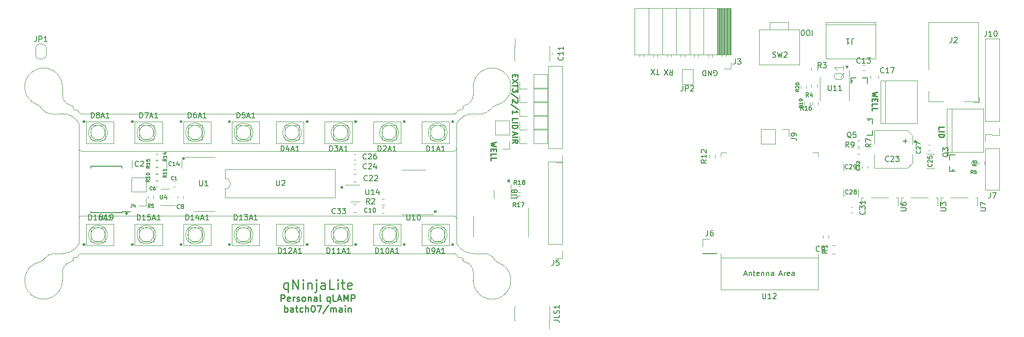
<source format=gto>
G04 #@! TF.GenerationSoftware,KiCad,Pcbnew,(7.0.0-122-g9f10c142c4)*
G04 #@! TF.CreationDate,2023-02-26T11:30:32+09:00*
G04 #@! TF.ProjectId,qLAMP-main,714c414d-502d-46d6-9169-6e2e6b696361,rev?*
G04 #@! TF.SameCoordinates,Original*
G04 #@! TF.FileFunction,Legend,Top*
G04 #@! TF.FilePolarity,Positive*
%FSLAX46Y46*%
G04 Gerber Fmt 4.6, Leading zero omitted, Abs format (unit mm)*
G04 Created by KiCad (PCBNEW (7.0.0-122-g9f10c142c4)) date 2023-02-26 11:30:32*
%MOMM*%
%LPD*%
G01*
G04 APERTURE LIST*
%ADD10C,0.100000*%
%ADD11C,0.254000*%
%ADD12C,0.150000*%
%ADD13C,0.015000*%
%ADD14C,0.149860*%
%ADD15C,0.120000*%
%ADD16C,0.152400*%
G04 APERTURE END LIST*
D10*
X147657227Y-71500000D02*
X147657227Y-52500000D01*
X70761517Y-48065907D02*
G75*
G03*
X69793791Y-47266167I-1693617J-1063993D01*
G01*
X70234047Y-76598741D02*
G75*
G03*
X71379756Y-75828755I-474047J1942741D01*
G01*
X127907202Y-71501637D02*
G75*
G03*
X127907202Y-71501637I-1750000J0D01*
G01*
X74563919Y-44004758D02*
G75*
G03*
X69793791Y-47266165I-3499999J-2D01*
G01*
X148059038Y-48305455D02*
G75*
G03*
X147886140Y-48404914I-38J-199945D01*
G01*
X76697682Y-75698282D02*
G75*
G03*
X76497682Y-75898256I18J-200018D01*
G01*
X76512058Y-48105442D02*
G75*
G03*
X76712016Y-48305442I199942J-58D01*
G01*
X77255380Y-75698260D02*
G75*
G03*
X77428279Y-75598784I20J199960D01*
G01*
X77562686Y-48683687D02*
G75*
G03*
X77428293Y-48404914I-1864386J-727013D01*
G01*
X70761497Y-48065920D02*
G75*
G03*
X72455067Y-49001961I1693603J1064120D01*
G01*
X145907216Y-52502061D02*
G75*
G03*
X145907216Y-52502061I-1750000J0D01*
G01*
X72999668Y-75001736D02*
G75*
G03*
X71379757Y-75828755I-68J-1999864D01*
G01*
X76512016Y-47717688D02*
X76512016Y-48105442D01*
X150750481Y-78498940D02*
G75*
G03*
X149182810Y-76546221I-2000081J-60D01*
G01*
X77657248Y-50864933D02*
G75*
G03*
X74563643Y-49001961I-3093648J-1637167D01*
G01*
X74563901Y-78498940D02*
X74563901Y-79998940D01*
X147657202Y-68501637D02*
X147657202Y-73138748D01*
X148816736Y-48105442D02*
X148816736Y-47712572D01*
X77428280Y-75598784D02*
G75*
G03*
X77562668Y-75320010I-1727980J1004784D01*
G01*
X72999668Y-75001737D02*
X74563629Y-75001737D01*
X147285904Y-49002060D02*
G75*
G03*
X147751749Y-48683688I96J499860D01*
G01*
X74563847Y-45504758D02*
G75*
G03*
X76131608Y-47457476I2000053J58D01*
G01*
X74563915Y-44004758D02*
X74563915Y-45504758D01*
X78028528Y-49002061D02*
X147285904Y-49002061D01*
X109907202Y-71501637D02*
G75*
G03*
X109907202Y-71501637I-1750000J0D01*
G01*
X77657216Y-55502061D02*
X77657216Y-50864950D01*
X91907216Y-52502061D02*
G75*
G03*
X91907216Y-52502061I-1750000J0D01*
G01*
X152314750Y-49001961D02*
X150750789Y-49001961D01*
X77657202Y-73138748D02*
X77657202Y-68501637D01*
X147886134Y-48404911D02*
G75*
G03*
X147751749Y-48683688I1728466J-1004989D01*
G01*
X148934323Y-76474066D02*
G75*
G03*
X149182810Y-76546221I680677J1880166D01*
G01*
X77562682Y-48683688D02*
G75*
G03*
X78028528Y-49002061I465818J181588D01*
G01*
X76131594Y-76546223D02*
G75*
G03*
X76364170Y-76479750I-432694J1954023D01*
G01*
X155080376Y-47404975D02*
G75*
G03*
X150750517Y-44004758I-829876J3400175D01*
G01*
X136907202Y-71501637D02*
G75*
G03*
X136907202Y-71501637I-1750000J0D01*
G01*
X154552853Y-75937820D02*
G75*
G03*
X155520627Y-76737531I1693547J1064020D01*
G01*
X70234037Y-76598704D02*
G75*
G03*
X74563901Y-79998940I829863J-3400196D01*
G01*
X118907216Y-52502061D02*
G75*
G03*
X118907216Y-52502061I-1750000J0D01*
G01*
X147157216Y-56002061D02*
X78157216Y-56002061D01*
X118907202Y-71501637D02*
G75*
G03*
X118907202Y-71501637I-1750000J0D01*
G01*
X76131603Y-76546260D02*
G75*
G03*
X74563901Y-78498940I432197J-1952640D01*
G01*
X147657263Y-68501637D02*
G75*
G03*
X147157202Y-68001637I-500063J-63D01*
G01*
X150750500Y-79998940D02*
G75*
G03*
X155520627Y-76737533I3500000J0D01*
G01*
X91907202Y-71501637D02*
G75*
G03*
X91907202Y-71501637I-1750000J0D01*
G01*
X150750775Y-75001737D02*
X152859351Y-75001737D01*
X147657216Y-50864950D02*
X147657216Y-55502061D01*
X147657204Y-73138747D02*
G75*
G03*
X150750775Y-75001737I3093596J1637047D01*
G01*
X100907202Y-71501637D02*
G75*
G03*
X100907202Y-71501637I-1750000J0D01*
G01*
X76712016Y-48305442D02*
X77255394Y-48305442D01*
X136907216Y-52502061D02*
G75*
G03*
X136907216Y-52502061I-1750000J0D01*
G01*
X147886126Y-75598783D02*
G75*
G03*
X148059024Y-75698256I172874J100483D01*
G01*
X109907216Y-52502061D02*
G75*
G03*
X109907216Y-52502061I-1750000J0D01*
G01*
X148059038Y-48305442D02*
X148616736Y-48305442D01*
X155080374Y-47404967D02*
G75*
G03*
X153934661Y-48174943I474026J-1942733D01*
G01*
X149182819Y-47457453D02*
G75*
G03*
X150750517Y-45504758I-432219J1952653D01*
G01*
X148950243Y-47523932D02*
G75*
G03*
X148816736Y-47712572I66557J-188668D01*
G01*
X145907202Y-71501637D02*
G75*
G03*
X145907202Y-71501637I-1750000J0D01*
G01*
X150750517Y-45504758D02*
X150750517Y-44004758D01*
X76497682Y-75898256D02*
X76497682Y-76291126D01*
X149182825Y-47457480D02*
G75*
G03*
X148950248Y-47523947I431875J-1951320D01*
G01*
X76380095Y-47529632D02*
G75*
G03*
X76131608Y-47457477I-680795J-1880568D01*
G01*
X147751722Y-75320015D02*
G75*
G03*
X147285890Y-75001637I-465822J-181585D01*
G01*
X148802344Y-75898256D02*
G75*
G03*
X148602402Y-75698256I-199944J56D01*
G01*
X76364180Y-76479779D02*
G75*
G03*
X76497682Y-76291126I-66580J188679D01*
G01*
X154552862Y-75937815D02*
G75*
G03*
X152859351Y-75001737I-1693462J-1063785D01*
G01*
X78028514Y-75001627D02*
G75*
G03*
X77562669Y-75320010I-14J-499973D01*
G01*
X147157216Y-56002016D02*
G75*
G03*
X147657216Y-55502061I84J499916D01*
G01*
X100907216Y-52502061D02*
G75*
G03*
X100907216Y-52502061I-1750000J0D01*
G01*
X152314750Y-49001975D02*
G75*
G03*
X153934660Y-48174942I-50J2000075D01*
G01*
X77657214Y-52500000D02*
X77657214Y-71500000D01*
X147751739Y-75320009D02*
G75*
G03*
X147886126Y-75598784I1864461J727009D01*
G01*
X74563643Y-49001961D02*
X72455067Y-49001961D01*
X148616736Y-48305436D02*
G75*
G03*
X148816736Y-48105442I-36J200036D01*
G01*
X78157202Y-68001637D02*
X147157202Y-68001637D01*
X148802392Y-76286010D02*
G75*
G03*
X148934323Y-76474066I200008J10D01*
G01*
X77428323Y-48404897D02*
G75*
G03*
X77255394Y-48305442I-172923J-100603D01*
G01*
X77255380Y-75698256D02*
X76697682Y-75698256D01*
X76512016Y-47717688D02*
G75*
G03*
X76380095Y-47529632I-200016J-12D01*
G01*
X82907216Y-52502061D02*
G75*
G03*
X82907216Y-52502061I-1750000J0D01*
G01*
X77657239Y-55502061D02*
G75*
G03*
X78157216Y-56002061I499961J-39D01*
G01*
X148802402Y-76286010D02*
X148802402Y-75898256D01*
X150750789Y-49001973D02*
G75*
G03*
X147657217Y-50864950I11J-3500027D01*
G01*
X147285890Y-75001637D02*
X78028514Y-75001637D01*
X148602402Y-75698256D02*
X148059024Y-75698256D01*
X82907202Y-71501637D02*
G75*
G03*
X82907202Y-71501637I-1750000J0D01*
G01*
X150750503Y-79998940D02*
X150750503Y-78498940D01*
X74563629Y-75001742D02*
G75*
G03*
X77657201Y-73138748I-29J3500042D01*
G01*
X78157202Y-68001702D02*
G75*
G03*
X77657202Y-68501637I-102J-499898D01*
G01*
X127907216Y-52502061D02*
G75*
G03*
X127907216Y-52502061I-1750000J0D01*
G01*
D11*
X115777144Y-85860875D02*
X115777144Y-84660875D01*
X115777144Y-85118018D02*
X115891430Y-85060875D01*
X115891430Y-85060875D02*
X116120001Y-85060875D01*
X116120001Y-85060875D02*
X116234287Y-85118018D01*
X116234287Y-85118018D02*
X116291430Y-85175160D01*
X116291430Y-85175160D02*
X116348572Y-85289446D01*
X116348572Y-85289446D02*
X116348572Y-85632303D01*
X116348572Y-85632303D02*
X116291430Y-85746589D01*
X116291430Y-85746589D02*
X116234287Y-85803732D01*
X116234287Y-85803732D02*
X116120001Y-85860875D01*
X116120001Y-85860875D02*
X115891430Y-85860875D01*
X115891430Y-85860875D02*
X115777144Y-85803732D01*
X117377144Y-85860875D02*
X117377144Y-85232303D01*
X117377144Y-85232303D02*
X117320001Y-85118018D01*
X117320001Y-85118018D02*
X117205715Y-85060875D01*
X117205715Y-85060875D02*
X116977144Y-85060875D01*
X116977144Y-85060875D02*
X116862858Y-85118018D01*
X117377144Y-85803732D02*
X117262858Y-85860875D01*
X117262858Y-85860875D02*
X116977144Y-85860875D01*
X116977144Y-85860875D02*
X116862858Y-85803732D01*
X116862858Y-85803732D02*
X116805715Y-85689446D01*
X116805715Y-85689446D02*
X116805715Y-85575160D01*
X116805715Y-85575160D02*
X116862858Y-85460875D01*
X116862858Y-85460875D02*
X116977144Y-85403732D01*
X116977144Y-85403732D02*
X117262858Y-85403732D01*
X117262858Y-85403732D02*
X117377144Y-85346589D01*
X117777143Y-85060875D02*
X118234286Y-85060875D01*
X117948572Y-84660875D02*
X117948572Y-85689446D01*
X117948572Y-85689446D02*
X118005715Y-85803732D01*
X118005715Y-85803732D02*
X118120000Y-85860875D01*
X118120000Y-85860875D02*
X118234286Y-85860875D01*
X119148572Y-85803732D02*
X119034286Y-85860875D01*
X119034286Y-85860875D02*
X118805714Y-85860875D01*
X118805714Y-85860875D02*
X118691429Y-85803732D01*
X118691429Y-85803732D02*
X118634286Y-85746589D01*
X118634286Y-85746589D02*
X118577143Y-85632303D01*
X118577143Y-85632303D02*
X118577143Y-85289446D01*
X118577143Y-85289446D02*
X118634286Y-85175160D01*
X118634286Y-85175160D02*
X118691429Y-85118018D01*
X118691429Y-85118018D02*
X118805714Y-85060875D01*
X118805714Y-85060875D02*
X119034286Y-85060875D01*
X119034286Y-85060875D02*
X119148572Y-85118018D01*
X119662857Y-85860875D02*
X119662857Y-84660875D01*
X120177143Y-85860875D02*
X120177143Y-85232303D01*
X120177143Y-85232303D02*
X120120000Y-85118018D01*
X120120000Y-85118018D02*
X120005714Y-85060875D01*
X120005714Y-85060875D02*
X119834285Y-85060875D01*
X119834285Y-85060875D02*
X119720000Y-85118018D01*
X119720000Y-85118018D02*
X119662857Y-85175160D01*
X120977142Y-84660875D02*
X121091428Y-84660875D01*
X121091428Y-84660875D02*
X121205714Y-84718018D01*
X121205714Y-84718018D02*
X121262857Y-84775160D01*
X121262857Y-84775160D02*
X121319999Y-84889446D01*
X121319999Y-84889446D02*
X121377142Y-85118018D01*
X121377142Y-85118018D02*
X121377142Y-85403732D01*
X121377142Y-85403732D02*
X121319999Y-85632303D01*
X121319999Y-85632303D02*
X121262857Y-85746589D01*
X121262857Y-85746589D02*
X121205714Y-85803732D01*
X121205714Y-85803732D02*
X121091428Y-85860875D01*
X121091428Y-85860875D02*
X120977142Y-85860875D01*
X120977142Y-85860875D02*
X120862857Y-85803732D01*
X120862857Y-85803732D02*
X120805714Y-85746589D01*
X120805714Y-85746589D02*
X120748571Y-85632303D01*
X120748571Y-85632303D02*
X120691428Y-85403732D01*
X120691428Y-85403732D02*
X120691428Y-85118018D01*
X120691428Y-85118018D02*
X120748571Y-84889446D01*
X120748571Y-84889446D02*
X120805714Y-84775160D01*
X120805714Y-84775160D02*
X120862857Y-84718018D01*
X120862857Y-84718018D02*
X120977142Y-84660875D01*
X121777142Y-84660875D02*
X122577142Y-84660875D01*
X122577142Y-84660875D02*
X122062856Y-85860875D01*
X123891428Y-84603732D02*
X122862856Y-86146589D01*
X124291428Y-85860875D02*
X124291428Y-85060875D01*
X124291428Y-85175160D02*
X124348571Y-85118018D01*
X124348571Y-85118018D02*
X124462856Y-85060875D01*
X124462856Y-85060875D02*
X124634285Y-85060875D01*
X124634285Y-85060875D02*
X124748571Y-85118018D01*
X124748571Y-85118018D02*
X124805714Y-85232303D01*
X124805714Y-85232303D02*
X124805714Y-85860875D01*
X124805714Y-85232303D02*
X124862856Y-85118018D01*
X124862856Y-85118018D02*
X124977142Y-85060875D01*
X124977142Y-85060875D02*
X125148571Y-85060875D01*
X125148571Y-85060875D02*
X125262856Y-85118018D01*
X125262856Y-85118018D02*
X125319999Y-85232303D01*
X125319999Y-85232303D02*
X125319999Y-85860875D01*
X126405714Y-85860875D02*
X126405714Y-85232303D01*
X126405714Y-85232303D02*
X126348571Y-85118018D01*
X126348571Y-85118018D02*
X126234285Y-85060875D01*
X126234285Y-85060875D02*
X126005714Y-85060875D01*
X126005714Y-85060875D02*
X125891428Y-85118018D01*
X126405714Y-85803732D02*
X126291428Y-85860875D01*
X126291428Y-85860875D02*
X126005714Y-85860875D01*
X126005714Y-85860875D02*
X125891428Y-85803732D01*
X125891428Y-85803732D02*
X125834285Y-85689446D01*
X125834285Y-85689446D02*
X125834285Y-85575160D01*
X125834285Y-85575160D02*
X125891428Y-85460875D01*
X125891428Y-85460875D02*
X126005714Y-85403732D01*
X126005714Y-85403732D02*
X126291428Y-85403732D01*
X126291428Y-85403732D02*
X126405714Y-85346589D01*
X126977142Y-85860875D02*
X126977142Y-85060875D01*
X126977142Y-84660875D02*
X126919999Y-84718018D01*
X126919999Y-84718018D02*
X126977142Y-84775160D01*
X126977142Y-84775160D02*
X127034285Y-84718018D01*
X127034285Y-84718018D02*
X126977142Y-84660875D01*
X126977142Y-84660875D02*
X126977142Y-84775160D01*
X127548571Y-85060875D02*
X127548571Y-85860875D01*
X127548571Y-85175160D02*
X127605714Y-85118018D01*
X127605714Y-85118018D02*
X127719999Y-85060875D01*
X127719999Y-85060875D02*
X127891428Y-85060875D01*
X127891428Y-85060875D02*
X128005714Y-85118018D01*
X128005714Y-85118018D02*
X128062857Y-85232303D01*
X128062857Y-85232303D02*
X128062857Y-85860875D01*
X237076740Y-51984571D02*
X237076740Y-51500761D01*
X237076740Y-51500761D02*
X238092740Y-51500761D01*
X237076740Y-52323237D02*
X238092740Y-52323237D01*
X237076740Y-52807047D02*
X238092740Y-52807047D01*
X238092740Y-52807047D02*
X238092740Y-53048952D01*
X238092740Y-53048952D02*
X238044360Y-53194095D01*
X238044360Y-53194095D02*
X237947598Y-53290857D01*
X237947598Y-53290857D02*
X237850836Y-53339238D01*
X237850836Y-53339238D02*
X237657312Y-53387619D01*
X237657312Y-53387619D02*
X237512169Y-53387619D01*
X237512169Y-53387619D02*
X237318645Y-53339238D01*
X237318645Y-53339238D02*
X237221883Y-53290857D01*
X237221883Y-53290857D02*
X237125121Y-53194095D01*
X237125121Y-53194095D02*
X237076740Y-53048952D01*
X237076740Y-53048952D02*
X237076740Y-52807047D01*
X225682740Y-44982476D02*
X224666740Y-45224381D01*
X224666740Y-45224381D02*
X225392455Y-45417905D01*
X225392455Y-45417905D02*
X224666740Y-45611429D01*
X224666740Y-45611429D02*
X225682740Y-45853334D01*
X225198931Y-46240381D02*
X225198931Y-46579048D01*
X224666740Y-46724191D02*
X224666740Y-46240381D01*
X224666740Y-46240381D02*
X225682740Y-46240381D01*
X225682740Y-46240381D02*
X225682740Y-46724191D01*
X224666740Y-47643429D02*
X224666740Y-47159619D01*
X224666740Y-47159619D02*
X225682740Y-47159619D01*
X224666740Y-48465905D02*
X224666740Y-47982095D01*
X224666740Y-47982095D02*
X225682740Y-47982095D01*
X158528931Y-41765619D02*
X158528931Y-42104286D01*
X157996740Y-42249429D02*
X157996740Y-41765619D01*
X157996740Y-41765619D02*
X159012740Y-41765619D01*
X159012740Y-41765619D02*
X159012740Y-42249429D01*
X159012740Y-42588095D02*
X157996740Y-43265429D01*
X159012740Y-43265429D02*
X157996740Y-42588095D01*
X159012740Y-43507333D02*
X159012740Y-44087905D01*
X157996740Y-43797619D02*
X159012740Y-43797619D01*
X159012740Y-44329809D02*
X159012740Y-44958762D01*
X159012740Y-44958762D02*
X158625693Y-44620095D01*
X158625693Y-44620095D02*
X158625693Y-44765238D01*
X158625693Y-44765238D02*
X158577312Y-44862000D01*
X158577312Y-44862000D02*
X158528931Y-44910381D01*
X158528931Y-44910381D02*
X158432169Y-44958762D01*
X158432169Y-44958762D02*
X158190264Y-44958762D01*
X158190264Y-44958762D02*
X158093502Y-44910381D01*
X158093502Y-44910381D02*
X158045121Y-44862000D01*
X158045121Y-44862000D02*
X157996740Y-44765238D01*
X157996740Y-44765238D02*
X157996740Y-44474952D01*
X157996740Y-44474952D02*
X158045121Y-44378190D01*
X158045121Y-44378190D02*
X158093502Y-44329809D01*
X159061121Y-46119905D02*
X157754836Y-45249047D01*
X158915979Y-46410190D02*
X158964360Y-46458571D01*
X158964360Y-46458571D02*
X159012740Y-46555333D01*
X159012740Y-46555333D02*
X159012740Y-46797238D01*
X159012740Y-46797238D02*
X158964360Y-46894000D01*
X158964360Y-46894000D02*
X158915979Y-46942381D01*
X158915979Y-46942381D02*
X158819217Y-46990762D01*
X158819217Y-46990762D02*
X158722455Y-46990762D01*
X158722455Y-46990762D02*
X158577312Y-46942381D01*
X158577312Y-46942381D02*
X157996740Y-46361809D01*
X157996740Y-46361809D02*
X157996740Y-46990762D01*
X159061121Y-48151905D02*
X157754836Y-47281047D01*
X157996740Y-49022762D02*
X157996740Y-48442190D01*
X157996740Y-48732476D02*
X159012740Y-48732476D01*
X159012740Y-48732476D02*
X158867598Y-48635714D01*
X158867598Y-48635714D02*
X158770836Y-48538952D01*
X158770836Y-48538952D02*
X158722455Y-48442190D01*
X158307026Y-52428190D02*
X158307026Y-52912000D01*
X158016740Y-52331428D02*
X159032740Y-52670095D01*
X159032740Y-52670095D02*
X158016740Y-53008762D01*
X158016740Y-53347428D02*
X159032740Y-53347428D01*
X158016740Y-54411810D02*
X158500550Y-54073143D01*
X158016740Y-53831238D02*
X159032740Y-53831238D01*
X159032740Y-53831238D02*
X159032740Y-54218286D01*
X159032740Y-54218286D02*
X158984360Y-54315048D01*
X158984360Y-54315048D02*
X158935979Y-54363429D01*
X158935979Y-54363429D02*
X158839217Y-54411810D01*
X158839217Y-54411810D02*
X158694074Y-54411810D01*
X158694074Y-54411810D02*
X158597312Y-54363429D01*
X158597312Y-54363429D02*
X158548931Y-54315048D01*
X158548931Y-54315048D02*
X158500550Y-54218286D01*
X158500550Y-54218286D02*
X158500550Y-53831238D01*
X154982740Y-54282476D02*
X153966740Y-54524381D01*
X153966740Y-54524381D02*
X154692455Y-54717905D01*
X154692455Y-54717905D02*
X153966740Y-54911429D01*
X153966740Y-54911429D02*
X154982740Y-55153334D01*
X154498931Y-55540381D02*
X154498931Y-55879048D01*
X153966740Y-56024191D02*
X153966740Y-55540381D01*
X153966740Y-55540381D02*
X154982740Y-55540381D01*
X154982740Y-55540381D02*
X154982740Y-56024191D01*
X153966740Y-56943429D02*
X153966740Y-56459619D01*
X153966740Y-56459619D02*
X154982740Y-56459619D01*
X153966740Y-57765905D02*
X153966740Y-57282095D01*
X153966740Y-57282095D02*
X154982740Y-57282095D01*
X157956740Y-50324571D02*
X157956740Y-49840761D01*
X157956740Y-49840761D02*
X158972740Y-49840761D01*
X157956740Y-50663237D02*
X158972740Y-50663237D01*
X157956740Y-51147047D02*
X158972740Y-51147047D01*
X158972740Y-51147047D02*
X158972740Y-51388952D01*
X158972740Y-51388952D02*
X158924360Y-51534095D01*
X158924360Y-51534095D02*
X158827598Y-51630857D01*
X158827598Y-51630857D02*
X158730836Y-51679238D01*
X158730836Y-51679238D02*
X158537312Y-51727619D01*
X158537312Y-51727619D02*
X158392169Y-51727619D01*
X158392169Y-51727619D02*
X158198645Y-51679238D01*
X158198645Y-51679238D02*
X158101883Y-51630857D01*
X158101883Y-51630857D02*
X158005121Y-51534095D01*
X158005121Y-51534095D02*
X157956740Y-51388952D01*
X157956740Y-51388952D02*
X157956740Y-51147047D01*
D12*
X128950000Y-73077380D02*
X128950000Y-73315476D01*
X128711905Y-73220238D02*
X128950000Y-73315476D01*
X128950000Y-73315476D02*
X129188095Y-73220238D01*
X128807143Y-73505952D02*
X128950000Y-73315476D01*
X128950000Y-73315476D02*
X129092857Y-73505952D01*
X220089710Y-40037380D02*
X220089710Y-40275476D01*
X219851615Y-40180238D02*
X220089710Y-40275476D01*
X220089710Y-40275476D02*
X220327805Y-40180238D01*
X219946853Y-40465952D02*
X220089710Y-40275476D01*
X220089710Y-40275476D02*
X220232567Y-40465952D01*
X143477380Y-67189999D02*
X143715476Y-67189999D01*
X143620238Y-67428094D02*
X143715476Y-67189999D01*
X143715476Y-67189999D02*
X143620238Y-66951904D01*
X143905952Y-67332856D02*
X143715476Y-67189999D01*
X143715476Y-67189999D02*
X143905952Y-67047142D01*
X78550000Y-50207380D02*
X78550000Y-50445476D01*
X78311905Y-50350238D02*
X78550000Y-50445476D01*
X78550000Y-50445476D02*
X78788095Y-50350238D01*
X78407143Y-50635952D02*
X78550000Y-50445476D01*
X78550000Y-50445476D02*
X78692857Y-50635952D01*
X119950000Y-50207380D02*
X119950000Y-50445476D01*
X119711905Y-50350238D02*
X119950000Y-50445476D01*
X119950000Y-50445476D02*
X120188095Y-50350238D01*
X119807143Y-50635952D02*
X119950000Y-50445476D01*
X119950000Y-50445476D02*
X120092857Y-50635952D01*
X105550000Y-50207380D02*
X105550000Y-50445476D01*
X105311905Y-50350238D02*
X105550000Y-50445476D01*
X105550000Y-50445476D02*
X105788095Y-50350238D01*
X105407143Y-50635952D02*
X105550000Y-50445476D01*
X105550000Y-50445476D02*
X105692857Y-50635952D01*
D11*
X115102858Y-83860873D02*
X115102858Y-82660873D01*
X115102858Y-82660873D02*
X115560001Y-82660873D01*
X115560001Y-82660873D02*
X115674286Y-82718016D01*
X115674286Y-82718016D02*
X115731429Y-82775158D01*
X115731429Y-82775158D02*
X115788572Y-82889444D01*
X115788572Y-82889444D02*
X115788572Y-83060873D01*
X115788572Y-83060873D02*
X115731429Y-83175158D01*
X115731429Y-83175158D02*
X115674286Y-83232301D01*
X115674286Y-83232301D02*
X115560001Y-83289444D01*
X115560001Y-83289444D02*
X115102858Y-83289444D01*
X116760001Y-83803730D02*
X116645715Y-83860873D01*
X116645715Y-83860873D02*
X116417144Y-83860873D01*
X116417144Y-83860873D02*
X116302858Y-83803730D01*
X116302858Y-83803730D02*
X116245715Y-83689444D01*
X116245715Y-83689444D02*
X116245715Y-83232301D01*
X116245715Y-83232301D02*
X116302858Y-83118016D01*
X116302858Y-83118016D02*
X116417144Y-83060873D01*
X116417144Y-83060873D02*
X116645715Y-83060873D01*
X116645715Y-83060873D02*
X116760001Y-83118016D01*
X116760001Y-83118016D02*
X116817144Y-83232301D01*
X116817144Y-83232301D02*
X116817144Y-83346587D01*
X116817144Y-83346587D02*
X116245715Y-83460873D01*
X117331429Y-83860873D02*
X117331429Y-83060873D01*
X117331429Y-83289444D02*
X117388572Y-83175158D01*
X117388572Y-83175158D02*
X117445715Y-83118016D01*
X117445715Y-83118016D02*
X117560000Y-83060873D01*
X117560000Y-83060873D02*
X117674286Y-83060873D01*
X118017143Y-83803730D02*
X118131429Y-83860873D01*
X118131429Y-83860873D02*
X118360000Y-83860873D01*
X118360000Y-83860873D02*
X118474286Y-83803730D01*
X118474286Y-83803730D02*
X118531429Y-83689444D01*
X118531429Y-83689444D02*
X118531429Y-83632301D01*
X118531429Y-83632301D02*
X118474286Y-83518016D01*
X118474286Y-83518016D02*
X118360000Y-83460873D01*
X118360000Y-83460873D02*
X118188572Y-83460873D01*
X118188572Y-83460873D02*
X118074286Y-83403730D01*
X118074286Y-83403730D02*
X118017143Y-83289444D01*
X118017143Y-83289444D02*
X118017143Y-83232301D01*
X118017143Y-83232301D02*
X118074286Y-83118016D01*
X118074286Y-83118016D02*
X118188572Y-83060873D01*
X118188572Y-83060873D02*
X118360000Y-83060873D01*
X118360000Y-83060873D02*
X118474286Y-83118016D01*
X119217143Y-83860873D02*
X119102858Y-83803730D01*
X119102858Y-83803730D02*
X119045715Y-83746587D01*
X119045715Y-83746587D02*
X118988572Y-83632301D01*
X118988572Y-83632301D02*
X118988572Y-83289444D01*
X118988572Y-83289444D02*
X119045715Y-83175158D01*
X119045715Y-83175158D02*
X119102858Y-83118016D01*
X119102858Y-83118016D02*
X119217143Y-83060873D01*
X119217143Y-83060873D02*
X119388572Y-83060873D01*
X119388572Y-83060873D02*
X119502858Y-83118016D01*
X119502858Y-83118016D02*
X119560001Y-83175158D01*
X119560001Y-83175158D02*
X119617143Y-83289444D01*
X119617143Y-83289444D02*
X119617143Y-83632301D01*
X119617143Y-83632301D02*
X119560001Y-83746587D01*
X119560001Y-83746587D02*
X119502858Y-83803730D01*
X119502858Y-83803730D02*
X119388572Y-83860873D01*
X119388572Y-83860873D02*
X119217143Y-83860873D01*
X120131429Y-83060873D02*
X120131429Y-83860873D01*
X120131429Y-83175158D02*
X120188572Y-83118016D01*
X120188572Y-83118016D02*
X120302857Y-83060873D01*
X120302857Y-83060873D02*
X120474286Y-83060873D01*
X120474286Y-83060873D02*
X120588572Y-83118016D01*
X120588572Y-83118016D02*
X120645715Y-83232301D01*
X120645715Y-83232301D02*
X120645715Y-83860873D01*
X121731429Y-83860873D02*
X121731429Y-83232301D01*
X121731429Y-83232301D02*
X121674286Y-83118016D01*
X121674286Y-83118016D02*
X121560000Y-83060873D01*
X121560000Y-83060873D02*
X121331429Y-83060873D01*
X121331429Y-83060873D02*
X121217143Y-83118016D01*
X121731429Y-83803730D02*
X121617143Y-83860873D01*
X121617143Y-83860873D02*
X121331429Y-83860873D01*
X121331429Y-83860873D02*
X121217143Y-83803730D01*
X121217143Y-83803730D02*
X121160000Y-83689444D01*
X121160000Y-83689444D02*
X121160000Y-83575158D01*
X121160000Y-83575158D02*
X121217143Y-83460873D01*
X121217143Y-83460873D02*
X121331429Y-83403730D01*
X121331429Y-83403730D02*
X121617143Y-83403730D01*
X121617143Y-83403730D02*
X121731429Y-83346587D01*
X122474285Y-83860873D02*
X122360000Y-83803730D01*
X122360000Y-83803730D02*
X122302857Y-83689444D01*
X122302857Y-83689444D02*
X122302857Y-82660873D01*
X124165714Y-83060873D02*
X124165714Y-84260873D01*
X124165714Y-83803730D02*
X124051428Y-83860873D01*
X124051428Y-83860873D02*
X123822856Y-83860873D01*
X123822856Y-83860873D02*
X123708571Y-83803730D01*
X123708571Y-83803730D02*
X123651428Y-83746587D01*
X123651428Y-83746587D02*
X123594285Y-83632301D01*
X123594285Y-83632301D02*
X123594285Y-83289444D01*
X123594285Y-83289444D02*
X123651428Y-83175158D01*
X123651428Y-83175158D02*
X123708571Y-83118016D01*
X123708571Y-83118016D02*
X123822856Y-83060873D01*
X123822856Y-83060873D02*
X124051428Y-83060873D01*
X124051428Y-83060873D02*
X124165714Y-83118016D01*
X125308570Y-83860873D02*
X124737142Y-83860873D01*
X124737142Y-83860873D02*
X124737142Y-82660873D01*
X125651428Y-83518016D02*
X126222857Y-83518016D01*
X125537142Y-83860873D02*
X125937142Y-82660873D01*
X125937142Y-82660873D02*
X126337142Y-83860873D01*
X126737142Y-83860873D02*
X126737142Y-82660873D01*
X126737142Y-82660873D02*
X127137142Y-83518016D01*
X127137142Y-83518016D02*
X127537142Y-82660873D01*
X127537142Y-82660873D02*
X127537142Y-83860873D01*
X128108571Y-83860873D02*
X128108571Y-82660873D01*
X128108571Y-82660873D02*
X128565714Y-82660873D01*
X128565714Y-82660873D02*
X128679999Y-82718016D01*
X128679999Y-82718016D02*
X128737142Y-82775158D01*
X128737142Y-82775158D02*
X128794285Y-82889444D01*
X128794285Y-82889444D02*
X128794285Y-83060873D01*
X128794285Y-83060873D02*
X128737142Y-83175158D01*
X128737142Y-83175158D02*
X128679999Y-83232301D01*
X128679999Y-83232301D02*
X128565714Y-83289444D01*
X128565714Y-83289444D02*
X128108571Y-83289444D01*
D12*
X185231904Y-41762619D02*
X184660476Y-41762619D01*
X184946190Y-40762619D02*
X184946190Y-41762619D01*
X184422380Y-41762619D02*
X183755714Y-40762619D01*
X183755714Y-41762619D02*
X184422380Y-40762619D01*
D11*
X116434287Y-80421285D02*
X116434287Y-82221285D01*
X116434287Y-81535571D02*
X116262858Y-81621285D01*
X116262858Y-81621285D02*
X115920001Y-81621285D01*
X115920001Y-81621285D02*
X115748572Y-81535571D01*
X115748572Y-81535571D02*
X115662858Y-81449857D01*
X115662858Y-81449857D02*
X115577144Y-81278428D01*
X115577144Y-81278428D02*
X115577144Y-80764142D01*
X115577144Y-80764142D02*
X115662858Y-80592714D01*
X115662858Y-80592714D02*
X115748572Y-80507000D01*
X115748572Y-80507000D02*
X115920001Y-80421285D01*
X115920001Y-80421285D02*
X116262858Y-80421285D01*
X116262858Y-80421285D02*
X116434287Y-80507000D01*
X117291429Y-81621285D02*
X117291429Y-79821285D01*
X117291429Y-79821285D02*
X118320000Y-81621285D01*
X118320000Y-81621285D02*
X118320000Y-79821285D01*
X119177143Y-81621285D02*
X119177143Y-80421285D01*
X119177143Y-79821285D02*
X119091429Y-79907000D01*
X119091429Y-79907000D02*
X119177143Y-79992714D01*
X119177143Y-79992714D02*
X119262857Y-79907000D01*
X119262857Y-79907000D02*
X119177143Y-79821285D01*
X119177143Y-79821285D02*
X119177143Y-79992714D01*
X120034286Y-80421285D02*
X120034286Y-81621285D01*
X120034286Y-80592714D02*
X120120000Y-80507000D01*
X120120000Y-80507000D02*
X120291429Y-80421285D01*
X120291429Y-80421285D02*
X120548572Y-80421285D01*
X120548572Y-80421285D02*
X120720000Y-80507000D01*
X120720000Y-80507000D02*
X120805715Y-80678428D01*
X120805715Y-80678428D02*
X120805715Y-81621285D01*
X121662857Y-80421285D02*
X121662857Y-81964142D01*
X121662857Y-81964142D02*
X121577143Y-82135571D01*
X121577143Y-82135571D02*
X121405714Y-82221285D01*
X121405714Y-82221285D02*
X121320000Y-82221285D01*
X121662857Y-79821285D02*
X121577143Y-79907000D01*
X121577143Y-79907000D02*
X121662857Y-79992714D01*
X121662857Y-79992714D02*
X121748571Y-79907000D01*
X121748571Y-79907000D02*
X121662857Y-79821285D01*
X121662857Y-79821285D02*
X121662857Y-79992714D01*
X123291429Y-81621285D02*
X123291429Y-80678428D01*
X123291429Y-80678428D02*
X123205714Y-80507000D01*
X123205714Y-80507000D02*
X123034286Y-80421285D01*
X123034286Y-80421285D02*
X122691429Y-80421285D01*
X122691429Y-80421285D02*
X122520000Y-80507000D01*
X123291429Y-81535571D02*
X123120000Y-81621285D01*
X123120000Y-81621285D02*
X122691429Y-81621285D01*
X122691429Y-81621285D02*
X122520000Y-81535571D01*
X122520000Y-81535571D02*
X122434286Y-81364142D01*
X122434286Y-81364142D02*
X122434286Y-81192714D01*
X122434286Y-81192714D02*
X122520000Y-81021285D01*
X122520000Y-81021285D02*
X122691429Y-80935571D01*
X122691429Y-80935571D02*
X123120000Y-80935571D01*
X123120000Y-80935571D02*
X123291429Y-80849857D01*
X125005714Y-81621285D02*
X124148571Y-81621285D01*
X124148571Y-81621285D02*
X124148571Y-79821285D01*
X125605714Y-81621285D02*
X125605714Y-80421285D01*
X125605714Y-79821285D02*
X125520000Y-79907000D01*
X125520000Y-79907000D02*
X125605714Y-79992714D01*
X125605714Y-79992714D02*
X125691428Y-79907000D01*
X125691428Y-79907000D02*
X125605714Y-79821285D01*
X125605714Y-79821285D02*
X125605714Y-79992714D01*
X126205714Y-80421285D02*
X126891428Y-80421285D01*
X126462857Y-79821285D02*
X126462857Y-81364142D01*
X126462857Y-81364142D02*
X126548571Y-81535571D01*
X126548571Y-81535571D02*
X126720000Y-81621285D01*
X126720000Y-81621285D02*
X126891428Y-81621285D01*
X128177142Y-81535571D02*
X128005714Y-81621285D01*
X128005714Y-81621285D02*
X127662857Y-81621285D01*
X127662857Y-81621285D02*
X127491428Y-81535571D01*
X127491428Y-81535571D02*
X127405714Y-81364142D01*
X127405714Y-81364142D02*
X127405714Y-80678428D01*
X127405714Y-80678428D02*
X127491428Y-80507000D01*
X127491428Y-80507000D02*
X127662857Y-80421285D01*
X127662857Y-80421285D02*
X128005714Y-80421285D01*
X128005714Y-80421285D02*
X128177142Y-80507000D01*
X128177142Y-80507000D02*
X128262857Y-80678428D01*
X128262857Y-80678428D02*
X128262857Y-80849857D01*
X128262857Y-80849857D02*
X127405714Y-81021285D01*
D12*
X87550000Y-73077380D02*
X87550000Y-73315476D01*
X87311905Y-73220238D02*
X87550000Y-73315476D01*
X87550000Y-73315476D02*
X87788095Y-73220238D01*
X87407143Y-73505952D02*
X87550000Y-73315476D01*
X87550000Y-73315476D02*
X87692857Y-73505952D01*
X96550000Y-73077380D02*
X96550000Y-73315476D01*
X96311905Y-73220238D02*
X96550000Y-73315476D01*
X96550000Y-73315476D02*
X96788095Y-73220238D01*
X96407143Y-73505952D02*
X96550000Y-73315476D01*
X96550000Y-73315476D02*
X96692857Y-73505952D01*
X157587612Y-61480900D02*
X157349516Y-61480900D01*
X157444754Y-61242805D02*
X157349516Y-61480900D01*
X157349516Y-61480900D02*
X157444754Y-61718995D01*
X157159040Y-61338043D02*
X157349516Y-61480900D01*
X157349516Y-61480900D02*
X157159040Y-61623757D01*
X137950000Y-73077380D02*
X137950000Y-73315476D01*
X137711905Y-73220238D02*
X137950000Y-73315476D01*
X137950000Y-73315476D02*
X138188095Y-73220238D01*
X137807143Y-73505952D02*
X137950000Y-73315476D01*
X137950000Y-73315476D02*
X138092857Y-73505952D01*
X87550000Y-50207380D02*
X87550000Y-50445476D01*
X87311905Y-50350238D02*
X87550000Y-50445476D01*
X87550000Y-50445476D02*
X87788095Y-50350238D01*
X87407143Y-50635952D02*
X87550000Y-50445476D01*
X87550000Y-50445476D02*
X87692857Y-50635952D01*
X146950000Y-73077380D02*
X146950000Y-73315476D01*
X146711905Y-73220238D02*
X146950000Y-73315476D01*
X146950000Y-73315476D02*
X147188095Y-73220238D01*
X146807143Y-73505952D02*
X146950000Y-73315476D01*
X146950000Y-73315476D02*
X147092857Y-73505952D01*
X78550000Y-73077380D02*
X78550000Y-73315476D01*
X78311905Y-73220238D02*
X78550000Y-73315476D01*
X78550000Y-73315476D02*
X78788095Y-73220238D01*
X78407143Y-73505952D02*
X78550000Y-73315476D01*
X78550000Y-73315476D02*
X78692857Y-73505952D01*
X126137380Y-62689999D02*
X126375476Y-62689999D01*
X126280238Y-62928094D02*
X126375476Y-62689999D01*
X126375476Y-62689999D02*
X126280238Y-62451904D01*
X126565952Y-62832856D02*
X126375476Y-62689999D01*
X126375476Y-62689999D02*
X126565952Y-62547142D01*
X187156666Y-40832619D02*
X187489999Y-41308809D01*
X187728094Y-40832619D02*
X187728094Y-41832619D01*
X187728094Y-41832619D02*
X187347142Y-41832619D01*
X187347142Y-41832619D02*
X187251904Y-41785000D01*
X187251904Y-41785000D02*
X187204285Y-41737380D01*
X187204285Y-41737380D02*
X187156666Y-41642142D01*
X187156666Y-41642142D02*
X187156666Y-41499285D01*
X187156666Y-41499285D02*
X187204285Y-41404047D01*
X187204285Y-41404047D02*
X187251904Y-41356428D01*
X187251904Y-41356428D02*
X187347142Y-41308809D01*
X187347142Y-41308809D02*
X187728094Y-41308809D01*
X186823332Y-41832619D02*
X186156666Y-40832619D01*
X186156666Y-41832619D02*
X186823332Y-40832619D01*
X86470000Y-67327380D02*
X86470000Y-67565476D01*
X86231905Y-67470238D02*
X86470000Y-67565476D01*
X86470000Y-67565476D02*
X86708095Y-67470238D01*
X86327143Y-67755952D02*
X86470000Y-67565476D01*
X86470000Y-67565476D02*
X86612857Y-67755952D01*
X105550000Y-73077380D02*
X105550000Y-73315476D01*
X105311905Y-73220238D02*
X105550000Y-73315476D01*
X105550000Y-73315476D02*
X105788095Y-73220238D01*
X105407143Y-73505952D02*
X105550000Y-73315476D01*
X105550000Y-73315476D02*
X105692857Y-73505952D01*
X146950000Y-50207380D02*
X146950000Y-50445476D01*
X146711905Y-50350238D02*
X146950000Y-50445476D01*
X146950000Y-50445476D02*
X147188095Y-50350238D01*
X146807143Y-50635952D02*
X146950000Y-50445476D01*
X146950000Y-50445476D02*
X147092857Y-50635952D01*
X137950000Y-50207380D02*
X137950000Y-50445476D01*
X137711905Y-50350238D02*
X137950000Y-50445476D01*
X137950000Y-50445476D02*
X138188095Y-50350238D01*
X137807143Y-50635952D02*
X137950000Y-50445476D01*
X137950000Y-50445476D02*
X138092857Y-50635952D01*
X119950000Y-73077380D02*
X119950000Y-73315476D01*
X119711905Y-73220238D02*
X119950000Y-73315476D01*
X119950000Y-73315476D02*
X120188095Y-73220238D01*
X119807143Y-73505952D02*
X119950000Y-73315476D01*
X119950000Y-73315476D02*
X120092857Y-73505952D01*
X97010000Y-57067380D02*
X97010000Y-57305476D01*
X96771905Y-57210238D02*
X97010000Y-57305476D01*
X97010000Y-57305476D02*
X97248095Y-57210238D01*
X96867143Y-57495952D02*
X97010000Y-57305476D01*
X97010000Y-57305476D02*
X97152857Y-57495952D01*
X96550000Y-50207380D02*
X96550000Y-50445476D01*
X96311905Y-50350238D02*
X96550000Y-50445476D01*
X96550000Y-50445476D02*
X96788095Y-50350238D01*
X96407143Y-50635952D02*
X96550000Y-50445476D01*
X96550000Y-50445476D02*
X96692857Y-50635952D01*
X195401904Y-41905000D02*
X195497142Y-41952619D01*
X195497142Y-41952619D02*
X195639999Y-41952619D01*
X195639999Y-41952619D02*
X195782856Y-41905000D01*
X195782856Y-41905000D02*
X195878094Y-41809761D01*
X195878094Y-41809761D02*
X195925713Y-41714523D01*
X195925713Y-41714523D02*
X195973332Y-41524047D01*
X195973332Y-41524047D02*
X195973332Y-41381190D01*
X195973332Y-41381190D02*
X195925713Y-41190714D01*
X195925713Y-41190714D02*
X195878094Y-41095476D01*
X195878094Y-41095476D02*
X195782856Y-41000238D01*
X195782856Y-41000238D02*
X195639999Y-40952619D01*
X195639999Y-40952619D02*
X195544761Y-40952619D01*
X195544761Y-40952619D02*
X195401904Y-41000238D01*
X195401904Y-41000238D02*
X195354285Y-41047857D01*
X195354285Y-41047857D02*
X195354285Y-41381190D01*
X195354285Y-41381190D02*
X195544761Y-41381190D01*
X194925713Y-40952619D02*
X194925713Y-41952619D01*
X194925713Y-41952619D02*
X194354285Y-40952619D01*
X194354285Y-40952619D02*
X194354285Y-41952619D01*
X193878094Y-40952619D02*
X193878094Y-41952619D01*
X193878094Y-41952619D02*
X193639999Y-41952619D01*
X193639999Y-41952619D02*
X193497142Y-41905000D01*
X193497142Y-41905000D02*
X193401904Y-41809761D01*
X193401904Y-41809761D02*
X193354285Y-41714523D01*
X193354285Y-41714523D02*
X193306666Y-41524047D01*
X193306666Y-41524047D02*
X193306666Y-41381190D01*
X193306666Y-41381190D02*
X193354285Y-41190714D01*
X193354285Y-41190714D02*
X193401904Y-41095476D01*
X193401904Y-41095476D02*
X193497142Y-41000238D01*
X193497142Y-41000238D02*
X193639999Y-40952619D01*
X193639999Y-40952619D02*
X193878094Y-40952619D01*
X213629999Y-33442619D02*
X213629999Y-34442619D01*
X212963333Y-34442619D02*
X212772857Y-34442619D01*
X212772857Y-34442619D02*
X212677619Y-34395000D01*
X212677619Y-34395000D02*
X212582381Y-34299761D01*
X212582381Y-34299761D02*
X212534762Y-34109285D01*
X212534762Y-34109285D02*
X212534762Y-33775952D01*
X212534762Y-33775952D02*
X212582381Y-33585476D01*
X212582381Y-33585476D02*
X212677619Y-33490238D01*
X212677619Y-33490238D02*
X212772857Y-33442619D01*
X212772857Y-33442619D02*
X212963333Y-33442619D01*
X212963333Y-33442619D02*
X213058571Y-33490238D01*
X213058571Y-33490238D02*
X213153809Y-33585476D01*
X213153809Y-33585476D02*
X213201428Y-33775952D01*
X213201428Y-33775952D02*
X213201428Y-34109285D01*
X213201428Y-34109285D02*
X213153809Y-34299761D01*
X213153809Y-34299761D02*
X213058571Y-34395000D01*
X213058571Y-34395000D02*
X212963333Y-34442619D01*
X211915714Y-34442619D02*
X211820476Y-34442619D01*
X211820476Y-34442619D02*
X211725238Y-34395000D01*
X211725238Y-34395000D02*
X211677619Y-34347380D01*
X211677619Y-34347380D02*
X211630000Y-34252142D01*
X211630000Y-34252142D02*
X211582381Y-34061666D01*
X211582381Y-34061666D02*
X211582381Y-33823571D01*
X211582381Y-33823571D02*
X211630000Y-33633095D01*
X211630000Y-33633095D02*
X211677619Y-33537857D01*
X211677619Y-33537857D02*
X211725238Y-33490238D01*
X211725238Y-33490238D02*
X211820476Y-33442619D01*
X211820476Y-33442619D02*
X211915714Y-33442619D01*
X211915714Y-33442619D02*
X212010952Y-33490238D01*
X212010952Y-33490238D02*
X212058571Y-33537857D01*
X212058571Y-33537857D02*
X212106190Y-33633095D01*
X212106190Y-33633095D02*
X212153809Y-33823571D01*
X212153809Y-33823571D02*
X212153809Y-34061666D01*
X212153809Y-34061666D02*
X212106190Y-34252142D01*
X212106190Y-34252142D02*
X212058571Y-34347380D01*
X212058571Y-34347380D02*
X212010952Y-34395000D01*
X212010952Y-34395000D02*
X211915714Y-34442619D01*
X128950000Y-50207380D02*
X128950000Y-50445476D01*
X128711905Y-50350238D02*
X128950000Y-50445476D01*
X128950000Y-50445476D02*
X129188095Y-50350238D01*
X128807143Y-50635952D02*
X128950000Y-50445476D01*
X128950000Y-50445476D02*
X129092857Y-50635952D01*
X69746666Y-34597380D02*
X69746666Y-35311666D01*
X69746666Y-35311666D02*
X69699047Y-35454523D01*
X69699047Y-35454523D02*
X69603809Y-35549761D01*
X69603809Y-35549761D02*
X69460952Y-35597380D01*
X69460952Y-35597380D02*
X69365714Y-35597380D01*
X70222857Y-35597380D02*
X70222857Y-34597380D01*
X70222857Y-34597380D02*
X70603809Y-34597380D01*
X70603809Y-34597380D02*
X70699047Y-34645000D01*
X70699047Y-34645000D02*
X70746666Y-34692619D01*
X70746666Y-34692619D02*
X70794285Y-34787857D01*
X70794285Y-34787857D02*
X70794285Y-34930714D01*
X70794285Y-34930714D02*
X70746666Y-35025952D01*
X70746666Y-35025952D02*
X70699047Y-35073571D01*
X70699047Y-35073571D02*
X70603809Y-35121190D01*
X70603809Y-35121190D02*
X70222857Y-35121190D01*
X71746666Y-35597380D02*
X71175238Y-35597380D01*
X71460952Y-35597380D02*
X71460952Y-34597380D01*
X71460952Y-34597380D02*
X71365714Y-34740238D01*
X71365714Y-34740238D02*
X71270476Y-34835476D01*
X71270476Y-34835476D02*
X71175238Y-34883095D01*
X216581615Y-43707380D02*
X216581615Y-44516904D01*
X216581615Y-44516904D02*
X216629234Y-44612142D01*
X216629234Y-44612142D02*
X216676853Y-44659761D01*
X216676853Y-44659761D02*
X216772091Y-44707380D01*
X216772091Y-44707380D02*
X216962567Y-44707380D01*
X216962567Y-44707380D02*
X217057805Y-44659761D01*
X217057805Y-44659761D02*
X217105424Y-44612142D01*
X217105424Y-44612142D02*
X217153043Y-44516904D01*
X217153043Y-44516904D02*
X217153043Y-43707380D01*
X218153043Y-44707380D02*
X217581615Y-44707380D01*
X217867329Y-44707380D02*
X217867329Y-43707380D01*
X217867329Y-43707380D02*
X217772091Y-43850238D01*
X217772091Y-43850238D02*
X217676853Y-43945476D01*
X217676853Y-43945476D02*
X217581615Y-43993095D01*
X219105424Y-44707380D02*
X218533996Y-44707380D01*
X218819710Y-44707380D02*
X218819710Y-43707380D01*
X218819710Y-43707380D02*
X218724472Y-43850238D01*
X218724472Y-43850238D02*
X218629234Y-43945476D01*
X218629234Y-43945476D02*
X218533996Y-43993095D01*
X130841905Y-63047386D02*
X130841905Y-63856910D01*
X130841905Y-63856910D02*
X130889524Y-63952148D01*
X130889524Y-63952148D02*
X130937143Y-63999767D01*
X130937143Y-63999767D02*
X131032381Y-64047386D01*
X131032381Y-64047386D02*
X131222857Y-64047386D01*
X131222857Y-64047386D02*
X131318095Y-63999767D01*
X131318095Y-63999767D02*
X131365714Y-63952148D01*
X131365714Y-63952148D02*
X131413333Y-63856910D01*
X131413333Y-63856910D02*
X131413333Y-63047386D01*
X132413333Y-64047386D02*
X131841905Y-64047386D01*
X132127619Y-64047386D02*
X132127619Y-63047386D01*
X132127619Y-63047386D02*
X132032381Y-63190244D01*
X132032381Y-63190244D02*
X131937143Y-63285482D01*
X131937143Y-63285482D02*
X131841905Y-63333101D01*
X133270476Y-63380720D02*
X133270476Y-64047386D01*
X133032381Y-62999767D02*
X132794286Y-63714053D01*
X132794286Y-63714053D02*
X133413333Y-63714053D01*
X131117142Y-61372142D02*
X131069523Y-61419761D01*
X131069523Y-61419761D02*
X130926666Y-61467380D01*
X130926666Y-61467380D02*
X130831428Y-61467380D01*
X130831428Y-61467380D02*
X130688571Y-61419761D01*
X130688571Y-61419761D02*
X130593333Y-61324523D01*
X130593333Y-61324523D02*
X130545714Y-61229285D01*
X130545714Y-61229285D02*
X130498095Y-61038809D01*
X130498095Y-61038809D02*
X130498095Y-60895952D01*
X130498095Y-60895952D02*
X130545714Y-60705476D01*
X130545714Y-60705476D02*
X130593333Y-60610238D01*
X130593333Y-60610238D02*
X130688571Y-60515000D01*
X130688571Y-60515000D02*
X130831428Y-60467380D01*
X130831428Y-60467380D02*
X130926666Y-60467380D01*
X130926666Y-60467380D02*
X131069523Y-60515000D01*
X131069523Y-60515000D02*
X131117142Y-60562619D01*
X131498095Y-60562619D02*
X131545714Y-60515000D01*
X131545714Y-60515000D02*
X131640952Y-60467380D01*
X131640952Y-60467380D02*
X131879047Y-60467380D01*
X131879047Y-60467380D02*
X131974285Y-60515000D01*
X131974285Y-60515000D02*
X132021904Y-60562619D01*
X132021904Y-60562619D02*
X132069523Y-60657857D01*
X132069523Y-60657857D02*
X132069523Y-60753095D01*
X132069523Y-60753095D02*
X132021904Y-60895952D01*
X132021904Y-60895952D02*
X131450476Y-61467380D01*
X131450476Y-61467380D02*
X132069523Y-61467380D01*
X132450476Y-60562619D02*
X132498095Y-60515000D01*
X132498095Y-60515000D02*
X132593333Y-60467380D01*
X132593333Y-60467380D02*
X132831428Y-60467380D01*
X132831428Y-60467380D02*
X132926666Y-60515000D01*
X132926666Y-60515000D02*
X132974285Y-60562619D01*
X132974285Y-60562619D02*
X133021904Y-60657857D01*
X133021904Y-60657857D02*
X133021904Y-60753095D01*
X133021904Y-60753095D02*
X132974285Y-60895952D01*
X132974285Y-60895952D02*
X132402857Y-61467380D01*
X132402857Y-61467380D02*
X133021904Y-61467380D01*
X227817142Y-57802142D02*
X227769523Y-57849761D01*
X227769523Y-57849761D02*
X227626666Y-57897380D01*
X227626666Y-57897380D02*
X227531428Y-57897380D01*
X227531428Y-57897380D02*
X227388571Y-57849761D01*
X227388571Y-57849761D02*
X227293333Y-57754523D01*
X227293333Y-57754523D02*
X227245714Y-57659285D01*
X227245714Y-57659285D02*
X227198095Y-57468809D01*
X227198095Y-57468809D02*
X227198095Y-57325952D01*
X227198095Y-57325952D02*
X227245714Y-57135476D01*
X227245714Y-57135476D02*
X227293333Y-57040238D01*
X227293333Y-57040238D02*
X227388571Y-56945000D01*
X227388571Y-56945000D02*
X227531428Y-56897380D01*
X227531428Y-56897380D02*
X227626666Y-56897380D01*
X227626666Y-56897380D02*
X227769523Y-56945000D01*
X227769523Y-56945000D02*
X227817142Y-56992619D01*
X228198095Y-56992619D02*
X228245714Y-56945000D01*
X228245714Y-56945000D02*
X228340952Y-56897380D01*
X228340952Y-56897380D02*
X228579047Y-56897380D01*
X228579047Y-56897380D02*
X228674285Y-56945000D01*
X228674285Y-56945000D02*
X228721904Y-56992619D01*
X228721904Y-56992619D02*
X228769523Y-57087857D01*
X228769523Y-57087857D02*
X228769523Y-57183095D01*
X228769523Y-57183095D02*
X228721904Y-57325952D01*
X228721904Y-57325952D02*
X228150476Y-57897380D01*
X228150476Y-57897380D02*
X228769523Y-57897380D01*
X229102857Y-56897380D02*
X229721904Y-56897380D01*
X229721904Y-56897380D02*
X229388571Y-57278333D01*
X229388571Y-57278333D02*
X229531428Y-57278333D01*
X229531428Y-57278333D02*
X229626666Y-57325952D01*
X229626666Y-57325952D02*
X229674285Y-57373571D01*
X229674285Y-57373571D02*
X229721904Y-57468809D01*
X229721904Y-57468809D02*
X229721904Y-57706904D01*
X229721904Y-57706904D02*
X229674285Y-57802142D01*
X229674285Y-57802142D02*
X229626666Y-57849761D01*
X229626666Y-57849761D02*
X229531428Y-57897380D01*
X229531428Y-57897380D02*
X229245714Y-57897380D01*
X229245714Y-57897380D02*
X229150476Y-57849761D01*
X229150476Y-57849761D02*
X229102857Y-57802142D01*
X230499048Y-54076428D02*
X231260953Y-54076428D01*
X230880000Y-54457380D02*
X230880000Y-53695476D01*
X232760000Y-53977380D02*
X232760000Y-54215476D01*
X232521905Y-54120238D02*
X232760000Y-54215476D01*
X232760000Y-54215476D02*
X232998095Y-54120238D01*
X232617143Y-54405952D02*
X232760000Y-54215476D01*
X232760000Y-54215476D02*
X232902857Y-54405952D01*
X130947142Y-59172142D02*
X130899523Y-59219761D01*
X130899523Y-59219761D02*
X130756666Y-59267380D01*
X130756666Y-59267380D02*
X130661428Y-59267380D01*
X130661428Y-59267380D02*
X130518571Y-59219761D01*
X130518571Y-59219761D02*
X130423333Y-59124523D01*
X130423333Y-59124523D02*
X130375714Y-59029285D01*
X130375714Y-59029285D02*
X130328095Y-58838809D01*
X130328095Y-58838809D02*
X130328095Y-58695952D01*
X130328095Y-58695952D02*
X130375714Y-58505476D01*
X130375714Y-58505476D02*
X130423333Y-58410238D01*
X130423333Y-58410238D02*
X130518571Y-58315000D01*
X130518571Y-58315000D02*
X130661428Y-58267380D01*
X130661428Y-58267380D02*
X130756666Y-58267380D01*
X130756666Y-58267380D02*
X130899523Y-58315000D01*
X130899523Y-58315000D02*
X130947142Y-58362619D01*
X131328095Y-58362619D02*
X131375714Y-58315000D01*
X131375714Y-58315000D02*
X131470952Y-58267380D01*
X131470952Y-58267380D02*
X131709047Y-58267380D01*
X131709047Y-58267380D02*
X131804285Y-58315000D01*
X131804285Y-58315000D02*
X131851904Y-58362619D01*
X131851904Y-58362619D02*
X131899523Y-58457857D01*
X131899523Y-58457857D02*
X131899523Y-58553095D01*
X131899523Y-58553095D02*
X131851904Y-58695952D01*
X131851904Y-58695952D02*
X131280476Y-59267380D01*
X131280476Y-59267380D02*
X131899523Y-59267380D01*
X132756666Y-58600714D02*
X132756666Y-59267380D01*
X132518571Y-58219761D02*
X132280476Y-58934047D01*
X132280476Y-58934047D02*
X132899523Y-58934047D01*
X235777714Y-58374285D02*
X235815809Y-58412381D01*
X235815809Y-58412381D02*
X235853904Y-58526666D01*
X235853904Y-58526666D02*
X235853904Y-58602857D01*
X235853904Y-58602857D02*
X235815809Y-58717143D01*
X235815809Y-58717143D02*
X235739619Y-58793333D01*
X235739619Y-58793333D02*
X235663428Y-58831428D01*
X235663428Y-58831428D02*
X235511047Y-58869524D01*
X235511047Y-58869524D02*
X235396761Y-58869524D01*
X235396761Y-58869524D02*
X235244380Y-58831428D01*
X235244380Y-58831428D02*
X235168190Y-58793333D01*
X235168190Y-58793333D02*
X235092000Y-58717143D01*
X235092000Y-58717143D02*
X235053904Y-58602857D01*
X235053904Y-58602857D02*
X235053904Y-58526666D01*
X235053904Y-58526666D02*
X235092000Y-58412381D01*
X235092000Y-58412381D02*
X235130095Y-58374285D01*
X235130095Y-58069524D02*
X235092000Y-58031428D01*
X235092000Y-58031428D02*
X235053904Y-57955238D01*
X235053904Y-57955238D02*
X235053904Y-57764762D01*
X235053904Y-57764762D02*
X235092000Y-57688571D01*
X235092000Y-57688571D02*
X235130095Y-57650476D01*
X235130095Y-57650476D02*
X235206285Y-57612381D01*
X235206285Y-57612381D02*
X235282476Y-57612381D01*
X235282476Y-57612381D02*
X235396761Y-57650476D01*
X235396761Y-57650476D02*
X235853904Y-58107619D01*
X235853904Y-58107619D02*
X235853904Y-57612381D01*
X235053904Y-56888571D02*
X235053904Y-57269523D01*
X235053904Y-57269523D02*
X235434857Y-57307619D01*
X235434857Y-57307619D02*
X235396761Y-57269523D01*
X235396761Y-57269523D02*
X235358666Y-57193333D01*
X235358666Y-57193333D02*
X235358666Y-57002857D01*
X235358666Y-57002857D02*
X235396761Y-56926666D01*
X235396761Y-56926666D02*
X235434857Y-56888571D01*
X235434857Y-56888571D02*
X235511047Y-56850476D01*
X235511047Y-56850476D02*
X235701523Y-56850476D01*
X235701523Y-56850476D02*
X235777714Y-56888571D01*
X235777714Y-56888571D02*
X235815809Y-56926666D01*
X235815809Y-56926666D02*
X235853904Y-57002857D01*
X235853904Y-57002857D02*
X235853904Y-57193333D01*
X235853904Y-57193333D02*
X235815809Y-57269523D01*
X235815809Y-57269523D02*
X235777714Y-57307619D01*
X233637714Y-55874285D02*
X233675809Y-55912381D01*
X233675809Y-55912381D02*
X233713904Y-56026666D01*
X233713904Y-56026666D02*
X233713904Y-56102857D01*
X233713904Y-56102857D02*
X233675809Y-56217143D01*
X233675809Y-56217143D02*
X233599619Y-56293333D01*
X233599619Y-56293333D02*
X233523428Y-56331428D01*
X233523428Y-56331428D02*
X233371047Y-56369524D01*
X233371047Y-56369524D02*
X233256761Y-56369524D01*
X233256761Y-56369524D02*
X233104380Y-56331428D01*
X233104380Y-56331428D02*
X233028190Y-56293333D01*
X233028190Y-56293333D02*
X232952000Y-56217143D01*
X232952000Y-56217143D02*
X232913904Y-56102857D01*
X232913904Y-56102857D02*
X232913904Y-56026666D01*
X232913904Y-56026666D02*
X232952000Y-55912381D01*
X232952000Y-55912381D02*
X232990095Y-55874285D01*
X232990095Y-55569524D02*
X232952000Y-55531428D01*
X232952000Y-55531428D02*
X232913904Y-55455238D01*
X232913904Y-55455238D02*
X232913904Y-55264762D01*
X232913904Y-55264762D02*
X232952000Y-55188571D01*
X232952000Y-55188571D02*
X232990095Y-55150476D01*
X232990095Y-55150476D02*
X233066285Y-55112381D01*
X233066285Y-55112381D02*
X233142476Y-55112381D01*
X233142476Y-55112381D02*
X233256761Y-55150476D01*
X233256761Y-55150476D02*
X233713904Y-55607619D01*
X233713904Y-55607619D02*
X233713904Y-55112381D01*
X232913904Y-54845714D02*
X232913904Y-54312380D01*
X232913904Y-54312380D02*
X233713904Y-54655238D01*
X220235714Y-59187714D02*
X220197618Y-59225809D01*
X220197618Y-59225809D02*
X220083333Y-59263904D01*
X220083333Y-59263904D02*
X220007142Y-59263904D01*
X220007142Y-59263904D02*
X219892856Y-59225809D01*
X219892856Y-59225809D02*
X219816666Y-59149619D01*
X219816666Y-59149619D02*
X219778571Y-59073428D01*
X219778571Y-59073428D02*
X219740475Y-58921047D01*
X219740475Y-58921047D02*
X219740475Y-58806761D01*
X219740475Y-58806761D02*
X219778571Y-58654380D01*
X219778571Y-58654380D02*
X219816666Y-58578190D01*
X219816666Y-58578190D02*
X219892856Y-58502000D01*
X219892856Y-58502000D02*
X220007142Y-58463904D01*
X220007142Y-58463904D02*
X220083333Y-58463904D01*
X220083333Y-58463904D02*
X220197618Y-58502000D01*
X220197618Y-58502000D02*
X220235714Y-58540095D01*
X220540475Y-58540095D02*
X220578571Y-58502000D01*
X220578571Y-58502000D02*
X220654761Y-58463904D01*
X220654761Y-58463904D02*
X220845237Y-58463904D01*
X220845237Y-58463904D02*
X220921428Y-58502000D01*
X220921428Y-58502000D02*
X220959523Y-58540095D01*
X220959523Y-58540095D02*
X220997618Y-58616285D01*
X220997618Y-58616285D02*
X220997618Y-58692476D01*
X220997618Y-58692476D02*
X220959523Y-58806761D01*
X220959523Y-58806761D02*
X220502380Y-59263904D01*
X220502380Y-59263904D02*
X220997618Y-59263904D01*
X221378571Y-59263904D02*
X221530952Y-59263904D01*
X221530952Y-59263904D02*
X221607142Y-59225809D01*
X221607142Y-59225809D02*
X221645238Y-59187714D01*
X221645238Y-59187714D02*
X221721428Y-59073428D01*
X221721428Y-59073428D02*
X221759523Y-58921047D01*
X221759523Y-58921047D02*
X221759523Y-58616285D01*
X221759523Y-58616285D02*
X221721428Y-58540095D01*
X221721428Y-58540095D02*
X221683333Y-58502000D01*
X221683333Y-58502000D02*
X221607142Y-58463904D01*
X221607142Y-58463904D02*
X221454761Y-58463904D01*
X221454761Y-58463904D02*
X221378571Y-58502000D01*
X221378571Y-58502000D02*
X221340476Y-58540095D01*
X221340476Y-58540095D02*
X221302380Y-58616285D01*
X221302380Y-58616285D02*
X221302380Y-58806761D01*
X221302380Y-58806761D02*
X221340476Y-58882952D01*
X221340476Y-58882952D02*
X221378571Y-58921047D01*
X221378571Y-58921047D02*
X221454761Y-58959142D01*
X221454761Y-58959142D02*
X221607142Y-58959142D01*
X221607142Y-58959142D02*
X221683333Y-58921047D01*
X221683333Y-58921047D02*
X221721428Y-58882952D01*
X221721428Y-58882952D02*
X221759523Y-58806761D01*
X223352142Y-67112857D02*
X223399761Y-67160476D01*
X223399761Y-67160476D02*
X223447380Y-67303333D01*
X223447380Y-67303333D02*
X223447380Y-67398571D01*
X223447380Y-67398571D02*
X223399761Y-67541428D01*
X223399761Y-67541428D02*
X223304523Y-67636666D01*
X223304523Y-67636666D02*
X223209285Y-67684285D01*
X223209285Y-67684285D02*
X223018809Y-67731904D01*
X223018809Y-67731904D02*
X222875952Y-67731904D01*
X222875952Y-67731904D02*
X222685476Y-67684285D01*
X222685476Y-67684285D02*
X222590238Y-67636666D01*
X222590238Y-67636666D02*
X222495000Y-67541428D01*
X222495000Y-67541428D02*
X222447380Y-67398571D01*
X222447380Y-67398571D02*
X222447380Y-67303333D01*
X222447380Y-67303333D02*
X222495000Y-67160476D01*
X222495000Y-67160476D02*
X222542619Y-67112857D01*
X222447380Y-66779523D02*
X222447380Y-66160476D01*
X222447380Y-66160476D02*
X222828333Y-66493809D01*
X222828333Y-66493809D02*
X222828333Y-66350952D01*
X222828333Y-66350952D02*
X222875952Y-66255714D01*
X222875952Y-66255714D02*
X222923571Y-66208095D01*
X222923571Y-66208095D02*
X223018809Y-66160476D01*
X223018809Y-66160476D02*
X223256904Y-66160476D01*
X223256904Y-66160476D02*
X223352142Y-66208095D01*
X223352142Y-66208095D02*
X223399761Y-66255714D01*
X223399761Y-66255714D02*
X223447380Y-66350952D01*
X223447380Y-66350952D02*
X223447380Y-66636666D01*
X223447380Y-66636666D02*
X223399761Y-66731904D01*
X223399761Y-66731904D02*
X223352142Y-66779523D01*
X223447380Y-65208095D02*
X223447380Y-65779523D01*
X223447380Y-65493809D02*
X222447380Y-65493809D01*
X222447380Y-65493809D02*
X222590238Y-65589047D01*
X222590238Y-65589047D02*
X222685476Y-65684285D01*
X222685476Y-65684285D02*
X222733095Y-65779523D01*
X125197142Y-67522142D02*
X125149523Y-67569761D01*
X125149523Y-67569761D02*
X125006666Y-67617380D01*
X125006666Y-67617380D02*
X124911428Y-67617380D01*
X124911428Y-67617380D02*
X124768571Y-67569761D01*
X124768571Y-67569761D02*
X124673333Y-67474523D01*
X124673333Y-67474523D02*
X124625714Y-67379285D01*
X124625714Y-67379285D02*
X124578095Y-67188809D01*
X124578095Y-67188809D02*
X124578095Y-67045952D01*
X124578095Y-67045952D02*
X124625714Y-66855476D01*
X124625714Y-66855476D02*
X124673333Y-66760238D01*
X124673333Y-66760238D02*
X124768571Y-66665000D01*
X124768571Y-66665000D02*
X124911428Y-66617380D01*
X124911428Y-66617380D02*
X125006666Y-66617380D01*
X125006666Y-66617380D02*
X125149523Y-66665000D01*
X125149523Y-66665000D02*
X125197142Y-66712619D01*
X125530476Y-66617380D02*
X126149523Y-66617380D01*
X126149523Y-66617380D02*
X125816190Y-66998333D01*
X125816190Y-66998333D02*
X125959047Y-66998333D01*
X125959047Y-66998333D02*
X126054285Y-67045952D01*
X126054285Y-67045952D02*
X126101904Y-67093571D01*
X126101904Y-67093571D02*
X126149523Y-67188809D01*
X126149523Y-67188809D02*
X126149523Y-67426904D01*
X126149523Y-67426904D02*
X126101904Y-67522142D01*
X126101904Y-67522142D02*
X126054285Y-67569761D01*
X126054285Y-67569761D02*
X125959047Y-67617380D01*
X125959047Y-67617380D02*
X125673333Y-67617380D01*
X125673333Y-67617380D02*
X125578095Y-67569761D01*
X125578095Y-67569761D02*
X125530476Y-67522142D01*
X126482857Y-66617380D02*
X127101904Y-66617380D01*
X127101904Y-66617380D02*
X126768571Y-66998333D01*
X126768571Y-66998333D02*
X126911428Y-66998333D01*
X126911428Y-66998333D02*
X127006666Y-67045952D01*
X127006666Y-67045952D02*
X127054285Y-67093571D01*
X127054285Y-67093571D02*
X127101904Y-67188809D01*
X127101904Y-67188809D02*
X127101904Y-67426904D01*
X127101904Y-67426904D02*
X127054285Y-67522142D01*
X127054285Y-67522142D02*
X127006666Y-67569761D01*
X127006666Y-67569761D02*
X126911428Y-67617380D01*
X126911428Y-67617380D02*
X126625714Y-67617380D01*
X126625714Y-67617380D02*
X126530476Y-67569761D01*
X126530476Y-67569761D02*
X126482857Y-67522142D01*
X222507142Y-39512142D02*
X222459523Y-39559761D01*
X222459523Y-39559761D02*
X222316666Y-39607380D01*
X222316666Y-39607380D02*
X222221428Y-39607380D01*
X222221428Y-39607380D02*
X222078571Y-39559761D01*
X222078571Y-39559761D02*
X221983333Y-39464523D01*
X221983333Y-39464523D02*
X221935714Y-39369285D01*
X221935714Y-39369285D02*
X221888095Y-39178809D01*
X221888095Y-39178809D02*
X221888095Y-39035952D01*
X221888095Y-39035952D02*
X221935714Y-38845476D01*
X221935714Y-38845476D02*
X221983333Y-38750238D01*
X221983333Y-38750238D02*
X222078571Y-38655000D01*
X222078571Y-38655000D02*
X222221428Y-38607380D01*
X222221428Y-38607380D02*
X222316666Y-38607380D01*
X222316666Y-38607380D02*
X222459523Y-38655000D01*
X222459523Y-38655000D02*
X222507142Y-38702619D01*
X223459523Y-39607380D02*
X222888095Y-39607380D01*
X223173809Y-39607380D02*
X223173809Y-38607380D01*
X223173809Y-38607380D02*
X223078571Y-38750238D01*
X223078571Y-38750238D02*
X222983333Y-38845476D01*
X222983333Y-38845476D02*
X222888095Y-38893095D01*
X223792857Y-38607380D02*
X224411904Y-38607380D01*
X224411904Y-38607380D02*
X224078571Y-38988333D01*
X224078571Y-38988333D02*
X224221428Y-38988333D01*
X224221428Y-38988333D02*
X224316666Y-39035952D01*
X224316666Y-39035952D02*
X224364285Y-39083571D01*
X224364285Y-39083571D02*
X224411904Y-39178809D01*
X224411904Y-39178809D02*
X224411904Y-39416904D01*
X224411904Y-39416904D02*
X224364285Y-39512142D01*
X224364285Y-39512142D02*
X224316666Y-39559761D01*
X224316666Y-39559761D02*
X224221428Y-39607380D01*
X224221428Y-39607380D02*
X223935714Y-39607380D01*
X223935714Y-39607380D02*
X223840476Y-39559761D01*
X223840476Y-39559761D02*
X223792857Y-39512142D01*
X94760143Y-58597346D02*
X94723857Y-58633632D01*
X94723857Y-58633632D02*
X94615000Y-58669918D01*
X94615000Y-58669918D02*
X94542428Y-58669918D01*
X94542428Y-58669918D02*
X94433571Y-58633632D01*
X94433571Y-58633632D02*
X94361000Y-58561061D01*
X94361000Y-58561061D02*
X94324714Y-58488489D01*
X94324714Y-58488489D02*
X94288428Y-58343346D01*
X94288428Y-58343346D02*
X94288428Y-58234489D01*
X94288428Y-58234489D02*
X94324714Y-58089346D01*
X94324714Y-58089346D02*
X94361000Y-58016775D01*
X94361000Y-58016775D02*
X94433571Y-57944204D01*
X94433571Y-57944204D02*
X94542428Y-57907918D01*
X94542428Y-57907918D02*
X94615000Y-57907918D01*
X94615000Y-57907918D02*
X94723857Y-57944204D01*
X94723857Y-57944204D02*
X94760143Y-57980489D01*
X95485857Y-58669918D02*
X95050428Y-58669918D01*
X95268143Y-58669918D02*
X95268143Y-57907918D01*
X95268143Y-57907918D02*
X95195571Y-58016775D01*
X95195571Y-58016775D02*
X95123000Y-58089346D01*
X95123000Y-58089346D02*
X95050428Y-58125632D01*
X96139000Y-58161918D02*
X96139000Y-58669918D01*
X95957571Y-57871632D02*
X95776142Y-58415918D01*
X95776142Y-58415918D02*
X96247857Y-58415918D01*
X81457904Y-67737392D02*
X81457904Y-68546916D01*
X81457904Y-68546916D02*
X81505523Y-68642154D01*
X81505523Y-68642154D02*
X81553142Y-68689773D01*
X81553142Y-68689773D02*
X81648380Y-68737392D01*
X81648380Y-68737392D02*
X81838856Y-68737392D01*
X81838856Y-68737392D02*
X81934094Y-68689773D01*
X81934094Y-68689773D02*
X81981713Y-68642154D01*
X81981713Y-68642154D02*
X82029332Y-68546916D01*
X82029332Y-68546916D02*
X82029332Y-67737392D01*
X83029332Y-68737392D02*
X82457904Y-68737392D01*
X82743618Y-68737392D02*
X82743618Y-67737392D01*
X82743618Y-67737392D02*
X82648380Y-67880250D01*
X82648380Y-67880250D02*
X82553142Y-67975488D01*
X82553142Y-67975488D02*
X82457904Y-68023107D01*
X83505523Y-68737392D02*
X83695999Y-68737392D01*
X83695999Y-68737392D02*
X83791237Y-68689773D01*
X83791237Y-68689773D02*
X83838856Y-68642154D01*
X83838856Y-68642154D02*
X83934094Y-68499297D01*
X83934094Y-68499297D02*
X83981713Y-68308821D01*
X83981713Y-68308821D02*
X83981713Y-67927869D01*
X83981713Y-67927869D02*
X83934094Y-67832631D01*
X83934094Y-67832631D02*
X83886475Y-67785012D01*
X83886475Y-67785012D02*
X83791237Y-67737392D01*
X83791237Y-67737392D02*
X83600761Y-67737392D01*
X83600761Y-67737392D02*
X83505523Y-67785012D01*
X83505523Y-67785012D02*
X83457904Y-67832631D01*
X83457904Y-67832631D02*
X83410285Y-67927869D01*
X83410285Y-67927869D02*
X83410285Y-68165964D01*
X83410285Y-68165964D02*
X83457904Y-68261202D01*
X83457904Y-68261202D02*
X83505523Y-68308821D01*
X83505523Y-68308821D02*
X83600761Y-68356440D01*
X83600761Y-68356440D02*
X83791237Y-68356440D01*
X83791237Y-68356440D02*
X83886475Y-68308821D01*
X83886475Y-68308821D02*
X83934094Y-68261202D01*
X83934094Y-68261202D02*
X83981713Y-68165964D01*
X96313000Y-66567372D02*
X96276714Y-66603658D01*
X96276714Y-66603658D02*
X96167857Y-66639944D01*
X96167857Y-66639944D02*
X96095285Y-66639944D01*
X96095285Y-66639944D02*
X95986428Y-66603658D01*
X95986428Y-66603658D02*
X95913857Y-66531087D01*
X95913857Y-66531087D02*
X95877571Y-66458515D01*
X95877571Y-66458515D02*
X95841285Y-66313372D01*
X95841285Y-66313372D02*
X95841285Y-66204515D01*
X95841285Y-66204515D02*
X95877571Y-66059372D01*
X95877571Y-66059372D02*
X95913857Y-65986801D01*
X95913857Y-65986801D02*
X95986428Y-65914230D01*
X95986428Y-65914230D02*
X96095285Y-65877944D01*
X96095285Y-65877944D02*
X96167857Y-65877944D01*
X96167857Y-65877944D02*
X96276714Y-65914230D01*
X96276714Y-65914230D02*
X96313000Y-65950515D01*
X96748428Y-66204515D02*
X96675857Y-66168230D01*
X96675857Y-66168230D02*
X96639571Y-66131944D01*
X96639571Y-66131944D02*
X96603285Y-66059372D01*
X96603285Y-66059372D02*
X96603285Y-66023087D01*
X96603285Y-66023087D02*
X96639571Y-65950515D01*
X96639571Y-65950515D02*
X96675857Y-65914230D01*
X96675857Y-65914230D02*
X96748428Y-65877944D01*
X96748428Y-65877944D02*
X96893571Y-65877944D01*
X96893571Y-65877944D02*
X96966143Y-65914230D01*
X96966143Y-65914230D02*
X97002428Y-65950515D01*
X97002428Y-65950515D02*
X97038714Y-66023087D01*
X97038714Y-66023087D02*
X97038714Y-66059372D01*
X97038714Y-66059372D02*
X97002428Y-66131944D01*
X97002428Y-66131944D02*
X96966143Y-66168230D01*
X96966143Y-66168230D02*
X96893571Y-66204515D01*
X96893571Y-66204515D02*
X96748428Y-66204515D01*
X96748428Y-66204515D02*
X96675857Y-66240801D01*
X96675857Y-66240801D02*
X96639571Y-66277087D01*
X96639571Y-66277087D02*
X96603285Y-66349658D01*
X96603285Y-66349658D02*
X96603285Y-66494801D01*
X96603285Y-66494801D02*
X96639571Y-66567372D01*
X96639571Y-66567372D02*
X96675857Y-66603658D01*
X96675857Y-66603658D02*
X96748428Y-66639944D01*
X96748428Y-66639944D02*
X96893571Y-66639944D01*
X96893571Y-66639944D02*
X96966143Y-66603658D01*
X96966143Y-66603658D02*
X97002428Y-66567372D01*
X97002428Y-66567372D02*
X97038714Y-66494801D01*
X97038714Y-66494801D02*
X97038714Y-66349658D01*
X97038714Y-66349658D02*
X97002428Y-66277087D01*
X97002428Y-66277087D02*
X96966143Y-66240801D01*
X96966143Y-66240801D02*
X96893571Y-66204515D01*
X167372142Y-38452857D02*
X167419761Y-38500476D01*
X167419761Y-38500476D02*
X167467380Y-38643333D01*
X167467380Y-38643333D02*
X167467380Y-38738571D01*
X167467380Y-38738571D02*
X167419761Y-38881428D01*
X167419761Y-38881428D02*
X167324523Y-38976666D01*
X167324523Y-38976666D02*
X167229285Y-39024285D01*
X167229285Y-39024285D02*
X167038809Y-39071904D01*
X167038809Y-39071904D02*
X166895952Y-39071904D01*
X166895952Y-39071904D02*
X166705476Y-39024285D01*
X166705476Y-39024285D02*
X166610238Y-38976666D01*
X166610238Y-38976666D02*
X166515000Y-38881428D01*
X166515000Y-38881428D02*
X166467380Y-38738571D01*
X166467380Y-38738571D02*
X166467380Y-38643333D01*
X166467380Y-38643333D02*
X166515000Y-38500476D01*
X166515000Y-38500476D02*
X166562619Y-38452857D01*
X167467380Y-37500476D02*
X167467380Y-38071904D01*
X167467380Y-37786190D02*
X166467380Y-37786190D01*
X166467380Y-37786190D02*
X166610238Y-37881428D01*
X166610238Y-37881428D02*
X166705476Y-37976666D01*
X166705476Y-37976666D02*
X166753095Y-38071904D01*
X167467380Y-36548095D02*
X167467380Y-37119523D01*
X167467380Y-36833809D02*
X166467380Y-36833809D01*
X166467380Y-36833809D02*
X166610238Y-36929047D01*
X166610238Y-36929047D02*
X166705476Y-37024285D01*
X166705476Y-37024285D02*
X166753095Y-37119523D01*
X91174166Y-63152810D02*
X91143928Y-63183048D01*
X91143928Y-63183048D02*
X91053214Y-63213286D01*
X91053214Y-63213286D02*
X90992738Y-63213286D01*
X90992738Y-63213286D02*
X90902023Y-63183048D01*
X90902023Y-63183048D02*
X90841547Y-63122572D01*
X90841547Y-63122572D02*
X90811309Y-63062096D01*
X90811309Y-63062096D02*
X90781071Y-62941144D01*
X90781071Y-62941144D02*
X90781071Y-62850429D01*
X90781071Y-62850429D02*
X90811309Y-62729477D01*
X90811309Y-62729477D02*
X90841547Y-62669001D01*
X90841547Y-62669001D02*
X90902023Y-62608525D01*
X90902023Y-62608525D02*
X90992738Y-62578286D01*
X90992738Y-62578286D02*
X91053214Y-62578286D01*
X91053214Y-62578286D02*
X91143928Y-62608525D01*
X91143928Y-62608525D02*
X91174166Y-62638763D01*
X91718452Y-62578286D02*
X91597499Y-62578286D01*
X91597499Y-62578286D02*
X91537023Y-62608525D01*
X91537023Y-62608525D02*
X91506785Y-62638763D01*
X91506785Y-62638763D02*
X91446309Y-62729477D01*
X91446309Y-62729477D02*
X91416071Y-62850429D01*
X91416071Y-62850429D02*
X91416071Y-63092334D01*
X91416071Y-63092334D02*
X91446309Y-63152810D01*
X91446309Y-63152810D02*
X91476547Y-63183048D01*
X91476547Y-63183048D02*
X91537023Y-63213286D01*
X91537023Y-63213286D02*
X91657976Y-63213286D01*
X91657976Y-63213286D02*
X91718452Y-63183048D01*
X91718452Y-63183048D02*
X91748690Y-63152810D01*
X91748690Y-63152810D02*
X91778928Y-63092334D01*
X91778928Y-63092334D02*
X91778928Y-62941144D01*
X91778928Y-62941144D02*
X91748690Y-62880667D01*
X91748690Y-62880667D02*
X91718452Y-62850429D01*
X91718452Y-62850429D02*
X91657976Y-62820191D01*
X91657976Y-62820191D02*
X91537023Y-62820191D01*
X91537023Y-62820191D02*
X91476547Y-62850429D01*
X91476547Y-62850429D02*
X91446309Y-62880667D01*
X91446309Y-62880667D02*
X91416071Y-62941144D01*
X157922821Y-64702904D02*
X158732345Y-64702904D01*
X158732345Y-64702904D02*
X158827583Y-64655285D01*
X158827583Y-64655285D02*
X158875202Y-64607666D01*
X158875202Y-64607666D02*
X158922821Y-64512428D01*
X158922821Y-64512428D02*
X158922821Y-64321952D01*
X158922821Y-64321952D02*
X158875202Y-64226714D01*
X158875202Y-64226714D02*
X158827583Y-64179095D01*
X158827583Y-64179095D02*
X158732345Y-64131476D01*
X158732345Y-64131476D02*
X157922821Y-64131476D01*
X158351393Y-63512428D02*
X158303774Y-63607666D01*
X158303774Y-63607666D02*
X158256155Y-63655285D01*
X158256155Y-63655285D02*
X158160917Y-63702904D01*
X158160917Y-63702904D02*
X158113298Y-63702904D01*
X158113298Y-63702904D02*
X158018060Y-63655285D01*
X158018060Y-63655285D02*
X157970441Y-63607666D01*
X157970441Y-63607666D02*
X157922821Y-63512428D01*
X157922821Y-63512428D02*
X157922821Y-63321952D01*
X157922821Y-63321952D02*
X157970441Y-63226714D01*
X157970441Y-63226714D02*
X158018060Y-63179095D01*
X158018060Y-63179095D02*
X158113298Y-63131476D01*
X158113298Y-63131476D02*
X158160917Y-63131476D01*
X158160917Y-63131476D02*
X158256155Y-63179095D01*
X158256155Y-63179095D02*
X158303774Y-63226714D01*
X158303774Y-63226714D02*
X158351393Y-63321952D01*
X158351393Y-63321952D02*
X158351393Y-63512428D01*
X158351393Y-63512428D02*
X158399012Y-63607666D01*
X158399012Y-63607666D02*
X158446631Y-63655285D01*
X158446631Y-63655285D02*
X158541869Y-63702904D01*
X158541869Y-63702904D02*
X158732345Y-63702904D01*
X158732345Y-63702904D02*
X158827583Y-63655285D01*
X158827583Y-63655285D02*
X158875202Y-63607666D01*
X158875202Y-63607666D02*
X158922821Y-63512428D01*
X158922821Y-63512428D02*
X158922821Y-63321952D01*
X158922821Y-63321952D02*
X158875202Y-63226714D01*
X158875202Y-63226714D02*
X158827583Y-63179095D01*
X158827583Y-63179095D02*
X158732345Y-63131476D01*
X158732345Y-63131476D02*
X158541869Y-63131476D01*
X158541869Y-63131476D02*
X158446631Y-63179095D01*
X158446631Y-63179095D02*
X158399012Y-63226714D01*
X158399012Y-63226714D02*
X158351393Y-63321952D01*
X92729428Y-64087944D02*
X92729428Y-64704801D01*
X92729428Y-64704801D02*
X92765714Y-64777372D01*
X92765714Y-64777372D02*
X92802000Y-64813658D01*
X92802000Y-64813658D02*
X92874571Y-64849944D01*
X92874571Y-64849944D02*
X93019714Y-64849944D01*
X93019714Y-64849944D02*
X93092285Y-64813658D01*
X93092285Y-64813658D02*
X93128571Y-64777372D01*
X93128571Y-64777372D02*
X93164857Y-64704801D01*
X93164857Y-64704801D02*
X93164857Y-64087944D01*
X93854286Y-64341944D02*
X93854286Y-64849944D01*
X93672857Y-64051658D02*
X93491428Y-64595944D01*
X93491428Y-64595944D02*
X93963143Y-64595944D01*
X158645714Y-66343904D02*
X158379047Y-65962952D01*
X158188571Y-66343904D02*
X158188571Y-65543904D01*
X158188571Y-65543904D02*
X158493333Y-65543904D01*
X158493333Y-65543904D02*
X158569523Y-65582000D01*
X158569523Y-65582000D02*
X158607618Y-65620095D01*
X158607618Y-65620095D02*
X158645714Y-65696285D01*
X158645714Y-65696285D02*
X158645714Y-65810571D01*
X158645714Y-65810571D02*
X158607618Y-65886761D01*
X158607618Y-65886761D02*
X158569523Y-65924857D01*
X158569523Y-65924857D02*
X158493333Y-65962952D01*
X158493333Y-65962952D02*
X158188571Y-65962952D01*
X159407618Y-66343904D02*
X158950475Y-66343904D01*
X159179047Y-66343904D02*
X159179047Y-65543904D01*
X159179047Y-65543904D02*
X159102856Y-65658190D01*
X159102856Y-65658190D02*
X159026666Y-65734380D01*
X159026666Y-65734380D02*
X158950475Y-65772476D01*
X159674285Y-65543904D02*
X160207619Y-65543904D01*
X160207619Y-65543904D02*
X159864761Y-66343904D01*
X158805714Y-62163904D02*
X158539047Y-61782952D01*
X158348571Y-62163904D02*
X158348571Y-61363904D01*
X158348571Y-61363904D02*
X158653333Y-61363904D01*
X158653333Y-61363904D02*
X158729523Y-61402000D01*
X158729523Y-61402000D02*
X158767618Y-61440095D01*
X158767618Y-61440095D02*
X158805714Y-61516285D01*
X158805714Y-61516285D02*
X158805714Y-61630571D01*
X158805714Y-61630571D02*
X158767618Y-61706761D01*
X158767618Y-61706761D02*
X158729523Y-61744857D01*
X158729523Y-61744857D02*
X158653333Y-61782952D01*
X158653333Y-61782952D02*
X158348571Y-61782952D01*
X159567618Y-62163904D02*
X159110475Y-62163904D01*
X159339047Y-62163904D02*
X159339047Y-61363904D01*
X159339047Y-61363904D02*
X159262856Y-61478190D01*
X159262856Y-61478190D02*
X159186666Y-61554380D01*
X159186666Y-61554380D02*
X159110475Y-61592476D01*
X160024761Y-61706761D02*
X159948571Y-61668666D01*
X159948571Y-61668666D02*
X159910476Y-61630571D01*
X159910476Y-61630571D02*
X159872380Y-61554380D01*
X159872380Y-61554380D02*
X159872380Y-61516285D01*
X159872380Y-61516285D02*
X159910476Y-61440095D01*
X159910476Y-61440095D02*
X159948571Y-61402000D01*
X159948571Y-61402000D02*
X160024761Y-61363904D01*
X160024761Y-61363904D02*
X160177142Y-61363904D01*
X160177142Y-61363904D02*
X160253333Y-61402000D01*
X160253333Y-61402000D02*
X160291428Y-61440095D01*
X160291428Y-61440095D02*
X160329523Y-61516285D01*
X160329523Y-61516285D02*
X160329523Y-61554380D01*
X160329523Y-61554380D02*
X160291428Y-61630571D01*
X160291428Y-61630571D02*
X160253333Y-61668666D01*
X160253333Y-61668666D02*
X160177142Y-61706761D01*
X160177142Y-61706761D02*
X160024761Y-61706761D01*
X160024761Y-61706761D02*
X159948571Y-61744857D01*
X159948571Y-61744857D02*
X159910476Y-61782952D01*
X159910476Y-61782952D02*
X159872380Y-61859142D01*
X159872380Y-61859142D02*
X159872380Y-62011523D01*
X159872380Y-62011523D02*
X159910476Y-62087714D01*
X159910476Y-62087714D02*
X159948571Y-62125809D01*
X159948571Y-62125809D02*
X160024761Y-62163904D01*
X160024761Y-62163904D02*
X160177142Y-62163904D01*
X160177142Y-62163904D02*
X160253333Y-62125809D01*
X160253333Y-62125809D02*
X160291428Y-62087714D01*
X160291428Y-62087714D02*
X160329523Y-62011523D01*
X160329523Y-62011523D02*
X160329523Y-61859142D01*
X160329523Y-61859142D02*
X160291428Y-61782952D01*
X160291428Y-61782952D02*
X160253333Y-61744857D01*
X160253333Y-61744857D02*
X160177142Y-61706761D01*
X130917142Y-57362142D02*
X130869523Y-57409761D01*
X130869523Y-57409761D02*
X130726666Y-57457380D01*
X130726666Y-57457380D02*
X130631428Y-57457380D01*
X130631428Y-57457380D02*
X130488571Y-57409761D01*
X130488571Y-57409761D02*
X130393333Y-57314523D01*
X130393333Y-57314523D02*
X130345714Y-57219285D01*
X130345714Y-57219285D02*
X130298095Y-57028809D01*
X130298095Y-57028809D02*
X130298095Y-56885952D01*
X130298095Y-56885952D02*
X130345714Y-56695476D01*
X130345714Y-56695476D02*
X130393333Y-56600238D01*
X130393333Y-56600238D02*
X130488571Y-56505000D01*
X130488571Y-56505000D02*
X130631428Y-56457380D01*
X130631428Y-56457380D02*
X130726666Y-56457380D01*
X130726666Y-56457380D02*
X130869523Y-56505000D01*
X130869523Y-56505000D02*
X130917142Y-56552619D01*
X131298095Y-56552619D02*
X131345714Y-56505000D01*
X131345714Y-56505000D02*
X131440952Y-56457380D01*
X131440952Y-56457380D02*
X131679047Y-56457380D01*
X131679047Y-56457380D02*
X131774285Y-56505000D01*
X131774285Y-56505000D02*
X131821904Y-56552619D01*
X131821904Y-56552619D02*
X131869523Y-56647857D01*
X131869523Y-56647857D02*
X131869523Y-56743095D01*
X131869523Y-56743095D02*
X131821904Y-56885952D01*
X131821904Y-56885952D02*
X131250476Y-57457380D01*
X131250476Y-57457380D02*
X131869523Y-57457380D01*
X132726666Y-56457380D02*
X132536190Y-56457380D01*
X132536190Y-56457380D02*
X132440952Y-56505000D01*
X132440952Y-56505000D02*
X132393333Y-56552619D01*
X132393333Y-56552619D02*
X132298095Y-56695476D01*
X132298095Y-56695476D02*
X132250476Y-56885952D01*
X132250476Y-56885952D02*
X132250476Y-57266904D01*
X132250476Y-57266904D02*
X132298095Y-57362142D01*
X132298095Y-57362142D02*
X132345714Y-57409761D01*
X132345714Y-57409761D02*
X132440952Y-57457380D01*
X132440952Y-57457380D02*
X132631428Y-57457380D01*
X132631428Y-57457380D02*
X132726666Y-57409761D01*
X132726666Y-57409761D02*
X132774285Y-57362142D01*
X132774285Y-57362142D02*
X132821904Y-57266904D01*
X132821904Y-57266904D02*
X132821904Y-57028809D01*
X132821904Y-57028809D02*
X132774285Y-56933571D01*
X132774285Y-56933571D02*
X132726666Y-56885952D01*
X132726666Y-56885952D02*
X132631428Y-56838333D01*
X132631428Y-56838333D02*
X132440952Y-56838333D01*
X132440952Y-56838333D02*
X132345714Y-56885952D01*
X132345714Y-56885952D02*
X132298095Y-56933571D01*
X132298095Y-56933571D02*
X132250476Y-57028809D01*
X220847486Y-53530344D02*
X220752248Y-53482725D01*
X220752248Y-53482725D02*
X220657010Y-53387486D01*
X220657010Y-53387486D02*
X220514153Y-53244629D01*
X220514153Y-53244629D02*
X220418915Y-53197010D01*
X220418915Y-53197010D02*
X220323677Y-53197010D01*
X220371296Y-53435105D02*
X220276058Y-53387486D01*
X220276058Y-53387486D02*
X220180820Y-53292248D01*
X220180820Y-53292248D02*
X220133201Y-53101772D01*
X220133201Y-53101772D02*
X220133201Y-52768439D01*
X220133201Y-52768439D02*
X220180820Y-52577963D01*
X220180820Y-52577963D02*
X220276058Y-52482725D01*
X220276058Y-52482725D02*
X220371296Y-52435105D01*
X220371296Y-52435105D02*
X220561772Y-52435105D01*
X220561772Y-52435105D02*
X220657010Y-52482725D01*
X220657010Y-52482725D02*
X220752248Y-52577963D01*
X220752248Y-52577963D02*
X220799867Y-52768439D01*
X220799867Y-52768439D02*
X220799867Y-53101772D01*
X220799867Y-53101772D02*
X220752248Y-53292248D01*
X220752248Y-53292248D02*
X220657010Y-53387486D01*
X220657010Y-53387486D02*
X220561772Y-53435105D01*
X220561772Y-53435105D02*
X220371296Y-53435105D01*
X221704629Y-52435105D02*
X221228439Y-52435105D01*
X221228439Y-52435105D02*
X221180820Y-52911296D01*
X221180820Y-52911296D02*
X221228439Y-52863677D01*
X221228439Y-52863677D02*
X221323677Y-52816058D01*
X221323677Y-52816058D02*
X221561772Y-52816058D01*
X221561772Y-52816058D02*
X221657010Y-52863677D01*
X221657010Y-52863677D02*
X221704629Y-52911296D01*
X221704629Y-52911296D02*
X221752248Y-53006534D01*
X221752248Y-53006534D02*
X221752248Y-53244629D01*
X221752248Y-53244629D02*
X221704629Y-53339867D01*
X221704629Y-53339867D02*
X221657010Y-53387486D01*
X221657010Y-53387486D02*
X221561772Y-53435105D01*
X221561772Y-53435105D02*
X221323677Y-53435105D01*
X221323677Y-53435105D02*
X221228439Y-53387486D01*
X221228439Y-53387486D02*
X221180820Y-53339867D01*
X238920419Y-56245438D02*
X238872800Y-56340676D01*
X238872800Y-56340676D02*
X238777561Y-56435914D01*
X238777561Y-56435914D02*
X238634704Y-56578771D01*
X238634704Y-56578771D02*
X238587085Y-56674009D01*
X238587085Y-56674009D02*
X238587085Y-56769247D01*
X238825180Y-56721628D02*
X238777561Y-56816866D01*
X238777561Y-56816866D02*
X238682323Y-56912104D01*
X238682323Y-56912104D02*
X238491847Y-56959723D01*
X238491847Y-56959723D02*
X238158514Y-56959723D01*
X238158514Y-56959723D02*
X237968038Y-56912104D01*
X237968038Y-56912104D02*
X237872800Y-56816866D01*
X237872800Y-56816866D02*
X237825180Y-56721628D01*
X237825180Y-56721628D02*
X237825180Y-56531152D01*
X237825180Y-56531152D02*
X237872800Y-56435914D01*
X237872800Y-56435914D02*
X237968038Y-56340676D01*
X237968038Y-56340676D02*
X238158514Y-56293057D01*
X238158514Y-56293057D02*
X238491847Y-56293057D01*
X238491847Y-56293057D02*
X238682323Y-56340676D01*
X238682323Y-56340676D02*
X238777561Y-56435914D01*
X238777561Y-56435914D02*
X238825180Y-56531152D01*
X238825180Y-56531152D02*
X238825180Y-56721628D01*
X237825180Y-55959723D02*
X237825180Y-55340676D01*
X237825180Y-55340676D02*
X238206133Y-55674009D01*
X238206133Y-55674009D02*
X238206133Y-55531152D01*
X238206133Y-55531152D02*
X238253752Y-55435914D01*
X238253752Y-55435914D02*
X238301371Y-55388295D01*
X238301371Y-55388295D02*
X238396609Y-55340676D01*
X238396609Y-55340676D02*
X238634704Y-55340676D01*
X238634704Y-55340676D02*
X238729942Y-55388295D01*
X238729942Y-55388295D02*
X238777561Y-55435914D01*
X238777561Y-55435914D02*
X238825180Y-55531152D01*
X238825180Y-55531152D02*
X238825180Y-55816866D01*
X238825180Y-55816866D02*
X238777561Y-55912104D01*
X238777561Y-55912104D02*
X238729942Y-55959723D01*
D13*
X219486150Y-41442929D02*
X219408023Y-41599183D01*
X219408023Y-41599183D02*
X219251768Y-41755437D01*
X219251768Y-41755437D02*
X219017387Y-41989818D01*
X219017387Y-41989818D02*
X218939260Y-42146073D01*
X218939260Y-42146073D02*
X218939260Y-42302327D01*
X219329895Y-42224200D02*
X219251768Y-42380454D01*
X219251768Y-42380454D02*
X219095514Y-42536708D01*
X219095514Y-42536708D02*
X218783006Y-42614835D01*
X218783006Y-42614835D02*
X218236116Y-42614835D01*
X218236116Y-42614835D02*
X217923608Y-42536708D01*
X217923608Y-42536708D02*
X217767354Y-42380454D01*
X217767354Y-42380454D02*
X217689226Y-42224200D01*
X217689226Y-42224200D02*
X217689226Y-41911691D01*
X217689226Y-41911691D02*
X217767354Y-41755437D01*
X217767354Y-41755437D02*
X217923608Y-41599183D01*
X217923608Y-41599183D02*
X218236116Y-41521056D01*
X218236116Y-41521056D02*
X218783006Y-41521056D01*
X218783006Y-41521056D02*
X219095514Y-41599183D01*
X219095514Y-41599183D02*
X219251768Y-41755437D01*
X219251768Y-41755437D02*
X219329895Y-41911691D01*
X219329895Y-41911691D02*
X219329895Y-42224200D01*
X219329895Y-39958514D02*
X219329895Y-40896039D01*
X219329895Y-40427277D02*
X217689226Y-40427277D01*
X217689226Y-40427277D02*
X217923608Y-40583531D01*
X217923608Y-40583531D02*
X218079862Y-40739785D01*
X218079862Y-40739785D02*
X218157989Y-40896039D01*
D12*
X138439405Y-67790380D02*
X138439405Y-68599904D01*
X138439405Y-68599904D02*
X138487024Y-68695142D01*
X138487024Y-68695142D02*
X138534643Y-68742761D01*
X138534643Y-68742761D02*
X138629881Y-68790380D01*
X138629881Y-68790380D02*
X138820357Y-68790380D01*
X138820357Y-68790380D02*
X138915595Y-68742761D01*
X138915595Y-68742761D02*
X138963214Y-68695142D01*
X138963214Y-68695142D02*
X139010833Y-68599904D01*
X139010833Y-68599904D02*
X139010833Y-67790380D01*
X140010833Y-68790380D02*
X139439405Y-68790380D01*
X139725119Y-68790380D02*
X139725119Y-67790380D01*
X139725119Y-67790380D02*
X139629881Y-67933238D01*
X139629881Y-67933238D02*
X139534643Y-68028476D01*
X139534643Y-68028476D02*
X139439405Y-68076095D01*
X140629881Y-67790380D02*
X140725119Y-67790380D01*
X140725119Y-67790380D02*
X140820357Y-67838000D01*
X140820357Y-67838000D02*
X140867976Y-67885619D01*
X140867976Y-67885619D02*
X140915595Y-67980857D01*
X140915595Y-67980857D02*
X140963214Y-68171333D01*
X140963214Y-68171333D02*
X140963214Y-68409428D01*
X140963214Y-68409428D02*
X140915595Y-68599904D01*
X140915595Y-68599904D02*
X140867976Y-68695142D01*
X140867976Y-68695142D02*
X140820357Y-68742761D01*
X140820357Y-68742761D02*
X140725119Y-68790380D01*
X140725119Y-68790380D02*
X140629881Y-68790380D01*
X140629881Y-68790380D02*
X140534643Y-68742761D01*
X140534643Y-68742761D02*
X140487024Y-68695142D01*
X140487024Y-68695142D02*
X140439405Y-68599904D01*
X140439405Y-68599904D02*
X140391786Y-68409428D01*
X140391786Y-68409428D02*
X140391786Y-68171333D01*
X140391786Y-68171333D02*
X140439405Y-67980857D01*
X140439405Y-67980857D02*
X140487024Y-67885619D01*
X140487024Y-67885619D02*
X140534643Y-67838000D01*
X140534643Y-67838000D02*
X140629881Y-67790380D01*
X211843286Y-47487214D02*
X211540905Y-47698881D01*
X211843286Y-47850071D02*
X211208286Y-47850071D01*
X211208286Y-47850071D02*
X211208286Y-47608166D01*
X211208286Y-47608166D02*
X211238525Y-47547690D01*
X211238525Y-47547690D02*
X211268763Y-47517452D01*
X211268763Y-47517452D02*
X211329239Y-47487214D01*
X211329239Y-47487214D02*
X211419953Y-47487214D01*
X211419953Y-47487214D02*
X211480429Y-47517452D01*
X211480429Y-47517452D02*
X211510667Y-47547690D01*
X211510667Y-47547690D02*
X211540905Y-47608166D01*
X211540905Y-47608166D02*
X211540905Y-47850071D01*
X211843286Y-46882452D02*
X211843286Y-47245309D01*
X211843286Y-47063881D02*
X211208286Y-47063881D01*
X211208286Y-47063881D02*
X211299001Y-47124357D01*
X211299001Y-47124357D02*
X211359477Y-47184833D01*
X211359477Y-47184833D02*
X211389715Y-47245309D01*
X211843286Y-46580071D02*
X211843286Y-46459119D01*
X211843286Y-46459119D02*
X211813048Y-46398642D01*
X211813048Y-46398642D02*
X211782810Y-46368404D01*
X211782810Y-46368404D02*
X211692096Y-46307928D01*
X211692096Y-46307928D02*
X211571144Y-46277690D01*
X211571144Y-46277690D02*
X211329239Y-46277690D01*
X211329239Y-46277690D02*
X211268763Y-46307928D01*
X211268763Y-46307928D02*
X211238525Y-46338166D01*
X211238525Y-46338166D02*
X211208286Y-46398642D01*
X211208286Y-46398642D02*
X211208286Y-46519595D01*
X211208286Y-46519595D02*
X211238525Y-46580071D01*
X211238525Y-46580071D02*
X211268763Y-46610309D01*
X211268763Y-46610309D02*
X211329239Y-46640547D01*
X211329239Y-46640547D02*
X211480429Y-46640547D01*
X211480429Y-46640547D02*
X211540905Y-46610309D01*
X211540905Y-46610309D02*
X211571144Y-46580071D01*
X211571144Y-46580071D02*
X211601382Y-46519595D01*
X211601382Y-46519595D02*
X211601382Y-46398642D01*
X211601382Y-46398642D02*
X211571144Y-46338166D01*
X211571144Y-46338166D02*
X211540905Y-46307928D01*
X211540905Y-46307928D02*
X211480429Y-46277690D01*
X214968333Y-74532142D02*
X214920714Y-74579761D01*
X214920714Y-74579761D02*
X214777857Y-74627380D01*
X214777857Y-74627380D02*
X214682619Y-74627380D01*
X214682619Y-74627380D02*
X214539762Y-74579761D01*
X214539762Y-74579761D02*
X214444524Y-74484523D01*
X214444524Y-74484523D02*
X214396905Y-74389285D01*
X214396905Y-74389285D02*
X214349286Y-74198809D01*
X214349286Y-74198809D02*
X214349286Y-74055952D01*
X214349286Y-74055952D02*
X214396905Y-73865476D01*
X214396905Y-73865476D02*
X214444524Y-73770238D01*
X214444524Y-73770238D02*
X214539762Y-73675000D01*
X214539762Y-73675000D02*
X214682619Y-73627380D01*
X214682619Y-73627380D02*
X214777857Y-73627380D01*
X214777857Y-73627380D02*
X214920714Y-73675000D01*
X214920714Y-73675000D02*
X214968333Y-73722619D01*
X215444524Y-74627380D02*
X215635000Y-74627380D01*
X215635000Y-74627380D02*
X215730238Y-74579761D01*
X215730238Y-74579761D02*
X215777857Y-74532142D01*
X215777857Y-74532142D02*
X215873095Y-74389285D01*
X215873095Y-74389285D02*
X215920714Y-74198809D01*
X215920714Y-74198809D02*
X215920714Y-73817857D01*
X215920714Y-73817857D02*
X215873095Y-73722619D01*
X215873095Y-73722619D02*
X215825476Y-73675000D01*
X215825476Y-73675000D02*
X215730238Y-73627380D01*
X215730238Y-73627380D02*
X215539762Y-73627380D01*
X215539762Y-73627380D02*
X215444524Y-73675000D01*
X215444524Y-73675000D02*
X215396905Y-73722619D01*
X215396905Y-73722619D02*
X215349286Y-73817857D01*
X215349286Y-73817857D02*
X215349286Y-74055952D01*
X215349286Y-74055952D02*
X215396905Y-74151190D01*
X215396905Y-74151190D02*
X215444524Y-74198809D01*
X215444524Y-74198809D02*
X215539762Y-74246428D01*
X215539762Y-74246428D02*
X215730238Y-74246428D01*
X215730238Y-74246428D02*
X215825476Y-74198809D01*
X215825476Y-74198809D02*
X215873095Y-74151190D01*
X215873095Y-74151190D02*
X215920714Y-74055952D01*
X220423333Y-55252380D02*
X220090000Y-54776190D01*
X219851905Y-55252380D02*
X219851905Y-54252380D01*
X219851905Y-54252380D02*
X220232857Y-54252380D01*
X220232857Y-54252380D02*
X220328095Y-54300000D01*
X220328095Y-54300000D02*
X220375714Y-54347619D01*
X220375714Y-54347619D02*
X220423333Y-54442857D01*
X220423333Y-54442857D02*
X220423333Y-54585714D01*
X220423333Y-54585714D02*
X220375714Y-54680952D01*
X220375714Y-54680952D02*
X220328095Y-54728571D01*
X220328095Y-54728571D02*
X220232857Y-54776190D01*
X220232857Y-54776190D02*
X219851905Y-54776190D01*
X220899524Y-55252380D02*
X221090000Y-55252380D01*
X221090000Y-55252380D02*
X221185238Y-55204761D01*
X221185238Y-55204761D02*
X221232857Y-55157142D01*
X221232857Y-55157142D02*
X221328095Y-55014285D01*
X221328095Y-55014285D02*
X221375714Y-54823809D01*
X221375714Y-54823809D02*
X221375714Y-54442857D01*
X221375714Y-54442857D02*
X221328095Y-54347619D01*
X221328095Y-54347619D02*
X221280476Y-54300000D01*
X221280476Y-54300000D02*
X221185238Y-54252380D01*
X221185238Y-54252380D02*
X220994762Y-54252380D01*
X220994762Y-54252380D02*
X220899524Y-54300000D01*
X220899524Y-54300000D02*
X220851905Y-54347619D01*
X220851905Y-54347619D02*
X220804286Y-54442857D01*
X220804286Y-54442857D02*
X220804286Y-54680952D01*
X220804286Y-54680952D02*
X220851905Y-54776190D01*
X220851905Y-54776190D02*
X220899524Y-54823809D01*
X220899524Y-54823809D02*
X220994762Y-54871428D01*
X220994762Y-54871428D02*
X221185238Y-54871428D01*
X221185238Y-54871428D02*
X221280476Y-54823809D01*
X221280476Y-54823809D02*
X221328095Y-54776190D01*
X221328095Y-54776190D02*
X221375714Y-54680952D01*
X244053286Y-58335833D02*
X243750905Y-58547500D01*
X244053286Y-58698690D02*
X243418286Y-58698690D01*
X243418286Y-58698690D02*
X243418286Y-58456785D01*
X243418286Y-58456785D02*
X243448525Y-58396309D01*
X243448525Y-58396309D02*
X243478763Y-58366071D01*
X243478763Y-58366071D02*
X243539239Y-58335833D01*
X243539239Y-58335833D02*
X243629953Y-58335833D01*
X243629953Y-58335833D02*
X243690429Y-58366071D01*
X243690429Y-58366071D02*
X243720667Y-58396309D01*
X243720667Y-58396309D02*
X243750905Y-58456785D01*
X243750905Y-58456785D02*
X243750905Y-58698690D01*
X243690429Y-57972976D02*
X243660191Y-58033452D01*
X243660191Y-58033452D02*
X243629953Y-58063690D01*
X243629953Y-58063690D02*
X243569477Y-58093928D01*
X243569477Y-58093928D02*
X243539239Y-58093928D01*
X243539239Y-58093928D02*
X243478763Y-58063690D01*
X243478763Y-58063690D02*
X243448525Y-58033452D01*
X243448525Y-58033452D02*
X243418286Y-57972976D01*
X243418286Y-57972976D02*
X243418286Y-57852023D01*
X243418286Y-57852023D02*
X243448525Y-57791547D01*
X243448525Y-57791547D02*
X243478763Y-57761309D01*
X243478763Y-57761309D02*
X243539239Y-57731071D01*
X243539239Y-57731071D02*
X243569477Y-57731071D01*
X243569477Y-57731071D02*
X243629953Y-57761309D01*
X243629953Y-57761309D02*
X243660191Y-57791547D01*
X243660191Y-57791547D02*
X243690429Y-57852023D01*
X243690429Y-57852023D02*
X243690429Y-57972976D01*
X243690429Y-57972976D02*
X243720667Y-58033452D01*
X243720667Y-58033452D02*
X243750905Y-58063690D01*
X243750905Y-58063690D02*
X243811382Y-58093928D01*
X243811382Y-58093928D02*
X243932334Y-58093928D01*
X243932334Y-58093928D02*
X243992810Y-58063690D01*
X243992810Y-58063690D02*
X244023048Y-58033452D01*
X244023048Y-58033452D02*
X244053286Y-57972976D01*
X244053286Y-57972976D02*
X244053286Y-57852023D01*
X244053286Y-57852023D02*
X244023048Y-57791547D01*
X244023048Y-57791547D02*
X243992810Y-57761309D01*
X243992810Y-57761309D02*
X243932334Y-57731071D01*
X243932334Y-57731071D02*
X243811382Y-57731071D01*
X243811382Y-57731071D02*
X243750905Y-57761309D01*
X243750905Y-57761309D02*
X243720667Y-57791547D01*
X243720667Y-57791547D02*
X243690429Y-57852023D01*
X215283043Y-40467380D02*
X214949710Y-39991190D01*
X214711615Y-40467380D02*
X214711615Y-39467380D01*
X214711615Y-39467380D02*
X215092567Y-39467380D01*
X215092567Y-39467380D02*
X215187805Y-39515000D01*
X215187805Y-39515000D02*
X215235424Y-39562619D01*
X215235424Y-39562619D02*
X215283043Y-39657857D01*
X215283043Y-39657857D02*
X215283043Y-39800714D01*
X215283043Y-39800714D02*
X215235424Y-39895952D01*
X215235424Y-39895952D02*
X215187805Y-39943571D01*
X215187805Y-39943571D02*
X215092567Y-39991190D01*
X215092567Y-39991190D02*
X214711615Y-39991190D01*
X215616377Y-39467380D02*
X216235424Y-39467380D01*
X216235424Y-39467380D02*
X215902091Y-39848333D01*
X215902091Y-39848333D02*
X216044948Y-39848333D01*
X216044948Y-39848333D02*
X216140186Y-39895952D01*
X216140186Y-39895952D02*
X216187805Y-39943571D01*
X216187805Y-39943571D02*
X216235424Y-40038809D01*
X216235424Y-40038809D02*
X216235424Y-40276904D01*
X216235424Y-40276904D02*
X216187805Y-40372142D01*
X216187805Y-40372142D02*
X216140186Y-40419761D01*
X216140186Y-40419761D02*
X216044948Y-40467380D01*
X216044948Y-40467380D02*
X215759234Y-40467380D01*
X215759234Y-40467380D02*
X215663996Y-40419761D01*
X215663996Y-40419761D02*
X215616377Y-40372142D01*
X212936377Y-45883904D02*
X212669710Y-45502952D01*
X212479234Y-45883904D02*
X212479234Y-45083904D01*
X212479234Y-45083904D02*
X212783996Y-45083904D01*
X212783996Y-45083904D02*
X212860186Y-45122000D01*
X212860186Y-45122000D02*
X212898281Y-45160095D01*
X212898281Y-45160095D02*
X212936377Y-45236285D01*
X212936377Y-45236285D02*
X212936377Y-45350571D01*
X212936377Y-45350571D02*
X212898281Y-45426761D01*
X212898281Y-45426761D02*
X212860186Y-45464857D01*
X212860186Y-45464857D02*
X212783996Y-45502952D01*
X212783996Y-45502952D02*
X212479234Y-45502952D01*
X213622091Y-45350571D02*
X213622091Y-45883904D01*
X213431615Y-45045809D02*
X213241138Y-45617238D01*
X213241138Y-45617238D02*
X213736377Y-45617238D01*
X224497380Y-54596666D02*
X224021190Y-54929999D01*
X224497380Y-55168094D02*
X223497380Y-55168094D01*
X223497380Y-55168094D02*
X223497380Y-54787142D01*
X223497380Y-54787142D02*
X223545000Y-54691904D01*
X223545000Y-54691904D02*
X223592619Y-54644285D01*
X223592619Y-54644285D02*
X223687857Y-54596666D01*
X223687857Y-54596666D02*
X223830714Y-54596666D01*
X223830714Y-54596666D02*
X223925952Y-54644285D01*
X223925952Y-54644285D02*
X223973571Y-54691904D01*
X223973571Y-54691904D02*
X224021190Y-54787142D01*
X224021190Y-54787142D02*
X224021190Y-55168094D01*
X223497380Y-54263332D02*
X223497380Y-53596666D01*
X223497380Y-53596666D02*
X224497380Y-54025237D01*
X243474166Y-60143286D02*
X243262499Y-59840905D01*
X243111309Y-60143286D02*
X243111309Y-59508286D01*
X243111309Y-59508286D02*
X243353214Y-59508286D01*
X243353214Y-59508286D02*
X243413690Y-59538525D01*
X243413690Y-59538525D02*
X243443928Y-59568763D01*
X243443928Y-59568763D02*
X243474166Y-59629239D01*
X243474166Y-59629239D02*
X243474166Y-59719953D01*
X243474166Y-59719953D02*
X243443928Y-59780429D01*
X243443928Y-59780429D02*
X243413690Y-59810667D01*
X243413690Y-59810667D02*
X243353214Y-59840905D01*
X243353214Y-59840905D02*
X243111309Y-59840905D01*
X244018452Y-59508286D02*
X243897499Y-59508286D01*
X243897499Y-59508286D02*
X243837023Y-59538525D01*
X243837023Y-59538525D02*
X243806785Y-59568763D01*
X243806785Y-59568763D02*
X243746309Y-59659477D01*
X243746309Y-59659477D02*
X243716071Y-59780429D01*
X243716071Y-59780429D02*
X243716071Y-60022334D01*
X243716071Y-60022334D02*
X243746309Y-60082810D01*
X243746309Y-60082810D02*
X243776547Y-60113048D01*
X243776547Y-60113048D02*
X243837023Y-60143286D01*
X243837023Y-60143286D02*
X243957976Y-60143286D01*
X243957976Y-60143286D02*
X244018452Y-60113048D01*
X244018452Y-60113048D02*
X244048690Y-60082810D01*
X244048690Y-60082810D02*
X244078928Y-60022334D01*
X244078928Y-60022334D02*
X244078928Y-59871144D01*
X244078928Y-59871144D02*
X244048690Y-59810667D01*
X244048690Y-59810667D02*
X244018452Y-59780429D01*
X244018452Y-59780429D02*
X243957976Y-59750191D01*
X243957976Y-59750191D02*
X243837023Y-59750191D01*
X243837023Y-59750191D02*
X243776547Y-59780429D01*
X243776547Y-59780429D02*
X243746309Y-59810667D01*
X243746309Y-59810667D02*
X243716071Y-59871144D01*
X131533331Y-65767371D02*
X131199998Y-65291181D01*
X130961903Y-65767371D02*
X130961903Y-64767371D01*
X130961903Y-64767371D02*
X131342855Y-64767371D01*
X131342855Y-64767371D02*
X131438093Y-64814991D01*
X131438093Y-64814991D02*
X131485712Y-64862610D01*
X131485712Y-64862610D02*
X131533331Y-64957848D01*
X131533331Y-64957848D02*
X131533331Y-65100705D01*
X131533331Y-65100705D02*
X131485712Y-65195943D01*
X131485712Y-65195943D02*
X131438093Y-65243562D01*
X131438093Y-65243562D02*
X131342855Y-65291181D01*
X131342855Y-65291181D02*
X130961903Y-65291181D01*
X131914284Y-64862610D02*
X131961903Y-64814991D01*
X131961903Y-64814991D02*
X132057141Y-64767371D01*
X132057141Y-64767371D02*
X132295236Y-64767371D01*
X132295236Y-64767371D02*
X132390474Y-64814991D01*
X132390474Y-64814991D02*
X132438093Y-64862610D01*
X132438093Y-64862610D02*
X132485712Y-64957848D01*
X132485712Y-64957848D02*
X132485712Y-65053086D01*
X132485712Y-65053086D02*
X132438093Y-65195943D01*
X132438093Y-65195943D02*
X131866665Y-65767371D01*
X131866665Y-65767371D02*
X132485712Y-65767371D01*
X216447380Y-74336666D02*
X215971190Y-74669999D01*
X216447380Y-74908094D02*
X215447380Y-74908094D01*
X215447380Y-74908094D02*
X215447380Y-74527142D01*
X215447380Y-74527142D02*
X215495000Y-74431904D01*
X215495000Y-74431904D02*
X215542619Y-74384285D01*
X215542619Y-74384285D02*
X215637857Y-74336666D01*
X215637857Y-74336666D02*
X215780714Y-74336666D01*
X215780714Y-74336666D02*
X215875952Y-74384285D01*
X215875952Y-74384285D02*
X215923571Y-74431904D01*
X215923571Y-74431904D02*
X215971190Y-74527142D01*
X215971190Y-74527142D02*
X215971190Y-74908094D01*
X216447380Y-73384285D02*
X216447380Y-73955713D01*
X216447380Y-73669999D02*
X215447380Y-73669999D01*
X215447380Y-73669999D02*
X215590238Y-73765237D01*
X215590238Y-73765237D02*
X215685476Y-73860475D01*
X215685476Y-73860475D02*
X215733095Y-73955713D01*
X211995424Y-48333904D02*
X211728757Y-47952952D01*
X211538281Y-48333904D02*
X211538281Y-47533904D01*
X211538281Y-47533904D02*
X211843043Y-47533904D01*
X211843043Y-47533904D02*
X211919233Y-47572000D01*
X211919233Y-47572000D02*
X211957328Y-47610095D01*
X211957328Y-47610095D02*
X211995424Y-47686285D01*
X211995424Y-47686285D02*
X211995424Y-47800571D01*
X211995424Y-47800571D02*
X211957328Y-47876761D01*
X211957328Y-47876761D02*
X211919233Y-47914857D01*
X211919233Y-47914857D02*
X211843043Y-47952952D01*
X211843043Y-47952952D02*
X211538281Y-47952952D01*
X212757328Y-48333904D02*
X212300185Y-48333904D01*
X212528757Y-48333904D02*
X212528757Y-47533904D01*
X212528757Y-47533904D02*
X212452566Y-47648190D01*
X212452566Y-47648190D02*
X212376376Y-47724380D01*
X212376376Y-47724380D02*
X212300185Y-47762476D01*
X213443043Y-47533904D02*
X213290662Y-47533904D01*
X213290662Y-47533904D02*
X213214471Y-47572000D01*
X213214471Y-47572000D02*
X213176376Y-47610095D01*
X213176376Y-47610095D02*
X213100186Y-47724380D01*
X213100186Y-47724380D02*
X213062090Y-47876761D01*
X213062090Y-47876761D02*
X213062090Y-48181523D01*
X213062090Y-48181523D02*
X213100186Y-48257714D01*
X213100186Y-48257714D02*
X213138281Y-48295809D01*
X213138281Y-48295809D02*
X213214471Y-48333904D01*
X213214471Y-48333904D02*
X213366852Y-48333904D01*
X213366852Y-48333904D02*
X213443043Y-48295809D01*
X213443043Y-48295809D02*
X213481138Y-48257714D01*
X213481138Y-48257714D02*
X213519233Y-48181523D01*
X213519233Y-48181523D02*
X213519233Y-47991047D01*
X213519233Y-47991047D02*
X213481138Y-47914857D01*
X213481138Y-47914857D02*
X213443043Y-47876761D01*
X213443043Y-47876761D02*
X213366852Y-47838666D01*
X213366852Y-47838666D02*
X213214471Y-47838666D01*
X213214471Y-47838666D02*
X213138281Y-47876761D01*
X213138281Y-47876761D02*
X213100186Y-47914857D01*
X213100186Y-47914857D02*
X213062090Y-47991047D01*
X131105714Y-67247714D02*
X131067618Y-67285809D01*
X131067618Y-67285809D02*
X130953333Y-67323904D01*
X130953333Y-67323904D02*
X130877142Y-67323904D01*
X130877142Y-67323904D02*
X130762856Y-67285809D01*
X130762856Y-67285809D02*
X130686666Y-67209619D01*
X130686666Y-67209619D02*
X130648571Y-67133428D01*
X130648571Y-67133428D02*
X130610475Y-66981047D01*
X130610475Y-66981047D02*
X130610475Y-66866761D01*
X130610475Y-66866761D02*
X130648571Y-66714380D01*
X130648571Y-66714380D02*
X130686666Y-66638190D01*
X130686666Y-66638190D02*
X130762856Y-66562000D01*
X130762856Y-66562000D02*
X130877142Y-66523904D01*
X130877142Y-66523904D02*
X130953333Y-66523904D01*
X130953333Y-66523904D02*
X131067618Y-66562000D01*
X131067618Y-66562000D02*
X131105714Y-66600095D01*
X131867618Y-67323904D02*
X131410475Y-67323904D01*
X131639047Y-67323904D02*
X131639047Y-66523904D01*
X131639047Y-66523904D02*
X131562856Y-66638190D01*
X131562856Y-66638190D02*
X131486666Y-66714380D01*
X131486666Y-66714380D02*
X131410475Y-66752476D01*
X132362857Y-66523904D02*
X132439047Y-66523904D01*
X132439047Y-66523904D02*
X132515238Y-66562000D01*
X132515238Y-66562000D02*
X132553333Y-66600095D01*
X132553333Y-66600095D02*
X132591428Y-66676285D01*
X132591428Y-66676285D02*
X132629523Y-66828666D01*
X132629523Y-66828666D02*
X132629523Y-67019142D01*
X132629523Y-67019142D02*
X132591428Y-67171523D01*
X132591428Y-67171523D02*
X132553333Y-67247714D01*
X132553333Y-67247714D02*
X132515238Y-67285809D01*
X132515238Y-67285809D02*
X132439047Y-67323904D01*
X132439047Y-67323904D02*
X132362857Y-67323904D01*
X132362857Y-67323904D02*
X132286666Y-67285809D01*
X132286666Y-67285809D02*
X132248571Y-67247714D01*
X132248571Y-67247714D02*
X132210476Y-67171523D01*
X132210476Y-67171523D02*
X132172380Y-67019142D01*
X132172380Y-67019142D02*
X132172380Y-66828666D01*
X132172380Y-66828666D02*
X132210476Y-66676285D01*
X132210476Y-66676285D02*
X132248571Y-66600095D01*
X132248571Y-66600095D02*
X132286666Y-66562000D01*
X132286666Y-66562000D02*
X132362857Y-66523904D01*
X220295725Y-63897726D02*
X220257629Y-63935821D01*
X220257629Y-63935821D02*
X220143344Y-63973916D01*
X220143344Y-63973916D02*
X220067153Y-63973916D01*
X220067153Y-63973916D02*
X219952867Y-63935821D01*
X219952867Y-63935821D02*
X219876677Y-63859631D01*
X219876677Y-63859631D02*
X219838582Y-63783440D01*
X219838582Y-63783440D02*
X219800486Y-63631059D01*
X219800486Y-63631059D02*
X219800486Y-63516773D01*
X219800486Y-63516773D02*
X219838582Y-63364392D01*
X219838582Y-63364392D02*
X219876677Y-63288202D01*
X219876677Y-63288202D02*
X219952867Y-63212012D01*
X219952867Y-63212012D02*
X220067153Y-63173916D01*
X220067153Y-63173916D02*
X220143344Y-63173916D01*
X220143344Y-63173916D02*
X220257629Y-63212012D01*
X220257629Y-63212012D02*
X220295725Y-63250107D01*
X220600486Y-63250107D02*
X220638582Y-63212012D01*
X220638582Y-63212012D02*
X220714772Y-63173916D01*
X220714772Y-63173916D02*
X220905248Y-63173916D01*
X220905248Y-63173916D02*
X220981439Y-63212012D01*
X220981439Y-63212012D02*
X221019534Y-63250107D01*
X221019534Y-63250107D02*
X221057629Y-63326297D01*
X221057629Y-63326297D02*
X221057629Y-63402488D01*
X221057629Y-63402488D02*
X221019534Y-63516773D01*
X221019534Y-63516773D02*
X220562391Y-63973916D01*
X220562391Y-63973916D02*
X221057629Y-63973916D01*
X221514772Y-63516773D02*
X221438582Y-63478678D01*
X221438582Y-63478678D02*
X221400487Y-63440583D01*
X221400487Y-63440583D02*
X221362391Y-63364392D01*
X221362391Y-63364392D02*
X221362391Y-63326297D01*
X221362391Y-63326297D02*
X221400487Y-63250107D01*
X221400487Y-63250107D02*
X221438582Y-63212012D01*
X221438582Y-63212012D02*
X221514772Y-63173916D01*
X221514772Y-63173916D02*
X221667153Y-63173916D01*
X221667153Y-63173916D02*
X221743344Y-63212012D01*
X221743344Y-63212012D02*
X221781439Y-63250107D01*
X221781439Y-63250107D02*
X221819534Y-63326297D01*
X221819534Y-63326297D02*
X221819534Y-63364392D01*
X221819534Y-63364392D02*
X221781439Y-63440583D01*
X221781439Y-63440583D02*
X221743344Y-63478678D01*
X221743344Y-63478678D02*
X221667153Y-63516773D01*
X221667153Y-63516773D02*
X221514772Y-63516773D01*
X221514772Y-63516773D02*
X221438582Y-63554869D01*
X221438582Y-63554869D02*
X221400487Y-63592964D01*
X221400487Y-63592964D02*
X221362391Y-63669154D01*
X221362391Y-63669154D02*
X221362391Y-63821535D01*
X221362391Y-63821535D02*
X221400487Y-63897726D01*
X221400487Y-63897726D02*
X221438582Y-63935821D01*
X221438582Y-63935821D02*
X221514772Y-63973916D01*
X221514772Y-63973916D02*
X221667153Y-63973916D01*
X221667153Y-63973916D02*
X221743344Y-63935821D01*
X221743344Y-63935821D02*
X221781439Y-63897726D01*
X221781439Y-63897726D02*
X221819534Y-63821535D01*
X221819534Y-63821535D02*
X221819534Y-63669154D01*
X221819534Y-63669154D02*
X221781439Y-63592964D01*
X221781439Y-63592964D02*
X221743344Y-63554869D01*
X221743344Y-63554869D02*
X221667153Y-63516773D01*
X222396893Y-59117862D02*
X222427846Y-59148814D01*
X222427846Y-59148814D02*
X222458798Y-59241672D01*
X222458798Y-59241672D02*
X222458798Y-59303576D01*
X222458798Y-59303576D02*
X222427846Y-59396433D01*
X222427846Y-59396433D02*
X222365941Y-59458338D01*
X222365941Y-59458338D02*
X222304036Y-59489291D01*
X222304036Y-59489291D02*
X222180227Y-59520243D01*
X222180227Y-59520243D02*
X222087370Y-59520243D01*
X222087370Y-59520243D02*
X221963560Y-59489291D01*
X221963560Y-59489291D02*
X221901655Y-59458338D01*
X221901655Y-59458338D02*
X221839751Y-59396433D01*
X221839751Y-59396433D02*
X221808798Y-59303576D01*
X221808798Y-59303576D02*
X221808798Y-59241672D01*
X221808798Y-59241672D02*
X221839751Y-59148814D01*
X221839751Y-59148814D02*
X221870703Y-59117862D01*
X221808798Y-58901195D02*
X221808798Y-58498814D01*
X221808798Y-58498814D02*
X222056417Y-58715481D01*
X222056417Y-58715481D02*
X222056417Y-58622624D01*
X222056417Y-58622624D02*
X222087370Y-58560719D01*
X222087370Y-58560719D02*
X222118322Y-58529767D01*
X222118322Y-58529767D02*
X222180227Y-58498814D01*
X222180227Y-58498814D02*
X222334989Y-58498814D01*
X222334989Y-58498814D02*
X222396893Y-58529767D01*
X222396893Y-58529767D02*
X222427846Y-58560719D01*
X222427846Y-58560719D02*
X222458798Y-58622624D01*
X222458798Y-58622624D02*
X222458798Y-58808338D01*
X222458798Y-58808338D02*
X222427846Y-58870243D01*
X222427846Y-58870243D02*
X222396893Y-58901195D01*
X221870703Y-58251195D02*
X221839751Y-58220243D01*
X221839751Y-58220243D02*
X221808798Y-58158338D01*
X221808798Y-58158338D02*
X221808798Y-58003576D01*
X221808798Y-58003576D02*
X221839751Y-57941671D01*
X221839751Y-57941671D02*
X221870703Y-57910719D01*
X221870703Y-57910719D02*
X221932608Y-57879766D01*
X221932608Y-57879766D02*
X221994512Y-57879766D01*
X221994512Y-57879766D02*
X222087370Y-57910719D01*
X222087370Y-57910719D02*
X222458798Y-58282147D01*
X222458798Y-58282147D02*
X222458798Y-57879766D01*
X239506874Y-34797391D02*
X239506874Y-35511677D01*
X239506874Y-35511677D02*
X239459255Y-35654534D01*
X239459255Y-35654534D02*
X239364017Y-35749772D01*
X239364017Y-35749772D02*
X239221160Y-35797391D01*
X239221160Y-35797391D02*
X239125922Y-35797391D01*
X239935446Y-34892630D02*
X239983065Y-34845011D01*
X239983065Y-34845011D02*
X240078303Y-34797391D01*
X240078303Y-34797391D02*
X240316398Y-34797391D01*
X240316398Y-34797391D02*
X240411636Y-34845011D01*
X240411636Y-34845011D02*
X240459255Y-34892630D01*
X240459255Y-34892630D02*
X240506874Y-34987868D01*
X240506874Y-34987868D02*
X240506874Y-35083106D01*
X240506874Y-35083106D02*
X240459255Y-35225963D01*
X240459255Y-35225963D02*
X239887827Y-35797391D01*
X239887827Y-35797391D02*
X240506874Y-35797391D01*
X194266666Y-70717380D02*
X194266666Y-71431666D01*
X194266666Y-71431666D02*
X194219047Y-71574523D01*
X194219047Y-71574523D02*
X194123809Y-71669761D01*
X194123809Y-71669761D02*
X193980952Y-71717380D01*
X193980952Y-71717380D02*
X193885714Y-71717380D01*
X195171428Y-70717380D02*
X194980952Y-70717380D01*
X194980952Y-70717380D02*
X194885714Y-70765000D01*
X194885714Y-70765000D02*
X194838095Y-70812619D01*
X194838095Y-70812619D02*
X194742857Y-70955476D01*
X194742857Y-70955476D02*
X194695238Y-71145952D01*
X194695238Y-71145952D02*
X194695238Y-71526904D01*
X194695238Y-71526904D02*
X194742857Y-71622142D01*
X194742857Y-71622142D02*
X194790476Y-71669761D01*
X194790476Y-71669761D02*
X194885714Y-71717380D01*
X194885714Y-71717380D02*
X195076190Y-71717380D01*
X195076190Y-71717380D02*
X195171428Y-71669761D01*
X195171428Y-71669761D02*
X195219047Y-71622142D01*
X195219047Y-71622142D02*
X195266666Y-71526904D01*
X195266666Y-71526904D02*
X195266666Y-71288809D01*
X195266666Y-71288809D02*
X195219047Y-71193571D01*
X195219047Y-71193571D02*
X195171428Y-71145952D01*
X195171428Y-71145952D02*
X195076190Y-71098333D01*
X195076190Y-71098333D02*
X194885714Y-71098333D01*
X194885714Y-71098333D02*
X194790476Y-71145952D01*
X194790476Y-71145952D02*
X194742857Y-71193571D01*
X194742857Y-71193571D02*
X194695238Y-71288809D01*
X123638171Y-74959013D02*
X123638171Y-73959013D01*
X123638171Y-73959013D02*
X123876266Y-73959013D01*
X123876266Y-73959013D02*
X124019123Y-74006633D01*
X124019123Y-74006633D02*
X124114361Y-74101871D01*
X124114361Y-74101871D02*
X124161980Y-74197109D01*
X124161980Y-74197109D02*
X124209599Y-74387585D01*
X124209599Y-74387585D02*
X124209599Y-74530442D01*
X124209599Y-74530442D02*
X124161980Y-74720918D01*
X124161980Y-74720918D02*
X124114361Y-74816156D01*
X124114361Y-74816156D02*
X124019123Y-74911394D01*
X124019123Y-74911394D02*
X123876266Y-74959013D01*
X123876266Y-74959013D02*
X123638171Y-74959013D01*
X125161980Y-74959013D02*
X124590552Y-74959013D01*
X124876266Y-74959013D02*
X124876266Y-73959013D01*
X124876266Y-73959013D02*
X124781028Y-74101871D01*
X124781028Y-74101871D02*
X124685790Y-74197109D01*
X124685790Y-74197109D02*
X124590552Y-74244728D01*
X126114361Y-74959013D02*
X125542933Y-74959013D01*
X125828647Y-74959013D02*
X125828647Y-73959013D01*
X125828647Y-73959013D02*
X125733409Y-74101871D01*
X125733409Y-74101871D02*
X125638171Y-74197109D01*
X125638171Y-74197109D02*
X125542933Y-74244728D01*
X126495314Y-74673299D02*
X126971504Y-74673299D01*
X126400076Y-74959013D02*
X126733409Y-73959013D01*
X126733409Y-73959013D02*
X127066742Y-74959013D01*
X127923885Y-74959013D02*
X127352457Y-74959013D01*
X127638171Y-74959013D02*
X127638171Y-73959013D01*
X127638171Y-73959013D02*
X127542933Y-74101871D01*
X127542933Y-74101871D02*
X127447695Y-74197109D01*
X127447695Y-74197109D02*
X127352457Y-74244728D01*
X133114362Y-55959434D02*
X133114362Y-54959434D01*
X133114362Y-54959434D02*
X133352457Y-54959434D01*
X133352457Y-54959434D02*
X133495314Y-55007054D01*
X133495314Y-55007054D02*
X133590552Y-55102292D01*
X133590552Y-55102292D02*
X133638171Y-55197530D01*
X133638171Y-55197530D02*
X133685790Y-55388006D01*
X133685790Y-55388006D02*
X133685790Y-55530863D01*
X133685790Y-55530863D02*
X133638171Y-55721339D01*
X133638171Y-55721339D02*
X133590552Y-55816577D01*
X133590552Y-55816577D02*
X133495314Y-55911815D01*
X133495314Y-55911815D02*
X133352457Y-55959434D01*
X133352457Y-55959434D02*
X133114362Y-55959434D01*
X134066743Y-55054673D02*
X134114362Y-55007054D01*
X134114362Y-55007054D02*
X134209600Y-54959434D01*
X134209600Y-54959434D02*
X134447695Y-54959434D01*
X134447695Y-54959434D02*
X134542933Y-55007054D01*
X134542933Y-55007054D02*
X134590552Y-55054673D01*
X134590552Y-55054673D02*
X134638171Y-55149911D01*
X134638171Y-55149911D02*
X134638171Y-55245149D01*
X134638171Y-55245149D02*
X134590552Y-55388006D01*
X134590552Y-55388006D02*
X134019124Y-55959434D01*
X134019124Y-55959434D02*
X134638171Y-55959434D01*
X135019124Y-55673720D02*
X135495314Y-55673720D01*
X134923886Y-55959434D02*
X135257219Y-54959434D01*
X135257219Y-54959434D02*
X135590552Y-55959434D01*
X136447695Y-55959434D02*
X135876267Y-55959434D01*
X136161981Y-55959434D02*
X136161981Y-54959434D01*
X136161981Y-54959434D02*
X136066743Y-55102292D01*
X136066743Y-55102292D02*
X135971505Y-55197530D01*
X135971505Y-55197530D02*
X135876267Y-55245149D01*
X97438163Y-68779013D02*
X97438163Y-67779013D01*
X97438163Y-67779013D02*
X97676258Y-67779013D01*
X97676258Y-67779013D02*
X97819115Y-67826633D01*
X97819115Y-67826633D02*
X97914353Y-67921871D01*
X97914353Y-67921871D02*
X97961972Y-68017109D01*
X97961972Y-68017109D02*
X98009591Y-68207585D01*
X98009591Y-68207585D02*
X98009591Y-68350442D01*
X98009591Y-68350442D02*
X97961972Y-68540918D01*
X97961972Y-68540918D02*
X97914353Y-68636156D01*
X97914353Y-68636156D02*
X97819115Y-68731394D01*
X97819115Y-68731394D02*
X97676258Y-68779013D01*
X97676258Y-68779013D02*
X97438163Y-68779013D01*
X98961972Y-68779013D02*
X98390544Y-68779013D01*
X98676258Y-68779013D02*
X98676258Y-67779013D01*
X98676258Y-67779013D02*
X98581020Y-67921871D01*
X98581020Y-67921871D02*
X98485782Y-68017109D01*
X98485782Y-68017109D02*
X98390544Y-68064728D01*
X99819115Y-68112347D02*
X99819115Y-68779013D01*
X99581020Y-67731394D02*
X99342925Y-68445680D01*
X99342925Y-68445680D02*
X99961972Y-68445680D01*
X100295306Y-68493299D02*
X100771496Y-68493299D01*
X100200068Y-68779013D02*
X100533401Y-67779013D01*
X100533401Y-67779013D02*
X100866734Y-68779013D01*
X101723877Y-68779013D02*
X101152449Y-68779013D01*
X101438163Y-68779013D02*
X101438163Y-67779013D01*
X101438163Y-67779013D02*
X101342925Y-67921871D01*
X101342925Y-67921871D02*
X101247687Y-68017109D01*
X101247687Y-68017109D02*
X101152449Y-68064728D01*
X97914354Y-49779434D02*
X97914354Y-48779434D01*
X97914354Y-48779434D02*
X98152449Y-48779434D01*
X98152449Y-48779434D02*
X98295306Y-48827054D01*
X98295306Y-48827054D02*
X98390544Y-48922292D01*
X98390544Y-48922292D02*
X98438163Y-49017530D01*
X98438163Y-49017530D02*
X98485782Y-49208006D01*
X98485782Y-49208006D02*
X98485782Y-49350863D01*
X98485782Y-49350863D02*
X98438163Y-49541339D01*
X98438163Y-49541339D02*
X98390544Y-49636577D01*
X98390544Y-49636577D02*
X98295306Y-49731815D01*
X98295306Y-49731815D02*
X98152449Y-49779434D01*
X98152449Y-49779434D02*
X97914354Y-49779434D01*
X99342925Y-48779434D02*
X99152449Y-48779434D01*
X99152449Y-48779434D02*
X99057211Y-48827054D01*
X99057211Y-48827054D02*
X99009592Y-48874673D01*
X99009592Y-48874673D02*
X98914354Y-49017530D01*
X98914354Y-49017530D02*
X98866735Y-49208006D01*
X98866735Y-49208006D02*
X98866735Y-49588958D01*
X98866735Y-49588958D02*
X98914354Y-49684196D01*
X98914354Y-49684196D02*
X98961973Y-49731815D01*
X98961973Y-49731815D02*
X99057211Y-49779434D01*
X99057211Y-49779434D02*
X99247687Y-49779434D01*
X99247687Y-49779434D02*
X99342925Y-49731815D01*
X99342925Y-49731815D02*
X99390544Y-49684196D01*
X99390544Y-49684196D02*
X99438163Y-49588958D01*
X99438163Y-49588958D02*
X99438163Y-49350863D01*
X99438163Y-49350863D02*
X99390544Y-49255625D01*
X99390544Y-49255625D02*
X99342925Y-49208006D01*
X99342925Y-49208006D02*
X99247687Y-49160387D01*
X99247687Y-49160387D02*
X99057211Y-49160387D01*
X99057211Y-49160387D02*
X98961973Y-49208006D01*
X98961973Y-49208006D02*
X98914354Y-49255625D01*
X98914354Y-49255625D02*
X98866735Y-49350863D01*
X99819116Y-49493720D02*
X100295306Y-49493720D01*
X99723878Y-49779434D02*
X100057211Y-48779434D01*
X100057211Y-48779434D02*
X100390544Y-49779434D01*
X101247687Y-49779434D02*
X100676259Y-49779434D01*
X100961973Y-49779434D02*
X100961973Y-48779434D01*
X100961973Y-48779434D02*
X100866735Y-48922292D01*
X100866735Y-48922292D02*
X100771497Y-49017530D01*
X100771497Y-49017530D02*
X100676259Y-49065149D01*
X220941333Y-36052401D02*
X220941333Y-35338115D01*
X220941333Y-35338115D02*
X220988952Y-35195258D01*
X220988952Y-35195258D02*
X221084190Y-35100020D01*
X221084190Y-35100020D02*
X221227047Y-35052401D01*
X221227047Y-35052401D02*
X221322285Y-35052401D01*
X219941333Y-35052401D02*
X220512761Y-35052401D01*
X220227047Y-35052401D02*
X220227047Y-36052401D01*
X220227047Y-36052401D02*
X220322285Y-35909543D01*
X220322285Y-35909543D02*
X220417523Y-35814305D01*
X220417523Y-35814305D02*
X220512761Y-35766686D01*
X88683333Y-58702142D02*
X88635714Y-58749761D01*
X88635714Y-58749761D02*
X88492857Y-58797380D01*
X88492857Y-58797380D02*
X88397619Y-58797380D01*
X88397619Y-58797380D02*
X88254762Y-58749761D01*
X88254762Y-58749761D02*
X88159524Y-58654523D01*
X88159524Y-58654523D02*
X88111905Y-58559285D01*
X88111905Y-58559285D02*
X88064286Y-58368809D01*
X88064286Y-58368809D02*
X88064286Y-58225952D01*
X88064286Y-58225952D02*
X88111905Y-58035476D01*
X88111905Y-58035476D02*
X88159524Y-57940238D01*
X88159524Y-57940238D02*
X88254762Y-57845000D01*
X88254762Y-57845000D02*
X88397619Y-57797380D01*
X88397619Y-57797380D02*
X88492857Y-57797380D01*
X88492857Y-57797380D02*
X88635714Y-57845000D01*
X88635714Y-57845000D02*
X88683333Y-57892619D01*
X89064286Y-57892619D02*
X89111905Y-57845000D01*
X89111905Y-57845000D02*
X89207143Y-57797380D01*
X89207143Y-57797380D02*
X89445238Y-57797380D01*
X89445238Y-57797380D02*
X89540476Y-57845000D01*
X89540476Y-57845000D02*
X89588095Y-57892619D01*
X89588095Y-57892619D02*
X89635714Y-57987857D01*
X89635714Y-57987857D02*
X89635714Y-58083095D01*
X89635714Y-58083095D02*
X89588095Y-58225952D01*
X89588095Y-58225952D02*
X89016667Y-58797380D01*
X89016667Y-58797380D02*
X89635714Y-58797380D01*
X100008095Y-61422380D02*
X100008095Y-62231904D01*
X100008095Y-62231904D02*
X100055714Y-62327142D01*
X100055714Y-62327142D02*
X100103333Y-62374761D01*
X100103333Y-62374761D02*
X100198571Y-62422380D01*
X100198571Y-62422380D02*
X100389047Y-62422380D01*
X100389047Y-62422380D02*
X100484285Y-62374761D01*
X100484285Y-62374761D02*
X100531904Y-62327142D01*
X100531904Y-62327142D02*
X100579523Y-62231904D01*
X100579523Y-62231904D02*
X100579523Y-61422380D01*
X101579523Y-62422380D02*
X101008095Y-62422380D01*
X101293809Y-62422380D02*
X101293809Y-61422380D01*
X101293809Y-61422380D02*
X101198571Y-61565238D01*
X101198571Y-61565238D02*
X101103333Y-61660476D01*
X101103333Y-61660476D02*
X101008095Y-61708095D01*
X165723380Y-87392285D02*
X166437666Y-87392285D01*
X166437666Y-87392285D02*
X166580523Y-87439904D01*
X166580523Y-87439904D02*
X166675761Y-87535142D01*
X166675761Y-87535142D02*
X166723380Y-87677999D01*
X166723380Y-87677999D02*
X166723380Y-87773237D01*
X166723380Y-86439904D02*
X166723380Y-86916094D01*
X166723380Y-86916094D02*
X165723380Y-86916094D01*
X166675761Y-86154189D02*
X166723380Y-86011332D01*
X166723380Y-86011332D02*
X166723380Y-85773237D01*
X166723380Y-85773237D02*
X166675761Y-85677999D01*
X166675761Y-85677999D02*
X166628142Y-85630380D01*
X166628142Y-85630380D02*
X166532904Y-85582761D01*
X166532904Y-85582761D02*
X166437666Y-85582761D01*
X166437666Y-85582761D02*
X166342428Y-85630380D01*
X166342428Y-85630380D02*
X166294809Y-85677999D01*
X166294809Y-85677999D02*
X166247190Y-85773237D01*
X166247190Y-85773237D02*
X166199571Y-85963713D01*
X166199571Y-85963713D02*
X166151952Y-86058951D01*
X166151952Y-86058951D02*
X166104333Y-86106570D01*
X166104333Y-86106570D02*
X166009095Y-86154189D01*
X166009095Y-86154189D02*
X165913857Y-86154189D01*
X165913857Y-86154189D02*
X165818619Y-86106570D01*
X165818619Y-86106570D02*
X165771000Y-86058951D01*
X165771000Y-86058951D02*
X165723380Y-85963713D01*
X165723380Y-85963713D02*
X165723380Y-85725618D01*
X165723380Y-85725618D02*
X165771000Y-85582761D01*
X166723380Y-84630380D02*
X166723380Y-85201808D01*
X166723380Y-84916094D02*
X165723380Y-84916094D01*
X165723380Y-84916094D02*
X165866238Y-85011332D01*
X165866238Y-85011332D02*
X165961476Y-85106570D01*
X165961476Y-85106570D02*
X166009095Y-85201808D01*
X79438163Y-68779013D02*
X79438163Y-67779013D01*
X79438163Y-67779013D02*
X79676258Y-67779013D01*
X79676258Y-67779013D02*
X79819115Y-67826633D01*
X79819115Y-67826633D02*
X79914353Y-67921871D01*
X79914353Y-67921871D02*
X79961972Y-68017109D01*
X79961972Y-68017109D02*
X80009591Y-68207585D01*
X80009591Y-68207585D02*
X80009591Y-68350442D01*
X80009591Y-68350442D02*
X79961972Y-68540918D01*
X79961972Y-68540918D02*
X79914353Y-68636156D01*
X79914353Y-68636156D02*
X79819115Y-68731394D01*
X79819115Y-68731394D02*
X79676258Y-68779013D01*
X79676258Y-68779013D02*
X79438163Y-68779013D01*
X80961972Y-68779013D02*
X80390544Y-68779013D01*
X80676258Y-68779013D02*
X80676258Y-67779013D01*
X80676258Y-67779013D02*
X80581020Y-67921871D01*
X80581020Y-67921871D02*
X80485782Y-68017109D01*
X80485782Y-68017109D02*
X80390544Y-68064728D01*
X81819115Y-67779013D02*
X81628639Y-67779013D01*
X81628639Y-67779013D02*
X81533401Y-67826633D01*
X81533401Y-67826633D02*
X81485782Y-67874252D01*
X81485782Y-67874252D02*
X81390544Y-68017109D01*
X81390544Y-68017109D02*
X81342925Y-68207585D01*
X81342925Y-68207585D02*
X81342925Y-68588537D01*
X81342925Y-68588537D02*
X81390544Y-68683775D01*
X81390544Y-68683775D02*
X81438163Y-68731394D01*
X81438163Y-68731394D02*
X81533401Y-68779013D01*
X81533401Y-68779013D02*
X81723877Y-68779013D01*
X81723877Y-68779013D02*
X81819115Y-68731394D01*
X81819115Y-68731394D02*
X81866734Y-68683775D01*
X81866734Y-68683775D02*
X81914353Y-68588537D01*
X81914353Y-68588537D02*
X81914353Y-68350442D01*
X81914353Y-68350442D02*
X81866734Y-68255204D01*
X81866734Y-68255204D02*
X81819115Y-68207585D01*
X81819115Y-68207585D02*
X81723877Y-68159966D01*
X81723877Y-68159966D02*
X81533401Y-68159966D01*
X81533401Y-68159966D02*
X81438163Y-68207585D01*
X81438163Y-68207585D02*
X81390544Y-68255204D01*
X81390544Y-68255204D02*
X81342925Y-68350442D01*
X82295306Y-68493299D02*
X82771496Y-68493299D01*
X82200068Y-68779013D02*
X82533401Y-67779013D01*
X82533401Y-67779013D02*
X82866734Y-68779013D01*
X83723877Y-68779013D02*
X83152449Y-68779013D01*
X83438163Y-68779013D02*
X83438163Y-67779013D01*
X83438163Y-67779013D02*
X83342925Y-67921871D01*
X83342925Y-67921871D02*
X83247687Y-68017109D01*
X83247687Y-68017109D02*
X83152449Y-68064728D01*
X114638171Y-74959013D02*
X114638171Y-73959013D01*
X114638171Y-73959013D02*
X114876266Y-73959013D01*
X114876266Y-73959013D02*
X115019123Y-74006633D01*
X115019123Y-74006633D02*
X115114361Y-74101871D01*
X115114361Y-74101871D02*
X115161980Y-74197109D01*
X115161980Y-74197109D02*
X115209599Y-74387585D01*
X115209599Y-74387585D02*
X115209599Y-74530442D01*
X115209599Y-74530442D02*
X115161980Y-74720918D01*
X115161980Y-74720918D02*
X115114361Y-74816156D01*
X115114361Y-74816156D02*
X115019123Y-74911394D01*
X115019123Y-74911394D02*
X114876266Y-74959013D01*
X114876266Y-74959013D02*
X114638171Y-74959013D01*
X116161980Y-74959013D02*
X115590552Y-74959013D01*
X115876266Y-74959013D02*
X115876266Y-73959013D01*
X115876266Y-73959013D02*
X115781028Y-74101871D01*
X115781028Y-74101871D02*
X115685790Y-74197109D01*
X115685790Y-74197109D02*
X115590552Y-74244728D01*
X116542933Y-74054252D02*
X116590552Y-74006633D01*
X116590552Y-74006633D02*
X116685790Y-73959013D01*
X116685790Y-73959013D02*
X116923885Y-73959013D01*
X116923885Y-73959013D02*
X117019123Y-74006633D01*
X117019123Y-74006633D02*
X117066742Y-74054252D01*
X117066742Y-74054252D02*
X117114361Y-74149490D01*
X117114361Y-74149490D02*
X117114361Y-74244728D01*
X117114361Y-74244728D02*
X117066742Y-74387585D01*
X117066742Y-74387585D02*
X116495314Y-74959013D01*
X116495314Y-74959013D02*
X117114361Y-74959013D01*
X117495314Y-74673299D02*
X117971504Y-74673299D01*
X117400076Y-74959013D02*
X117733409Y-73959013D01*
X117733409Y-73959013D02*
X118066742Y-74959013D01*
X118923885Y-74959013D02*
X118352457Y-74959013D01*
X118638171Y-74959013D02*
X118638171Y-73959013D01*
X118638171Y-73959013D02*
X118542933Y-74101871D01*
X118542933Y-74101871D02*
X118447695Y-74197109D01*
X118447695Y-74197109D02*
X118352457Y-74244728D01*
X106438163Y-68779013D02*
X106438163Y-67779013D01*
X106438163Y-67779013D02*
X106676258Y-67779013D01*
X106676258Y-67779013D02*
X106819115Y-67826633D01*
X106819115Y-67826633D02*
X106914353Y-67921871D01*
X106914353Y-67921871D02*
X106961972Y-68017109D01*
X106961972Y-68017109D02*
X107009591Y-68207585D01*
X107009591Y-68207585D02*
X107009591Y-68350442D01*
X107009591Y-68350442D02*
X106961972Y-68540918D01*
X106961972Y-68540918D02*
X106914353Y-68636156D01*
X106914353Y-68636156D02*
X106819115Y-68731394D01*
X106819115Y-68731394D02*
X106676258Y-68779013D01*
X106676258Y-68779013D02*
X106438163Y-68779013D01*
X107961972Y-68779013D02*
X107390544Y-68779013D01*
X107676258Y-68779013D02*
X107676258Y-67779013D01*
X107676258Y-67779013D02*
X107581020Y-67921871D01*
X107581020Y-67921871D02*
X107485782Y-68017109D01*
X107485782Y-68017109D02*
X107390544Y-68064728D01*
X108295306Y-67779013D02*
X108914353Y-67779013D01*
X108914353Y-67779013D02*
X108581020Y-68159966D01*
X108581020Y-68159966D02*
X108723877Y-68159966D01*
X108723877Y-68159966D02*
X108819115Y-68207585D01*
X108819115Y-68207585D02*
X108866734Y-68255204D01*
X108866734Y-68255204D02*
X108914353Y-68350442D01*
X108914353Y-68350442D02*
X108914353Y-68588537D01*
X108914353Y-68588537D02*
X108866734Y-68683775D01*
X108866734Y-68683775D02*
X108819115Y-68731394D01*
X108819115Y-68731394D02*
X108723877Y-68779013D01*
X108723877Y-68779013D02*
X108438163Y-68779013D01*
X108438163Y-68779013D02*
X108342925Y-68731394D01*
X108342925Y-68731394D02*
X108295306Y-68683775D01*
X109295306Y-68493299D02*
X109771496Y-68493299D01*
X109200068Y-68779013D02*
X109533401Y-67779013D01*
X109533401Y-67779013D02*
X109866734Y-68779013D01*
X110723877Y-68779013D02*
X110152449Y-68779013D01*
X110438163Y-68779013D02*
X110438163Y-67779013D01*
X110438163Y-67779013D02*
X110342925Y-67921871D01*
X110342925Y-67921871D02*
X110247687Y-68017109D01*
X110247687Y-68017109D02*
X110152449Y-68064728D01*
X93883286Y-60478214D02*
X93580905Y-60689881D01*
X93883286Y-60841071D02*
X93248286Y-60841071D01*
X93248286Y-60841071D02*
X93248286Y-60599166D01*
X93248286Y-60599166D02*
X93278525Y-60538690D01*
X93278525Y-60538690D02*
X93308763Y-60508452D01*
X93308763Y-60508452D02*
X93369239Y-60478214D01*
X93369239Y-60478214D02*
X93459953Y-60478214D01*
X93459953Y-60478214D02*
X93520429Y-60508452D01*
X93520429Y-60508452D02*
X93550667Y-60538690D01*
X93550667Y-60538690D02*
X93580905Y-60599166D01*
X93580905Y-60599166D02*
X93580905Y-60841071D01*
X93883286Y-59873452D02*
X93883286Y-60236309D01*
X93883286Y-60054881D02*
X93248286Y-60054881D01*
X93248286Y-60054881D02*
X93339001Y-60115357D01*
X93339001Y-60115357D02*
X93399477Y-60175833D01*
X93399477Y-60175833D02*
X93429715Y-60236309D01*
X93883286Y-59268690D02*
X93883286Y-59631547D01*
X93883286Y-59450119D02*
X93248286Y-59450119D01*
X93248286Y-59450119D02*
X93339001Y-59510595D01*
X93339001Y-59510595D02*
X93399477Y-59571071D01*
X93399477Y-59571071D02*
X93429715Y-59631547D01*
X93853286Y-57418214D02*
X93550905Y-57629881D01*
X93853286Y-57781071D02*
X93218286Y-57781071D01*
X93218286Y-57781071D02*
X93218286Y-57539166D01*
X93218286Y-57539166D02*
X93248525Y-57478690D01*
X93248525Y-57478690D02*
X93278763Y-57448452D01*
X93278763Y-57448452D02*
X93339239Y-57418214D01*
X93339239Y-57418214D02*
X93429953Y-57418214D01*
X93429953Y-57418214D02*
X93490429Y-57448452D01*
X93490429Y-57448452D02*
X93520667Y-57478690D01*
X93520667Y-57478690D02*
X93550905Y-57539166D01*
X93550905Y-57539166D02*
X93550905Y-57781071D01*
X93853286Y-56813452D02*
X93853286Y-57176309D01*
X93853286Y-56994881D02*
X93218286Y-56994881D01*
X93218286Y-56994881D02*
X93309001Y-57055357D01*
X93309001Y-57055357D02*
X93369477Y-57115833D01*
X93369477Y-57115833D02*
X93399715Y-57176309D01*
X93429953Y-56269166D02*
X93853286Y-56269166D01*
X93188048Y-56420357D02*
X93641620Y-56571547D01*
X93641620Y-56571547D02*
X93641620Y-56178452D01*
X115114362Y-55959434D02*
X115114362Y-54959434D01*
X115114362Y-54959434D02*
X115352457Y-54959434D01*
X115352457Y-54959434D02*
X115495314Y-55007054D01*
X115495314Y-55007054D02*
X115590552Y-55102292D01*
X115590552Y-55102292D02*
X115638171Y-55197530D01*
X115638171Y-55197530D02*
X115685790Y-55388006D01*
X115685790Y-55388006D02*
X115685790Y-55530863D01*
X115685790Y-55530863D02*
X115638171Y-55721339D01*
X115638171Y-55721339D02*
X115590552Y-55816577D01*
X115590552Y-55816577D02*
X115495314Y-55911815D01*
X115495314Y-55911815D02*
X115352457Y-55959434D01*
X115352457Y-55959434D02*
X115114362Y-55959434D01*
X116542933Y-55292768D02*
X116542933Y-55959434D01*
X116304838Y-54911815D02*
X116066743Y-55626101D01*
X116066743Y-55626101D02*
X116685790Y-55626101D01*
X117019124Y-55673720D02*
X117495314Y-55673720D01*
X116923886Y-55959434D02*
X117257219Y-54959434D01*
X117257219Y-54959434D02*
X117590552Y-55959434D01*
X118447695Y-55959434D02*
X117876267Y-55959434D01*
X118161981Y-55959434D02*
X118161981Y-54959434D01*
X118161981Y-54959434D02*
X118066743Y-55102292D01*
X118066743Y-55102292D02*
X117971505Y-55197530D01*
X117971505Y-55197530D02*
X117876267Y-55245149D01*
X106914354Y-49779434D02*
X106914354Y-48779434D01*
X106914354Y-48779434D02*
X107152449Y-48779434D01*
X107152449Y-48779434D02*
X107295306Y-48827054D01*
X107295306Y-48827054D02*
X107390544Y-48922292D01*
X107390544Y-48922292D02*
X107438163Y-49017530D01*
X107438163Y-49017530D02*
X107485782Y-49208006D01*
X107485782Y-49208006D02*
X107485782Y-49350863D01*
X107485782Y-49350863D02*
X107438163Y-49541339D01*
X107438163Y-49541339D02*
X107390544Y-49636577D01*
X107390544Y-49636577D02*
X107295306Y-49731815D01*
X107295306Y-49731815D02*
X107152449Y-49779434D01*
X107152449Y-49779434D02*
X106914354Y-49779434D01*
X108390544Y-48779434D02*
X107914354Y-48779434D01*
X107914354Y-48779434D02*
X107866735Y-49255625D01*
X107866735Y-49255625D02*
X107914354Y-49208006D01*
X107914354Y-49208006D02*
X108009592Y-49160387D01*
X108009592Y-49160387D02*
X108247687Y-49160387D01*
X108247687Y-49160387D02*
X108342925Y-49208006D01*
X108342925Y-49208006D02*
X108390544Y-49255625D01*
X108390544Y-49255625D02*
X108438163Y-49350863D01*
X108438163Y-49350863D02*
X108438163Y-49588958D01*
X108438163Y-49588958D02*
X108390544Y-49684196D01*
X108390544Y-49684196D02*
X108342925Y-49731815D01*
X108342925Y-49731815D02*
X108247687Y-49779434D01*
X108247687Y-49779434D02*
X108009592Y-49779434D01*
X108009592Y-49779434D02*
X107914354Y-49731815D01*
X107914354Y-49731815D02*
X107866735Y-49684196D01*
X108819116Y-49493720D02*
X109295306Y-49493720D01*
X108723878Y-49779434D02*
X109057211Y-48779434D01*
X109057211Y-48779434D02*
X109390544Y-49779434D01*
X110247687Y-49779434D02*
X109676259Y-49779434D01*
X109961973Y-49779434D02*
X109961973Y-48779434D01*
X109961973Y-48779434D02*
X109866735Y-48922292D01*
X109866735Y-48922292D02*
X109771497Y-49017530D01*
X109771497Y-49017530D02*
X109676259Y-49065149D01*
X209697380Y-53603333D02*
X210411666Y-53603333D01*
X210411666Y-53603333D02*
X210554523Y-53650952D01*
X210554523Y-53650952D02*
X210649761Y-53746190D01*
X210649761Y-53746190D02*
X210697380Y-53889047D01*
X210697380Y-53889047D02*
X210697380Y-53984285D01*
X210697380Y-53079523D02*
X210697380Y-52889047D01*
X210697380Y-52889047D02*
X210649761Y-52793809D01*
X210649761Y-52793809D02*
X210602142Y-52746190D01*
X210602142Y-52746190D02*
X210459285Y-52650952D01*
X210459285Y-52650952D02*
X210268809Y-52603333D01*
X210268809Y-52603333D02*
X209887857Y-52603333D01*
X209887857Y-52603333D02*
X209792619Y-52650952D01*
X209792619Y-52650952D02*
X209745000Y-52698571D01*
X209745000Y-52698571D02*
X209697380Y-52793809D01*
X209697380Y-52793809D02*
X209697380Y-52984285D01*
X209697380Y-52984285D02*
X209745000Y-53079523D01*
X209745000Y-53079523D02*
X209792619Y-53127142D01*
X209792619Y-53127142D02*
X209887857Y-53174761D01*
X209887857Y-53174761D02*
X210125952Y-53174761D01*
X210125952Y-53174761D02*
X210221190Y-53127142D01*
X210221190Y-53127142D02*
X210268809Y-53079523D01*
X210268809Y-53079523D02*
X210316428Y-52984285D01*
X210316428Y-52984285D02*
X210316428Y-52793809D01*
X210316428Y-52793809D02*
X210268809Y-52698571D01*
X210268809Y-52698571D02*
X210221190Y-52650952D01*
X210221190Y-52650952D02*
X210125952Y-52603333D01*
X189636666Y-43777380D02*
X189636666Y-44491666D01*
X189636666Y-44491666D02*
X189589047Y-44634523D01*
X189589047Y-44634523D02*
X189493809Y-44729761D01*
X189493809Y-44729761D02*
X189350952Y-44777380D01*
X189350952Y-44777380D02*
X189255714Y-44777380D01*
X190112857Y-44777380D02*
X190112857Y-43777380D01*
X190112857Y-43777380D02*
X190493809Y-43777380D01*
X190493809Y-43777380D02*
X190589047Y-43825000D01*
X190589047Y-43825000D02*
X190636666Y-43872619D01*
X190636666Y-43872619D02*
X190684285Y-43967857D01*
X190684285Y-43967857D02*
X190684285Y-44110714D01*
X190684285Y-44110714D02*
X190636666Y-44205952D01*
X190636666Y-44205952D02*
X190589047Y-44253571D01*
X190589047Y-44253571D02*
X190493809Y-44301190D01*
X190493809Y-44301190D02*
X190112857Y-44301190D01*
X191065238Y-43872619D02*
X191112857Y-43825000D01*
X191112857Y-43825000D02*
X191208095Y-43777380D01*
X191208095Y-43777380D02*
X191446190Y-43777380D01*
X191446190Y-43777380D02*
X191541428Y-43825000D01*
X191541428Y-43825000D02*
X191589047Y-43872619D01*
X191589047Y-43872619D02*
X191636666Y-43967857D01*
X191636666Y-43967857D02*
X191636666Y-44063095D01*
X191636666Y-44063095D02*
X191589047Y-44205952D01*
X191589047Y-44205952D02*
X191017619Y-44777380D01*
X191017619Y-44777380D02*
X191636666Y-44777380D01*
X226917142Y-41332142D02*
X226869523Y-41379761D01*
X226869523Y-41379761D02*
X226726666Y-41427380D01*
X226726666Y-41427380D02*
X226631428Y-41427380D01*
X226631428Y-41427380D02*
X226488571Y-41379761D01*
X226488571Y-41379761D02*
X226393333Y-41284523D01*
X226393333Y-41284523D02*
X226345714Y-41189285D01*
X226345714Y-41189285D02*
X226298095Y-40998809D01*
X226298095Y-40998809D02*
X226298095Y-40855952D01*
X226298095Y-40855952D02*
X226345714Y-40665476D01*
X226345714Y-40665476D02*
X226393333Y-40570238D01*
X226393333Y-40570238D02*
X226488571Y-40475000D01*
X226488571Y-40475000D02*
X226631428Y-40427380D01*
X226631428Y-40427380D02*
X226726666Y-40427380D01*
X226726666Y-40427380D02*
X226869523Y-40475000D01*
X226869523Y-40475000D02*
X226917142Y-40522619D01*
X227869523Y-41427380D02*
X227298095Y-41427380D01*
X227583809Y-41427380D02*
X227583809Y-40427380D01*
X227583809Y-40427380D02*
X227488571Y-40570238D01*
X227488571Y-40570238D02*
X227393333Y-40665476D01*
X227393333Y-40665476D02*
X227298095Y-40713095D01*
X228202857Y-40427380D02*
X228869523Y-40427380D01*
X228869523Y-40427380D02*
X228440952Y-41427380D01*
X206296667Y-38469761D02*
X206439524Y-38517380D01*
X206439524Y-38517380D02*
X206677619Y-38517380D01*
X206677619Y-38517380D02*
X206772857Y-38469761D01*
X206772857Y-38469761D02*
X206820476Y-38422142D01*
X206820476Y-38422142D02*
X206868095Y-38326904D01*
X206868095Y-38326904D02*
X206868095Y-38231666D01*
X206868095Y-38231666D02*
X206820476Y-38136428D01*
X206820476Y-38136428D02*
X206772857Y-38088809D01*
X206772857Y-38088809D02*
X206677619Y-38041190D01*
X206677619Y-38041190D02*
X206487143Y-37993571D01*
X206487143Y-37993571D02*
X206391905Y-37945952D01*
X206391905Y-37945952D02*
X206344286Y-37898333D01*
X206344286Y-37898333D02*
X206296667Y-37803095D01*
X206296667Y-37803095D02*
X206296667Y-37707857D01*
X206296667Y-37707857D02*
X206344286Y-37612619D01*
X206344286Y-37612619D02*
X206391905Y-37565000D01*
X206391905Y-37565000D02*
X206487143Y-37517380D01*
X206487143Y-37517380D02*
X206725238Y-37517380D01*
X206725238Y-37517380D02*
X206868095Y-37565000D01*
X207201429Y-37517380D02*
X207439524Y-38517380D01*
X207439524Y-38517380D02*
X207630000Y-37803095D01*
X207630000Y-37803095D02*
X207820476Y-38517380D01*
X207820476Y-38517380D02*
X208058572Y-37517380D01*
X208391905Y-37612619D02*
X208439524Y-37565000D01*
X208439524Y-37565000D02*
X208534762Y-37517380D01*
X208534762Y-37517380D02*
X208772857Y-37517380D01*
X208772857Y-37517380D02*
X208868095Y-37565000D01*
X208868095Y-37565000D02*
X208915714Y-37612619D01*
X208915714Y-37612619D02*
X208963333Y-37707857D01*
X208963333Y-37707857D02*
X208963333Y-37803095D01*
X208963333Y-37803095D02*
X208915714Y-37945952D01*
X208915714Y-37945952D02*
X208344286Y-38517380D01*
X208344286Y-38517380D02*
X208963333Y-38517380D01*
X193997380Y-57572857D02*
X193521190Y-57906190D01*
X193997380Y-58144285D02*
X192997380Y-58144285D01*
X192997380Y-58144285D02*
X192997380Y-57763333D01*
X192997380Y-57763333D02*
X193045000Y-57668095D01*
X193045000Y-57668095D02*
X193092619Y-57620476D01*
X193092619Y-57620476D02*
X193187857Y-57572857D01*
X193187857Y-57572857D02*
X193330714Y-57572857D01*
X193330714Y-57572857D02*
X193425952Y-57620476D01*
X193425952Y-57620476D02*
X193473571Y-57668095D01*
X193473571Y-57668095D02*
X193521190Y-57763333D01*
X193521190Y-57763333D02*
X193521190Y-58144285D01*
X193997380Y-56620476D02*
X193997380Y-57191904D01*
X193997380Y-56906190D02*
X192997380Y-56906190D01*
X192997380Y-56906190D02*
X193140238Y-57001428D01*
X193140238Y-57001428D02*
X193235476Y-57096666D01*
X193235476Y-57096666D02*
X193283095Y-57191904D01*
X193092619Y-56239523D02*
X193045000Y-56191904D01*
X193045000Y-56191904D02*
X192997380Y-56096666D01*
X192997380Y-56096666D02*
X192997380Y-55858571D01*
X192997380Y-55858571D02*
X193045000Y-55763333D01*
X193045000Y-55763333D02*
X193092619Y-55715714D01*
X193092619Y-55715714D02*
X193187857Y-55668095D01*
X193187857Y-55668095D02*
X193283095Y-55668095D01*
X193283095Y-55668095D02*
X193425952Y-55715714D01*
X193425952Y-55715714D02*
X193997380Y-56287142D01*
X193997380Y-56287142D02*
X193997380Y-55668095D01*
X199376666Y-38797380D02*
X199376666Y-39511666D01*
X199376666Y-39511666D02*
X199329047Y-39654523D01*
X199329047Y-39654523D02*
X199233809Y-39749761D01*
X199233809Y-39749761D02*
X199090952Y-39797380D01*
X199090952Y-39797380D02*
X198995714Y-39797380D01*
X199757619Y-38797380D02*
X200376666Y-38797380D01*
X200376666Y-38797380D02*
X200043333Y-39178333D01*
X200043333Y-39178333D02*
X200186190Y-39178333D01*
X200186190Y-39178333D02*
X200281428Y-39225952D01*
X200281428Y-39225952D02*
X200329047Y-39273571D01*
X200329047Y-39273571D02*
X200376666Y-39368809D01*
X200376666Y-39368809D02*
X200376666Y-39606904D01*
X200376666Y-39606904D02*
X200329047Y-39702142D01*
X200329047Y-39702142D02*
X200281428Y-39749761D01*
X200281428Y-39749761D02*
X200186190Y-39797380D01*
X200186190Y-39797380D02*
X199900476Y-39797380D01*
X199900476Y-39797380D02*
X199805238Y-39749761D01*
X199805238Y-39749761D02*
X199757619Y-39702142D01*
D14*
X211183286Y-44482214D02*
X210880905Y-44693881D01*
X211183286Y-44845071D02*
X210548286Y-44845071D01*
X210548286Y-44845071D02*
X210548286Y-44603166D01*
X210548286Y-44603166D02*
X210578525Y-44542690D01*
X210578525Y-44542690D02*
X210608763Y-44512452D01*
X210608763Y-44512452D02*
X210669239Y-44482214D01*
X210669239Y-44482214D02*
X210759953Y-44482214D01*
X210759953Y-44482214D02*
X210820429Y-44512452D01*
X210820429Y-44512452D02*
X210850667Y-44542690D01*
X210850667Y-44542690D02*
X210880905Y-44603166D01*
X210880905Y-44603166D02*
X210880905Y-44845071D01*
X210608763Y-44240309D02*
X210578525Y-44210071D01*
X210578525Y-44210071D02*
X210548286Y-44149595D01*
X210548286Y-44149595D02*
X210548286Y-43998404D01*
X210548286Y-43998404D02*
X210578525Y-43937928D01*
X210578525Y-43937928D02*
X210608763Y-43907690D01*
X210608763Y-43907690D02*
X210669239Y-43877452D01*
X210669239Y-43877452D02*
X210729715Y-43877452D01*
X210729715Y-43877452D02*
X210820429Y-43907690D01*
X210820429Y-43907690D02*
X211183286Y-44270547D01*
X211183286Y-44270547D02*
X211183286Y-43877452D01*
X210548286Y-43484357D02*
X210548286Y-43423880D01*
X210548286Y-43423880D02*
X210578525Y-43363404D01*
X210578525Y-43363404D02*
X210608763Y-43333166D01*
X210608763Y-43333166D02*
X210669239Y-43302928D01*
X210669239Y-43302928D02*
X210790191Y-43272690D01*
X210790191Y-43272690D02*
X210941382Y-43272690D01*
X210941382Y-43272690D02*
X211062334Y-43302928D01*
X211062334Y-43302928D02*
X211122810Y-43333166D01*
X211122810Y-43333166D02*
X211153048Y-43363404D01*
X211153048Y-43363404D02*
X211183286Y-43423880D01*
X211183286Y-43423880D02*
X211183286Y-43484357D01*
X211183286Y-43484357D02*
X211153048Y-43544833D01*
X211153048Y-43544833D02*
X211122810Y-43575071D01*
X211122810Y-43575071D02*
X211062334Y-43605309D01*
X211062334Y-43605309D02*
X210941382Y-43635547D01*
X210941382Y-43635547D02*
X210790191Y-43635547D01*
X210790191Y-43635547D02*
X210669239Y-43605309D01*
X210669239Y-43605309D02*
X210608763Y-43575071D01*
X210608763Y-43575071D02*
X210578525Y-43544833D01*
X210578525Y-43544833D02*
X210548286Y-43484357D01*
D12*
X88438163Y-68779013D02*
X88438163Y-67779013D01*
X88438163Y-67779013D02*
X88676258Y-67779013D01*
X88676258Y-67779013D02*
X88819115Y-67826633D01*
X88819115Y-67826633D02*
X88914353Y-67921871D01*
X88914353Y-67921871D02*
X88961972Y-68017109D01*
X88961972Y-68017109D02*
X89009591Y-68207585D01*
X89009591Y-68207585D02*
X89009591Y-68350442D01*
X89009591Y-68350442D02*
X88961972Y-68540918D01*
X88961972Y-68540918D02*
X88914353Y-68636156D01*
X88914353Y-68636156D02*
X88819115Y-68731394D01*
X88819115Y-68731394D02*
X88676258Y-68779013D01*
X88676258Y-68779013D02*
X88438163Y-68779013D01*
X89961972Y-68779013D02*
X89390544Y-68779013D01*
X89676258Y-68779013D02*
X89676258Y-67779013D01*
X89676258Y-67779013D02*
X89581020Y-67921871D01*
X89581020Y-67921871D02*
X89485782Y-68017109D01*
X89485782Y-68017109D02*
X89390544Y-68064728D01*
X90866734Y-67779013D02*
X90390544Y-67779013D01*
X90390544Y-67779013D02*
X90342925Y-68255204D01*
X90342925Y-68255204D02*
X90390544Y-68207585D01*
X90390544Y-68207585D02*
X90485782Y-68159966D01*
X90485782Y-68159966D02*
X90723877Y-68159966D01*
X90723877Y-68159966D02*
X90819115Y-68207585D01*
X90819115Y-68207585D02*
X90866734Y-68255204D01*
X90866734Y-68255204D02*
X90914353Y-68350442D01*
X90914353Y-68350442D02*
X90914353Y-68588537D01*
X90914353Y-68588537D02*
X90866734Y-68683775D01*
X90866734Y-68683775D02*
X90819115Y-68731394D01*
X90819115Y-68731394D02*
X90723877Y-68779013D01*
X90723877Y-68779013D02*
X90485782Y-68779013D01*
X90485782Y-68779013D02*
X90390544Y-68731394D01*
X90390544Y-68731394D02*
X90342925Y-68683775D01*
X91295306Y-68493299D02*
X91771496Y-68493299D01*
X91200068Y-68779013D02*
X91533401Y-67779013D01*
X91533401Y-67779013D02*
X91866734Y-68779013D01*
X92723877Y-68779013D02*
X92152449Y-68779013D01*
X92438163Y-68779013D02*
X92438163Y-67779013D01*
X92438163Y-67779013D02*
X92342925Y-67921871D01*
X92342925Y-67921871D02*
X92247687Y-68017109D01*
X92247687Y-68017109D02*
X92152449Y-68064728D01*
X124114362Y-55959434D02*
X124114362Y-54959434D01*
X124114362Y-54959434D02*
X124352457Y-54959434D01*
X124352457Y-54959434D02*
X124495314Y-55007054D01*
X124495314Y-55007054D02*
X124590552Y-55102292D01*
X124590552Y-55102292D02*
X124638171Y-55197530D01*
X124638171Y-55197530D02*
X124685790Y-55388006D01*
X124685790Y-55388006D02*
X124685790Y-55530863D01*
X124685790Y-55530863D02*
X124638171Y-55721339D01*
X124638171Y-55721339D02*
X124590552Y-55816577D01*
X124590552Y-55816577D02*
X124495314Y-55911815D01*
X124495314Y-55911815D02*
X124352457Y-55959434D01*
X124352457Y-55959434D02*
X124114362Y-55959434D01*
X125019124Y-54959434D02*
X125638171Y-54959434D01*
X125638171Y-54959434D02*
X125304838Y-55340387D01*
X125304838Y-55340387D02*
X125447695Y-55340387D01*
X125447695Y-55340387D02*
X125542933Y-55388006D01*
X125542933Y-55388006D02*
X125590552Y-55435625D01*
X125590552Y-55435625D02*
X125638171Y-55530863D01*
X125638171Y-55530863D02*
X125638171Y-55768958D01*
X125638171Y-55768958D02*
X125590552Y-55864196D01*
X125590552Y-55864196D02*
X125542933Y-55911815D01*
X125542933Y-55911815D02*
X125447695Y-55959434D01*
X125447695Y-55959434D02*
X125161981Y-55959434D01*
X125161981Y-55959434D02*
X125066743Y-55911815D01*
X125066743Y-55911815D02*
X125019124Y-55864196D01*
X126019124Y-55673720D02*
X126495314Y-55673720D01*
X125923886Y-55959434D02*
X126257219Y-54959434D01*
X126257219Y-54959434D02*
X126590552Y-55959434D01*
X127447695Y-55959434D02*
X126876267Y-55959434D01*
X127161981Y-55959434D02*
X127161981Y-54959434D01*
X127161981Y-54959434D02*
X127066743Y-55102292D01*
X127066743Y-55102292D02*
X126971505Y-55197530D01*
X126971505Y-55197530D02*
X126876267Y-55245149D01*
X246706666Y-63657380D02*
X246706666Y-64371666D01*
X246706666Y-64371666D02*
X246659047Y-64514523D01*
X246659047Y-64514523D02*
X246563809Y-64609761D01*
X246563809Y-64609761D02*
X246420952Y-64657380D01*
X246420952Y-64657380D02*
X246325714Y-64657380D01*
X247087619Y-63657380D02*
X247754285Y-63657380D01*
X247754285Y-63657380D02*
X247325714Y-64657380D01*
X204441905Y-82423380D02*
X204441905Y-83232904D01*
X204441905Y-83232904D02*
X204489524Y-83328142D01*
X204489524Y-83328142D02*
X204537143Y-83375761D01*
X204537143Y-83375761D02*
X204632381Y-83423380D01*
X204632381Y-83423380D02*
X204822857Y-83423380D01*
X204822857Y-83423380D02*
X204918095Y-83375761D01*
X204918095Y-83375761D02*
X204965714Y-83328142D01*
X204965714Y-83328142D02*
X205013333Y-83232904D01*
X205013333Y-83232904D02*
X205013333Y-82423380D01*
X206013333Y-83423380D02*
X205441905Y-83423380D01*
X205727619Y-83423380D02*
X205727619Y-82423380D01*
X205727619Y-82423380D02*
X205632381Y-82566238D01*
X205632381Y-82566238D02*
X205537143Y-82661476D01*
X205537143Y-82661476D02*
X205441905Y-82709095D01*
X206394286Y-82518619D02*
X206441905Y-82471000D01*
X206441905Y-82471000D02*
X206537143Y-82423380D01*
X206537143Y-82423380D02*
X206775238Y-82423380D01*
X206775238Y-82423380D02*
X206870476Y-82471000D01*
X206870476Y-82471000D02*
X206918095Y-82518619D01*
X206918095Y-82518619D02*
X206965714Y-82613857D01*
X206965714Y-82613857D02*
X206965714Y-82709095D01*
X206965714Y-82709095D02*
X206918095Y-82851952D01*
X206918095Y-82851952D02*
X206346667Y-83423380D01*
X206346667Y-83423380D02*
X206965714Y-83423380D01*
X200999047Y-78837666D02*
X201475237Y-78837666D01*
X200903809Y-79123380D02*
X201237142Y-78123380D01*
X201237142Y-78123380D02*
X201570475Y-79123380D01*
X201903809Y-78456714D02*
X201903809Y-79123380D01*
X201903809Y-78551952D02*
X201951428Y-78504333D01*
X201951428Y-78504333D02*
X202046666Y-78456714D01*
X202046666Y-78456714D02*
X202189523Y-78456714D01*
X202189523Y-78456714D02*
X202284761Y-78504333D01*
X202284761Y-78504333D02*
X202332380Y-78599571D01*
X202332380Y-78599571D02*
X202332380Y-79123380D01*
X202665714Y-78456714D02*
X203046666Y-78456714D01*
X202808571Y-78123380D02*
X202808571Y-78980523D01*
X202808571Y-78980523D02*
X202856190Y-79075761D01*
X202856190Y-79075761D02*
X202951428Y-79123380D01*
X202951428Y-79123380D02*
X203046666Y-79123380D01*
X203760952Y-79075761D02*
X203665714Y-79123380D01*
X203665714Y-79123380D02*
X203475238Y-79123380D01*
X203475238Y-79123380D02*
X203380000Y-79075761D01*
X203380000Y-79075761D02*
X203332381Y-78980523D01*
X203332381Y-78980523D02*
X203332381Y-78599571D01*
X203332381Y-78599571D02*
X203380000Y-78504333D01*
X203380000Y-78504333D02*
X203475238Y-78456714D01*
X203475238Y-78456714D02*
X203665714Y-78456714D01*
X203665714Y-78456714D02*
X203760952Y-78504333D01*
X203760952Y-78504333D02*
X203808571Y-78599571D01*
X203808571Y-78599571D02*
X203808571Y-78694809D01*
X203808571Y-78694809D02*
X203332381Y-78790047D01*
X204237143Y-78456714D02*
X204237143Y-79123380D01*
X204237143Y-78551952D02*
X204284762Y-78504333D01*
X204284762Y-78504333D02*
X204380000Y-78456714D01*
X204380000Y-78456714D02*
X204522857Y-78456714D01*
X204522857Y-78456714D02*
X204618095Y-78504333D01*
X204618095Y-78504333D02*
X204665714Y-78599571D01*
X204665714Y-78599571D02*
X204665714Y-79123380D01*
X205141905Y-78456714D02*
X205141905Y-79123380D01*
X205141905Y-78551952D02*
X205189524Y-78504333D01*
X205189524Y-78504333D02*
X205284762Y-78456714D01*
X205284762Y-78456714D02*
X205427619Y-78456714D01*
X205427619Y-78456714D02*
X205522857Y-78504333D01*
X205522857Y-78504333D02*
X205570476Y-78599571D01*
X205570476Y-78599571D02*
X205570476Y-79123380D01*
X206475238Y-79123380D02*
X206475238Y-78599571D01*
X206475238Y-78599571D02*
X206427619Y-78504333D01*
X206427619Y-78504333D02*
X206332381Y-78456714D01*
X206332381Y-78456714D02*
X206141905Y-78456714D01*
X206141905Y-78456714D02*
X206046667Y-78504333D01*
X206475238Y-79075761D02*
X206380000Y-79123380D01*
X206380000Y-79123380D02*
X206141905Y-79123380D01*
X206141905Y-79123380D02*
X206046667Y-79075761D01*
X206046667Y-79075761D02*
X205999048Y-78980523D01*
X205999048Y-78980523D02*
X205999048Y-78885285D01*
X205999048Y-78885285D02*
X206046667Y-78790047D01*
X206046667Y-78790047D02*
X206141905Y-78742428D01*
X206141905Y-78742428D02*
X206380000Y-78742428D01*
X206380000Y-78742428D02*
X206475238Y-78694809D01*
X207503810Y-78837666D02*
X207980000Y-78837666D01*
X207408572Y-79123380D02*
X207741905Y-78123380D01*
X207741905Y-78123380D02*
X208075238Y-79123380D01*
X208408572Y-79123380D02*
X208408572Y-78456714D01*
X208408572Y-78647190D02*
X208456191Y-78551952D01*
X208456191Y-78551952D02*
X208503810Y-78504333D01*
X208503810Y-78504333D02*
X208599048Y-78456714D01*
X208599048Y-78456714D02*
X208694286Y-78456714D01*
X209408572Y-79075761D02*
X209313334Y-79123380D01*
X209313334Y-79123380D02*
X209122858Y-79123380D01*
X209122858Y-79123380D02*
X209027620Y-79075761D01*
X209027620Y-79075761D02*
X208980001Y-78980523D01*
X208980001Y-78980523D02*
X208980001Y-78599571D01*
X208980001Y-78599571D02*
X209027620Y-78504333D01*
X209027620Y-78504333D02*
X209122858Y-78456714D01*
X209122858Y-78456714D02*
X209313334Y-78456714D01*
X209313334Y-78456714D02*
X209408572Y-78504333D01*
X209408572Y-78504333D02*
X209456191Y-78599571D01*
X209456191Y-78599571D02*
X209456191Y-78694809D01*
X209456191Y-78694809D02*
X208980001Y-78790047D01*
X210313334Y-79123380D02*
X210313334Y-78599571D01*
X210313334Y-78599571D02*
X210265715Y-78504333D01*
X210265715Y-78504333D02*
X210170477Y-78456714D01*
X210170477Y-78456714D02*
X209980001Y-78456714D01*
X209980001Y-78456714D02*
X209884763Y-78504333D01*
X210313334Y-79075761D02*
X210218096Y-79123380D01*
X210218096Y-79123380D02*
X209980001Y-79123380D01*
X209980001Y-79123380D02*
X209884763Y-79075761D01*
X209884763Y-79075761D02*
X209837144Y-78980523D01*
X209837144Y-78980523D02*
X209837144Y-78885285D01*
X209837144Y-78885285D02*
X209884763Y-78790047D01*
X209884763Y-78790047D02*
X209980001Y-78742428D01*
X209980001Y-78742428D02*
X210218096Y-78742428D01*
X210218096Y-78742428D02*
X210313334Y-78694809D01*
X95194166Y-61222810D02*
X95163928Y-61253048D01*
X95163928Y-61253048D02*
X95073214Y-61283286D01*
X95073214Y-61283286D02*
X95012738Y-61283286D01*
X95012738Y-61283286D02*
X94922023Y-61253048D01*
X94922023Y-61253048D02*
X94861547Y-61192572D01*
X94861547Y-61192572D02*
X94831309Y-61132096D01*
X94831309Y-61132096D02*
X94801071Y-61011144D01*
X94801071Y-61011144D02*
X94801071Y-60920429D01*
X94801071Y-60920429D02*
X94831309Y-60799477D01*
X94831309Y-60799477D02*
X94861547Y-60739001D01*
X94861547Y-60739001D02*
X94922023Y-60678525D01*
X94922023Y-60678525D02*
X95012738Y-60648286D01*
X95012738Y-60648286D02*
X95073214Y-60648286D01*
X95073214Y-60648286D02*
X95163928Y-60678525D01*
X95163928Y-60678525D02*
X95194166Y-60708763D01*
X95798928Y-61283286D02*
X95436071Y-61283286D01*
X95617499Y-61283286D02*
X95617499Y-60648286D01*
X95617499Y-60648286D02*
X95557023Y-60739001D01*
X95557023Y-60739001D02*
X95496547Y-60799477D01*
X95496547Y-60799477D02*
X95436071Y-60829715D01*
X90773286Y-58718214D02*
X90470905Y-58929881D01*
X90773286Y-59081071D02*
X90138286Y-59081071D01*
X90138286Y-59081071D02*
X90138286Y-58839166D01*
X90138286Y-58839166D02*
X90168525Y-58778690D01*
X90168525Y-58778690D02*
X90198763Y-58748452D01*
X90198763Y-58748452D02*
X90259239Y-58718214D01*
X90259239Y-58718214D02*
X90349953Y-58718214D01*
X90349953Y-58718214D02*
X90410429Y-58748452D01*
X90410429Y-58748452D02*
X90440667Y-58778690D01*
X90440667Y-58778690D02*
X90470905Y-58839166D01*
X90470905Y-58839166D02*
X90470905Y-59081071D01*
X90773286Y-58113452D02*
X90773286Y-58476309D01*
X90773286Y-58294881D02*
X90138286Y-58294881D01*
X90138286Y-58294881D02*
X90229001Y-58355357D01*
X90229001Y-58355357D02*
X90289477Y-58415833D01*
X90289477Y-58415833D02*
X90319715Y-58476309D01*
X90138286Y-57538928D02*
X90138286Y-57841309D01*
X90138286Y-57841309D02*
X90440667Y-57871547D01*
X90440667Y-57871547D02*
X90410429Y-57841309D01*
X90410429Y-57841309D02*
X90380191Y-57780833D01*
X90380191Y-57780833D02*
X90380191Y-57629642D01*
X90380191Y-57629642D02*
X90410429Y-57569166D01*
X90410429Y-57569166D02*
X90440667Y-57538928D01*
X90440667Y-57538928D02*
X90501144Y-57508690D01*
X90501144Y-57508690D02*
X90652334Y-57508690D01*
X90652334Y-57508690D02*
X90712810Y-57538928D01*
X90712810Y-57538928D02*
X90743048Y-57569166D01*
X90743048Y-57569166D02*
X90773286Y-57629642D01*
X90773286Y-57629642D02*
X90773286Y-57780833D01*
X90773286Y-57780833D02*
X90743048Y-57841309D01*
X90743048Y-57841309D02*
X90712810Y-57871547D01*
X142114362Y-74959013D02*
X142114362Y-73959013D01*
X142114362Y-73959013D02*
X142352457Y-73959013D01*
X142352457Y-73959013D02*
X142495314Y-74006633D01*
X142495314Y-74006633D02*
X142590552Y-74101871D01*
X142590552Y-74101871D02*
X142638171Y-74197109D01*
X142638171Y-74197109D02*
X142685790Y-74387585D01*
X142685790Y-74387585D02*
X142685790Y-74530442D01*
X142685790Y-74530442D02*
X142638171Y-74720918D01*
X142638171Y-74720918D02*
X142590552Y-74816156D01*
X142590552Y-74816156D02*
X142495314Y-74911394D01*
X142495314Y-74911394D02*
X142352457Y-74959013D01*
X142352457Y-74959013D02*
X142114362Y-74959013D01*
X143161981Y-74959013D02*
X143352457Y-74959013D01*
X143352457Y-74959013D02*
X143447695Y-74911394D01*
X143447695Y-74911394D02*
X143495314Y-74863775D01*
X143495314Y-74863775D02*
X143590552Y-74720918D01*
X143590552Y-74720918D02*
X143638171Y-74530442D01*
X143638171Y-74530442D02*
X143638171Y-74149490D01*
X143638171Y-74149490D02*
X143590552Y-74054252D01*
X143590552Y-74054252D02*
X143542933Y-74006633D01*
X143542933Y-74006633D02*
X143447695Y-73959013D01*
X143447695Y-73959013D02*
X143257219Y-73959013D01*
X143257219Y-73959013D02*
X143161981Y-74006633D01*
X143161981Y-74006633D02*
X143114362Y-74054252D01*
X143114362Y-74054252D02*
X143066743Y-74149490D01*
X143066743Y-74149490D02*
X143066743Y-74387585D01*
X143066743Y-74387585D02*
X143114362Y-74482823D01*
X143114362Y-74482823D02*
X143161981Y-74530442D01*
X143161981Y-74530442D02*
X143257219Y-74578061D01*
X143257219Y-74578061D02*
X143447695Y-74578061D01*
X143447695Y-74578061D02*
X143542933Y-74530442D01*
X143542933Y-74530442D02*
X143590552Y-74482823D01*
X143590552Y-74482823D02*
X143638171Y-74387585D01*
X144019124Y-74673299D02*
X144495314Y-74673299D01*
X143923886Y-74959013D02*
X144257219Y-73959013D01*
X144257219Y-73959013D02*
X144590552Y-74959013D01*
X145447695Y-74959013D02*
X144876267Y-74959013D01*
X145161981Y-74959013D02*
X145161981Y-73959013D01*
X145161981Y-73959013D02*
X145066743Y-74101871D01*
X145066743Y-74101871D02*
X144971505Y-74197109D01*
X144971505Y-74197109D02*
X144876267Y-74244728D01*
X230037380Y-67056904D02*
X230846904Y-67056904D01*
X230846904Y-67056904D02*
X230942142Y-67009285D01*
X230942142Y-67009285D02*
X230989761Y-66961666D01*
X230989761Y-66961666D02*
X231037380Y-66866428D01*
X231037380Y-66866428D02*
X231037380Y-66675952D01*
X231037380Y-66675952D02*
X230989761Y-66580714D01*
X230989761Y-66580714D02*
X230942142Y-66533095D01*
X230942142Y-66533095D02*
X230846904Y-66485476D01*
X230846904Y-66485476D02*
X230037380Y-66485476D01*
X230037380Y-65580714D02*
X230037380Y-65771190D01*
X230037380Y-65771190D02*
X230085000Y-65866428D01*
X230085000Y-65866428D02*
X230132619Y-65914047D01*
X230132619Y-65914047D02*
X230275476Y-66009285D01*
X230275476Y-66009285D02*
X230465952Y-66056904D01*
X230465952Y-66056904D02*
X230846904Y-66056904D01*
X230846904Y-66056904D02*
X230942142Y-66009285D01*
X230942142Y-66009285D02*
X230989761Y-65961666D01*
X230989761Y-65961666D02*
X231037380Y-65866428D01*
X231037380Y-65866428D02*
X231037380Y-65675952D01*
X231037380Y-65675952D02*
X230989761Y-65580714D01*
X230989761Y-65580714D02*
X230942142Y-65533095D01*
X230942142Y-65533095D02*
X230846904Y-65485476D01*
X230846904Y-65485476D02*
X230608809Y-65485476D01*
X230608809Y-65485476D02*
X230513571Y-65533095D01*
X230513571Y-65533095D02*
X230465952Y-65580714D01*
X230465952Y-65580714D02*
X230418333Y-65675952D01*
X230418333Y-65675952D02*
X230418333Y-65866428D01*
X230418333Y-65866428D02*
X230465952Y-65961666D01*
X230465952Y-65961666D02*
X230513571Y-66009285D01*
X230513571Y-66009285D02*
X230608809Y-66056904D01*
X244817380Y-67056904D02*
X245626904Y-67056904D01*
X245626904Y-67056904D02*
X245722142Y-67009285D01*
X245722142Y-67009285D02*
X245769761Y-66961666D01*
X245769761Y-66961666D02*
X245817380Y-66866428D01*
X245817380Y-66866428D02*
X245817380Y-66675952D01*
X245817380Y-66675952D02*
X245769761Y-66580714D01*
X245769761Y-66580714D02*
X245722142Y-66533095D01*
X245722142Y-66533095D02*
X245626904Y-66485476D01*
X245626904Y-66485476D02*
X244817380Y-66485476D01*
X244817380Y-66104523D02*
X244817380Y-65437857D01*
X244817380Y-65437857D02*
X245817380Y-65866428D01*
X114268084Y-61367379D02*
X114268084Y-62176903D01*
X114268084Y-62176903D02*
X114315703Y-62272141D01*
X114315703Y-62272141D02*
X114363322Y-62319760D01*
X114363322Y-62319760D02*
X114458560Y-62367379D01*
X114458560Y-62367379D02*
X114649036Y-62367379D01*
X114649036Y-62367379D02*
X114744274Y-62319760D01*
X114744274Y-62319760D02*
X114791893Y-62272141D01*
X114791893Y-62272141D02*
X114839512Y-62176903D01*
X114839512Y-62176903D02*
X114839512Y-61367379D01*
X115268084Y-61462618D02*
X115315703Y-61414999D01*
X115315703Y-61414999D02*
X115410941Y-61367379D01*
X115410941Y-61367379D02*
X115649036Y-61367379D01*
X115649036Y-61367379D02*
X115744274Y-61414999D01*
X115744274Y-61414999D02*
X115791893Y-61462618D01*
X115791893Y-61462618D02*
X115839512Y-61557856D01*
X115839512Y-61557856D02*
X115839512Y-61653094D01*
X115839512Y-61653094D02*
X115791893Y-61795951D01*
X115791893Y-61795951D02*
X115220465Y-62367379D01*
X115220465Y-62367379D02*
X115839512Y-62367379D01*
X90743286Y-61258214D02*
X90440905Y-61469881D01*
X90743286Y-61621071D02*
X90108286Y-61621071D01*
X90108286Y-61621071D02*
X90108286Y-61379166D01*
X90108286Y-61379166D02*
X90138525Y-61318690D01*
X90138525Y-61318690D02*
X90168763Y-61288452D01*
X90168763Y-61288452D02*
X90229239Y-61258214D01*
X90229239Y-61258214D02*
X90319953Y-61258214D01*
X90319953Y-61258214D02*
X90380429Y-61288452D01*
X90380429Y-61288452D02*
X90410667Y-61318690D01*
X90410667Y-61318690D02*
X90440905Y-61379166D01*
X90440905Y-61379166D02*
X90440905Y-61621071D01*
X90743286Y-60653452D02*
X90743286Y-61016309D01*
X90743286Y-60834881D02*
X90108286Y-60834881D01*
X90108286Y-60834881D02*
X90199001Y-60895357D01*
X90199001Y-60895357D02*
X90259477Y-60955833D01*
X90259477Y-60955833D02*
X90289715Y-61016309D01*
X90108286Y-60260357D02*
X90108286Y-60199880D01*
X90108286Y-60199880D02*
X90138525Y-60139404D01*
X90138525Y-60139404D02*
X90168763Y-60109166D01*
X90168763Y-60109166D02*
X90229239Y-60078928D01*
X90229239Y-60078928D02*
X90350191Y-60048690D01*
X90350191Y-60048690D02*
X90501382Y-60048690D01*
X90501382Y-60048690D02*
X90622334Y-60078928D01*
X90622334Y-60078928D02*
X90682810Y-60109166D01*
X90682810Y-60109166D02*
X90713048Y-60139404D01*
X90713048Y-60139404D02*
X90743286Y-60199880D01*
X90743286Y-60199880D02*
X90743286Y-60260357D01*
X90743286Y-60260357D02*
X90713048Y-60320833D01*
X90713048Y-60320833D02*
X90682810Y-60351071D01*
X90682810Y-60351071D02*
X90622334Y-60381309D01*
X90622334Y-60381309D02*
X90501382Y-60411547D01*
X90501382Y-60411547D02*
X90350191Y-60411547D01*
X90350191Y-60411547D02*
X90229239Y-60381309D01*
X90229239Y-60381309D02*
X90168763Y-60351071D01*
X90168763Y-60351071D02*
X90138525Y-60320833D01*
X90138525Y-60320833D02*
X90108286Y-60260357D01*
X237427380Y-67056904D02*
X238236904Y-67056904D01*
X238236904Y-67056904D02*
X238332142Y-67009285D01*
X238332142Y-67009285D02*
X238379761Y-66961666D01*
X238379761Y-66961666D02*
X238427380Y-66866428D01*
X238427380Y-66866428D02*
X238427380Y-66675952D01*
X238427380Y-66675952D02*
X238379761Y-66580714D01*
X238379761Y-66580714D02*
X238332142Y-66533095D01*
X238332142Y-66533095D02*
X238236904Y-66485476D01*
X238236904Y-66485476D02*
X237427380Y-66485476D01*
X237427380Y-66104523D02*
X237427380Y-65485476D01*
X237427380Y-65485476D02*
X237808333Y-65818809D01*
X237808333Y-65818809D02*
X237808333Y-65675952D01*
X237808333Y-65675952D02*
X237855952Y-65580714D01*
X237855952Y-65580714D02*
X237903571Y-65533095D01*
X237903571Y-65533095D02*
X237998809Y-65485476D01*
X237998809Y-65485476D02*
X238236904Y-65485476D01*
X238236904Y-65485476D02*
X238332142Y-65533095D01*
X238332142Y-65533095D02*
X238379761Y-65580714D01*
X238379761Y-65580714D02*
X238427380Y-65675952D01*
X238427380Y-65675952D02*
X238427380Y-65961666D01*
X238427380Y-65961666D02*
X238379761Y-66056904D01*
X238379761Y-66056904D02*
X238332142Y-66104523D01*
X90844166Y-66433286D02*
X90632499Y-66130905D01*
X90481309Y-66433286D02*
X90481309Y-65798286D01*
X90481309Y-65798286D02*
X90723214Y-65798286D01*
X90723214Y-65798286D02*
X90783690Y-65828525D01*
X90783690Y-65828525D02*
X90813928Y-65858763D01*
X90813928Y-65858763D02*
X90844166Y-65919239D01*
X90844166Y-65919239D02*
X90844166Y-66009953D01*
X90844166Y-66009953D02*
X90813928Y-66070429D01*
X90813928Y-66070429D02*
X90783690Y-66100667D01*
X90783690Y-66100667D02*
X90723214Y-66130905D01*
X90723214Y-66130905D02*
X90481309Y-66130905D01*
X91418690Y-65798286D02*
X91116309Y-65798286D01*
X91116309Y-65798286D02*
X91086071Y-66100667D01*
X91086071Y-66100667D02*
X91116309Y-66070429D01*
X91116309Y-66070429D02*
X91176785Y-66040191D01*
X91176785Y-66040191D02*
X91327976Y-66040191D01*
X91327976Y-66040191D02*
X91388452Y-66070429D01*
X91388452Y-66070429D02*
X91418690Y-66100667D01*
X91418690Y-66100667D02*
X91448928Y-66161144D01*
X91448928Y-66161144D02*
X91448928Y-66312334D01*
X91448928Y-66312334D02*
X91418690Y-66372810D01*
X91418690Y-66372810D02*
X91388452Y-66403048D01*
X91388452Y-66403048D02*
X91327976Y-66433286D01*
X91327976Y-66433286D02*
X91176785Y-66433286D01*
X91176785Y-66433286D02*
X91116309Y-66403048D01*
X91116309Y-66403048D02*
X91086071Y-66372810D01*
X88914354Y-49779434D02*
X88914354Y-48779434D01*
X88914354Y-48779434D02*
X89152449Y-48779434D01*
X89152449Y-48779434D02*
X89295306Y-48827054D01*
X89295306Y-48827054D02*
X89390544Y-48922292D01*
X89390544Y-48922292D02*
X89438163Y-49017530D01*
X89438163Y-49017530D02*
X89485782Y-49208006D01*
X89485782Y-49208006D02*
X89485782Y-49350863D01*
X89485782Y-49350863D02*
X89438163Y-49541339D01*
X89438163Y-49541339D02*
X89390544Y-49636577D01*
X89390544Y-49636577D02*
X89295306Y-49731815D01*
X89295306Y-49731815D02*
X89152449Y-49779434D01*
X89152449Y-49779434D02*
X88914354Y-49779434D01*
X89819116Y-48779434D02*
X90485782Y-48779434D01*
X90485782Y-48779434D02*
X90057211Y-49779434D01*
X90819116Y-49493720D02*
X91295306Y-49493720D01*
X90723878Y-49779434D02*
X91057211Y-48779434D01*
X91057211Y-48779434D02*
X91390544Y-49779434D01*
X92247687Y-49779434D02*
X91676259Y-49779434D01*
X91961973Y-49779434D02*
X91961973Y-48779434D01*
X91961973Y-48779434D02*
X91866735Y-48922292D01*
X91866735Y-48922292D02*
X91771497Y-49017530D01*
X91771497Y-49017530D02*
X91676259Y-49065149D01*
X142114362Y-55959434D02*
X142114362Y-54959434D01*
X142114362Y-54959434D02*
X142352457Y-54959434D01*
X142352457Y-54959434D02*
X142495314Y-55007054D01*
X142495314Y-55007054D02*
X142590552Y-55102292D01*
X142590552Y-55102292D02*
X142638171Y-55197530D01*
X142638171Y-55197530D02*
X142685790Y-55388006D01*
X142685790Y-55388006D02*
X142685790Y-55530863D01*
X142685790Y-55530863D02*
X142638171Y-55721339D01*
X142638171Y-55721339D02*
X142590552Y-55816577D01*
X142590552Y-55816577D02*
X142495314Y-55911815D01*
X142495314Y-55911815D02*
X142352457Y-55959434D01*
X142352457Y-55959434D02*
X142114362Y-55959434D01*
X143638171Y-55959434D02*
X143066743Y-55959434D01*
X143352457Y-55959434D02*
X143352457Y-54959434D01*
X143352457Y-54959434D02*
X143257219Y-55102292D01*
X143257219Y-55102292D02*
X143161981Y-55197530D01*
X143161981Y-55197530D02*
X143066743Y-55245149D01*
X144019124Y-55673720D02*
X144495314Y-55673720D01*
X143923886Y-55959434D02*
X144257219Y-54959434D01*
X144257219Y-54959434D02*
X144590552Y-55959434D01*
X145447695Y-55959434D02*
X144876267Y-55959434D01*
X145161981Y-55959434D02*
X145161981Y-54959434D01*
X145161981Y-54959434D02*
X145066743Y-55102292D01*
X145066743Y-55102292D02*
X144971505Y-55197530D01*
X144971505Y-55197530D02*
X144876267Y-55245149D01*
X79914354Y-49779434D02*
X79914354Y-48779434D01*
X79914354Y-48779434D02*
X80152449Y-48779434D01*
X80152449Y-48779434D02*
X80295306Y-48827054D01*
X80295306Y-48827054D02*
X80390544Y-48922292D01*
X80390544Y-48922292D02*
X80438163Y-49017530D01*
X80438163Y-49017530D02*
X80485782Y-49208006D01*
X80485782Y-49208006D02*
X80485782Y-49350863D01*
X80485782Y-49350863D02*
X80438163Y-49541339D01*
X80438163Y-49541339D02*
X80390544Y-49636577D01*
X80390544Y-49636577D02*
X80295306Y-49731815D01*
X80295306Y-49731815D02*
X80152449Y-49779434D01*
X80152449Y-49779434D02*
X79914354Y-49779434D01*
X81057211Y-49208006D02*
X80961973Y-49160387D01*
X80961973Y-49160387D02*
X80914354Y-49112768D01*
X80914354Y-49112768D02*
X80866735Y-49017530D01*
X80866735Y-49017530D02*
X80866735Y-48969911D01*
X80866735Y-48969911D02*
X80914354Y-48874673D01*
X80914354Y-48874673D02*
X80961973Y-48827054D01*
X80961973Y-48827054D02*
X81057211Y-48779434D01*
X81057211Y-48779434D02*
X81247687Y-48779434D01*
X81247687Y-48779434D02*
X81342925Y-48827054D01*
X81342925Y-48827054D02*
X81390544Y-48874673D01*
X81390544Y-48874673D02*
X81438163Y-48969911D01*
X81438163Y-48969911D02*
X81438163Y-49017530D01*
X81438163Y-49017530D02*
X81390544Y-49112768D01*
X81390544Y-49112768D02*
X81342925Y-49160387D01*
X81342925Y-49160387D02*
X81247687Y-49208006D01*
X81247687Y-49208006D02*
X81057211Y-49208006D01*
X81057211Y-49208006D02*
X80961973Y-49255625D01*
X80961973Y-49255625D02*
X80914354Y-49303244D01*
X80914354Y-49303244D02*
X80866735Y-49398482D01*
X80866735Y-49398482D02*
X80866735Y-49588958D01*
X80866735Y-49588958D02*
X80914354Y-49684196D01*
X80914354Y-49684196D02*
X80961973Y-49731815D01*
X80961973Y-49731815D02*
X81057211Y-49779434D01*
X81057211Y-49779434D02*
X81247687Y-49779434D01*
X81247687Y-49779434D02*
X81342925Y-49731815D01*
X81342925Y-49731815D02*
X81390544Y-49684196D01*
X81390544Y-49684196D02*
X81438163Y-49588958D01*
X81438163Y-49588958D02*
X81438163Y-49398482D01*
X81438163Y-49398482D02*
X81390544Y-49303244D01*
X81390544Y-49303244D02*
X81342925Y-49255625D01*
X81342925Y-49255625D02*
X81247687Y-49208006D01*
X81819116Y-49493720D02*
X82295306Y-49493720D01*
X81723878Y-49779434D02*
X82057211Y-48779434D01*
X82057211Y-48779434D02*
X82390544Y-49779434D01*
X83247687Y-49779434D02*
X82676259Y-49779434D01*
X82961973Y-49779434D02*
X82961973Y-48779434D01*
X82961973Y-48779434D02*
X82866735Y-48922292D01*
X82866735Y-48922292D02*
X82771497Y-49017530D01*
X82771497Y-49017530D02*
X82676259Y-49065149D01*
X245960476Y-33607380D02*
X245960476Y-34321666D01*
X245960476Y-34321666D02*
X245912857Y-34464523D01*
X245912857Y-34464523D02*
X245817619Y-34559761D01*
X245817619Y-34559761D02*
X245674762Y-34607380D01*
X245674762Y-34607380D02*
X245579524Y-34607380D01*
X246960476Y-34607380D02*
X246389048Y-34607380D01*
X246674762Y-34607380D02*
X246674762Y-33607380D01*
X246674762Y-33607380D02*
X246579524Y-33750238D01*
X246579524Y-33750238D02*
X246484286Y-33845476D01*
X246484286Y-33845476D02*
X246389048Y-33893095D01*
X247579524Y-33607380D02*
X247674762Y-33607380D01*
X247674762Y-33607380D02*
X247770000Y-33655000D01*
X247770000Y-33655000D02*
X247817619Y-33702619D01*
X247817619Y-33702619D02*
X247865238Y-33797857D01*
X247865238Y-33797857D02*
X247912857Y-33988333D01*
X247912857Y-33988333D02*
X247912857Y-34226428D01*
X247912857Y-34226428D02*
X247865238Y-34416904D01*
X247865238Y-34416904D02*
X247817619Y-34512142D01*
X247817619Y-34512142D02*
X247770000Y-34559761D01*
X247770000Y-34559761D02*
X247674762Y-34607380D01*
X247674762Y-34607380D02*
X247579524Y-34607380D01*
X247579524Y-34607380D02*
X247484286Y-34559761D01*
X247484286Y-34559761D02*
X247436667Y-34512142D01*
X247436667Y-34512142D02*
X247389048Y-34416904D01*
X247389048Y-34416904D02*
X247341429Y-34226428D01*
X247341429Y-34226428D02*
X247341429Y-33988333D01*
X247341429Y-33988333D02*
X247389048Y-33797857D01*
X247389048Y-33797857D02*
X247436667Y-33702619D01*
X247436667Y-33702619D02*
X247484286Y-33655000D01*
X247484286Y-33655000D02*
X247579524Y-33607380D01*
X87478333Y-65738286D02*
X87478333Y-66191858D01*
X87478333Y-66191858D02*
X87448094Y-66282572D01*
X87448094Y-66282572D02*
X87387618Y-66343048D01*
X87387618Y-66343048D02*
X87296904Y-66373286D01*
X87296904Y-66373286D02*
X87236428Y-66373286D01*
X88052857Y-65949953D02*
X88052857Y-66373286D01*
X87901666Y-65708048D02*
X87750476Y-66161620D01*
X87750476Y-66161620D02*
X88143571Y-66161620D01*
X132638171Y-74959013D02*
X132638171Y-73959013D01*
X132638171Y-73959013D02*
X132876266Y-73959013D01*
X132876266Y-73959013D02*
X133019123Y-74006633D01*
X133019123Y-74006633D02*
X133114361Y-74101871D01*
X133114361Y-74101871D02*
X133161980Y-74197109D01*
X133161980Y-74197109D02*
X133209599Y-74387585D01*
X133209599Y-74387585D02*
X133209599Y-74530442D01*
X133209599Y-74530442D02*
X133161980Y-74720918D01*
X133161980Y-74720918D02*
X133114361Y-74816156D01*
X133114361Y-74816156D02*
X133019123Y-74911394D01*
X133019123Y-74911394D02*
X132876266Y-74959013D01*
X132876266Y-74959013D02*
X132638171Y-74959013D01*
X134161980Y-74959013D02*
X133590552Y-74959013D01*
X133876266Y-74959013D02*
X133876266Y-73959013D01*
X133876266Y-73959013D02*
X133781028Y-74101871D01*
X133781028Y-74101871D02*
X133685790Y-74197109D01*
X133685790Y-74197109D02*
X133590552Y-74244728D01*
X134781028Y-73959013D02*
X134876266Y-73959013D01*
X134876266Y-73959013D02*
X134971504Y-74006633D01*
X134971504Y-74006633D02*
X135019123Y-74054252D01*
X135019123Y-74054252D02*
X135066742Y-74149490D01*
X135066742Y-74149490D02*
X135114361Y-74339966D01*
X135114361Y-74339966D02*
X135114361Y-74578061D01*
X135114361Y-74578061D02*
X135066742Y-74768537D01*
X135066742Y-74768537D02*
X135019123Y-74863775D01*
X135019123Y-74863775D02*
X134971504Y-74911394D01*
X134971504Y-74911394D02*
X134876266Y-74959013D01*
X134876266Y-74959013D02*
X134781028Y-74959013D01*
X134781028Y-74959013D02*
X134685790Y-74911394D01*
X134685790Y-74911394D02*
X134638171Y-74863775D01*
X134638171Y-74863775D02*
X134590552Y-74768537D01*
X134590552Y-74768537D02*
X134542933Y-74578061D01*
X134542933Y-74578061D02*
X134542933Y-74339966D01*
X134542933Y-74339966D02*
X134590552Y-74149490D01*
X134590552Y-74149490D02*
X134638171Y-74054252D01*
X134638171Y-74054252D02*
X134685790Y-74006633D01*
X134685790Y-74006633D02*
X134781028Y-73959013D01*
X135495314Y-74673299D02*
X135971504Y-74673299D01*
X135400076Y-74959013D02*
X135733409Y-73959013D01*
X135733409Y-73959013D02*
X136066742Y-74959013D01*
X136923885Y-74959013D02*
X136352457Y-74959013D01*
X136638171Y-74959013D02*
X136638171Y-73959013D01*
X136638171Y-73959013D02*
X136542933Y-74101871D01*
X136542933Y-74101871D02*
X136447695Y-74197109D01*
X136447695Y-74197109D02*
X136352457Y-74244728D01*
X165666790Y-76207506D02*
X165666790Y-76921792D01*
X165666790Y-76921792D02*
X165619171Y-77064649D01*
X165619171Y-77064649D02*
X165523933Y-77159887D01*
X165523933Y-77159887D02*
X165381076Y-77207506D01*
X165381076Y-77207506D02*
X165285838Y-77207506D01*
X166619171Y-76207506D02*
X166142981Y-76207506D01*
X166142981Y-76207506D02*
X166095362Y-76683697D01*
X166095362Y-76683697D02*
X166142981Y-76636078D01*
X166142981Y-76636078D02*
X166238219Y-76588459D01*
X166238219Y-76588459D02*
X166476314Y-76588459D01*
X166476314Y-76588459D02*
X166571552Y-76636078D01*
X166571552Y-76636078D02*
X166619171Y-76683697D01*
X166619171Y-76683697D02*
X166666790Y-76778935D01*
X166666790Y-76778935D02*
X166666790Y-77017030D01*
X166666790Y-77017030D02*
X166619171Y-77112268D01*
X166619171Y-77112268D02*
X166571552Y-77159887D01*
X166571552Y-77159887D02*
X166476314Y-77207506D01*
X166476314Y-77207506D02*
X166238219Y-77207506D01*
X166238219Y-77207506D02*
X166142981Y-77159887D01*
X166142981Y-77159887D02*
X166095362Y-77112268D01*
D15*
X233080000Y-42820000D02*
X233080000Y-50820000D01*
X226280000Y-42820000D02*
X233080000Y-42820000D01*
X233080000Y-50820000D02*
X226280000Y-50820000D01*
X227180000Y-50820000D02*
X227180000Y-42820000D01*
X226280000Y-50820000D02*
X226280000Y-42820000D01*
X70270000Y-36030000D02*
X70870000Y-36030000D01*
X71570000Y-36730000D02*
X71570000Y-38130000D01*
X69570000Y-38130000D02*
X69570000Y-36730000D01*
X70870000Y-38830000D02*
X70270000Y-38830000D01*
X71570000Y-36730000D02*
G75*
G03*
X70870000Y-36030000I-699999J1D01*
G01*
X70270000Y-36030000D02*
G75*
G03*
X69570000Y-36730000I-1J-699999D01*
G01*
X70870000Y-38830000D02*
G75*
G03*
X71570000Y-38130000I0J700000D01*
G01*
X69570000Y-38130000D02*
G75*
G03*
X70270000Y-38830000I700000J0D01*
G01*
X220513002Y-44399800D02*
X220513002Y-40799800D01*
X220513002Y-44399800D02*
X220513002Y-46599800D01*
X215043002Y-44399800D02*
X215043002Y-42199800D01*
X215043002Y-44399800D02*
X215043002Y-46599800D01*
X128803378Y-62230011D02*
X127003378Y-62230011D01*
X128803378Y-62230011D02*
X129603378Y-62230011D01*
X128803378Y-65350011D02*
X128003378Y-65350011D01*
X128803378Y-65350011D02*
X129603378Y-65350011D01*
X128542126Y-60184989D02*
X129064630Y-60184989D01*
X128542126Y-61654989D02*
X129064630Y-61654989D01*
X232230600Y-58150600D02*
X232230600Y-56562340D01*
X232230600Y-58150600D02*
X231230600Y-59150600D01*
X232230600Y-54677660D02*
X232230600Y-53089400D01*
X232230600Y-53089400D02*
X231230600Y-52089400D01*
X231230600Y-52089400D02*
X225169400Y-52089400D01*
X225169400Y-59150600D02*
X231230600Y-59150600D01*
X225169400Y-56562340D02*
X225169400Y-59150600D01*
X225169400Y-52089400D02*
X225169400Y-54677660D01*
X128662796Y-58340000D02*
X128943956Y-58340000D01*
X128662796Y-59360000D02*
X128943956Y-59360000D01*
X234858748Y-56490000D02*
X236281252Y-56490000D01*
X234858748Y-59210000D02*
X236281252Y-59210000D01*
X235189420Y-54750000D02*
X235470580Y-54750000D01*
X235189420Y-55770000D02*
X235470580Y-55770000D01*
X222180000Y-58228748D02*
X222180000Y-59651252D01*
X219460000Y-58228748D02*
X219460000Y-59651252D01*
X220799420Y-66410000D02*
X221080580Y-66410000D01*
X220799420Y-67430000D02*
X221080580Y-67430000D01*
X129044628Y-67295000D02*
X128522124Y-67295000D01*
X129044628Y-65825000D02*
X128522124Y-65825000D01*
X223029420Y-39990000D02*
X223310580Y-39990000D01*
X223029420Y-41010000D02*
X223310580Y-41010000D01*
X93930005Y-59121241D02*
X93930005Y-57698737D01*
X96650005Y-59121241D02*
X96650005Y-57698737D01*
X245380000Y-48110000D02*
X245380000Y-56110000D01*
X238580000Y-48110000D02*
X245380000Y-48110000D01*
X245380000Y-56110000D02*
X238580000Y-56110000D01*
X239480000Y-56110000D02*
X239480000Y-48110000D01*
X238580000Y-56110000D02*
X238580000Y-48110000D01*
D12*
X85570999Y-67445012D02*
X85570999Y-67220012D01*
X85570999Y-67445012D02*
X79820999Y-67445012D01*
X85570999Y-67220012D02*
X87170999Y-67220012D01*
X85570999Y-58795012D02*
X85570999Y-59095012D01*
X85570999Y-58795012D02*
X79820999Y-58795012D01*
X79820999Y-67445012D02*
X79820999Y-67145012D01*
X79820999Y-58795012D02*
X79820999Y-59095012D01*
D15*
X96979200Y-64389412D02*
X96979200Y-64670572D01*
X95959200Y-64389412D02*
X95959200Y-64670572D01*
X166340000Y-37659420D02*
X166340000Y-37940580D01*
X165320000Y-37659420D02*
X165320000Y-37940580D01*
X91934420Y-61598000D02*
X92215580Y-61598000D01*
X91934420Y-62618000D02*
X92215580Y-62618000D01*
X157715441Y-63941000D02*
X157715441Y-62141000D01*
X157715441Y-63941000D02*
X157715441Y-64741000D01*
X154595441Y-63941000D02*
X154595441Y-63141000D01*
X154595441Y-63941000D02*
X154595441Y-64741000D01*
X93599000Y-66089992D02*
X95399000Y-66089992D01*
X93599000Y-66089992D02*
X92799000Y-66089992D01*
X93599000Y-62969992D02*
X94399000Y-62969992D01*
X93599000Y-62969992D02*
X92799000Y-62969992D01*
X159542680Y-65352500D02*
X159068164Y-65352500D01*
X159542680Y-64307500D02*
X159068164Y-64307500D01*
X159542680Y-63574500D02*
X159068164Y-63574500D01*
X159542680Y-62529500D02*
X159068164Y-62529500D01*
X160939200Y-69920000D02*
X160939200Y-66470000D01*
X160939200Y-69920000D02*
X160939200Y-71870000D01*
X150819200Y-69920000D02*
X150819200Y-67970000D01*
X150819200Y-69920000D02*
X150819200Y-71870000D01*
X128662796Y-56540000D02*
X128943956Y-56540000D01*
X128662796Y-57560000D02*
X128943956Y-57560000D01*
D16*
X223793325Y-53021725D02*
X224783925Y-53021725D01*
X224377525Y-49973725D02*
X223793325Y-49973725D01*
X224783925Y-49973725D02*
X224377525Y-49973725D01*
X224783925Y-50888125D02*
X224783925Y-49973725D01*
X224783925Y-53021725D02*
X224783925Y-52107325D01*
X223971125Y-50253124D02*
G75*
G03*
X224377525Y-49973725I105381J281982D01*
G01*
X240087200Y-56656200D02*
X239096600Y-56656200D01*
X239503000Y-59704200D02*
X240087200Y-59704200D01*
X239096600Y-59704200D02*
X239503000Y-59704200D01*
X239096600Y-58789800D02*
X239096600Y-59704200D01*
X239096600Y-56656200D02*
X239096600Y-57570600D01*
X239909400Y-59424801D02*
G75*
G03*
X239503000Y-59704200I-105381J-281982D01*
G01*
X223834000Y-43319400D02*
X223834000Y-42328800D01*
X220786000Y-42735200D02*
X220786000Y-43319400D01*
X220786000Y-42328800D02*
X220786000Y-42735200D01*
X221700400Y-42328800D02*
X220786000Y-42328800D01*
X223834000Y-42328800D02*
X222919600Y-42328800D01*
X221065399Y-43141600D02*
G75*
G03*
X220786000Y-42735200I-281982J105381D01*
G01*
D15*
X139677500Y-67733000D02*
X143327500Y-67733000D01*
X139677500Y-67733000D02*
X137477500Y-67733000D01*
X139677500Y-59413000D02*
X141877500Y-59413000D01*
X139677500Y-59413000D02*
X137477500Y-59413000D01*
X212137500Y-47337258D02*
X212137500Y-46862742D01*
X213182500Y-47337258D02*
X213182500Y-46862742D01*
X217821252Y-75005000D02*
X217298748Y-75005000D01*
X217821252Y-73535000D02*
X217298748Y-73535000D01*
X157510000Y-55520126D02*
X156180000Y-55520126D01*
X157510000Y-54190126D02*
X157510000Y-55520126D01*
X157510000Y-52920126D02*
X157510000Y-50320126D01*
X157510000Y-52920126D02*
X154850000Y-52920126D01*
X157510000Y-50320126D02*
X154850000Y-50320126D01*
X154850000Y-52920126D02*
X154850000Y-50320126D01*
X159336124Y-51980126D02*
X159336124Y-50650126D01*
X160666124Y-51980126D02*
X159336124Y-51980126D01*
X161936124Y-51980126D02*
X164536124Y-51980126D01*
X161936124Y-51980126D02*
X161936124Y-49320126D01*
X164536124Y-51980126D02*
X164536124Y-49320126D01*
X161936124Y-49320126D02*
X164536124Y-49320126D01*
X159336124Y-44360126D02*
X159336124Y-43030126D01*
X160666124Y-44360126D02*
X159336124Y-44360126D01*
X161936124Y-44360126D02*
X164536124Y-44360126D01*
X161936124Y-44360126D02*
X161936124Y-41700126D01*
X164536124Y-44360126D02*
X164536124Y-41700126D01*
X161936124Y-41700126D02*
X164536124Y-41700126D01*
X159336123Y-46900126D02*
X159336123Y-45570126D01*
X160666123Y-46900126D02*
X159336123Y-46900126D01*
X161936123Y-46900126D02*
X164536123Y-46900126D01*
X161936123Y-46900126D02*
X161936123Y-44240126D01*
X164536123Y-46900126D02*
X164536123Y-44240126D01*
X161936123Y-44240126D02*
X164536123Y-44240126D01*
X159336124Y-49440126D02*
X159336124Y-48110126D01*
X160666124Y-49440126D02*
X159336124Y-49440126D01*
X161936124Y-49440126D02*
X164536124Y-49440126D01*
X161936124Y-49440126D02*
X161936124Y-46780126D01*
X164536124Y-49440126D02*
X164536124Y-46780126D01*
X161936124Y-46780126D02*
X164536124Y-46780126D01*
X159336124Y-54520126D02*
X159336124Y-53190126D01*
X160666124Y-54520126D02*
X159336124Y-54520126D01*
X161936124Y-54520126D02*
X164536124Y-54520126D01*
X161936124Y-54520126D02*
X161936124Y-51860126D01*
X164536124Y-54520126D02*
X164536124Y-51860126D01*
X161936124Y-51860126D02*
X164536124Y-51860126D01*
X222437258Y-56492500D02*
X221962742Y-56492500D01*
X222437258Y-55447500D02*
X221962742Y-55447500D01*
X244497500Y-58407258D02*
X244497500Y-57932742D01*
X245542500Y-58407258D02*
X245542500Y-57932742D01*
X214522216Y-40483942D02*
X214522216Y-40958458D01*
X213477216Y-40483942D02*
X213477216Y-40958458D01*
X214522216Y-43531942D02*
X214522216Y-44006458D01*
X213477216Y-43531942D02*
X213477216Y-44006458D01*
X221962742Y-54047500D02*
X222437258Y-54047500D01*
X221962742Y-55092500D02*
X222437258Y-55092500D01*
X244192500Y-57932742D02*
X244192500Y-58407258D01*
X243147500Y-57932742D02*
X243147500Y-58407258D01*
X134277258Y-65952500D02*
X133802742Y-65952500D01*
X134277258Y-64907500D02*
X133802742Y-64907500D01*
X216652500Y-71672742D02*
X216652500Y-72147258D01*
X215607500Y-71672742D02*
X215607500Y-72147258D01*
X214702210Y-46862742D02*
X214702210Y-47337258D01*
X213657210Y-46862742D02*
X213657210Y-47337258D01*
X134180580Y-67510000D02*
X133899420Y-67510000D01*
X134180580Y-66490000D02*
X133899420Y-66490000D01*
X219460000Y-64411252D02*
X219460000Y-62988748D01*
X222180000Y-64411252D02*
X222180000Y-62988748D01*
X223980000Y-58799420D02*
X223980000Y-59080580D01*
X222960000Y-58799420D02*
X222960000Y-59080580D01*
X244396000Y-32009811D02*
X244396000Y-46709811D01*
X235196000Y-32009811D02*
X244396000Y-32009811D01*
X235196000Y-40809811D02*
X235196000Y-32009811D01*
X244596000Y-45859811D02*
X244596000Y-46909811D01*
X244396000Y-46709811D02*
X241796000Y-46709811D01*
X237896000Y-46709811D02*
X235196000Y-46709811D01*
X235196000Y-46709811D02*
X235196000Y-44809811D01*
X243546000Y-46909811D02*
X244596000Y-46909811D01*
X193270000Y-72350000D02*
X194600000Y-72350000D01*
X193270000Y-73680000D02*
X193270000Y-72350000D01*
X193270000Y-74950000D02*
X193270000Y-75010000D01*
X193270000Y-74950000D02*
X195930000Y-74950000D01*
X193270000Y-75010000D02*
X195930000Y-75010000D01*
X195930000Y-74950000D02*
X195930000Y-75010000D01*
X128312219Y-73501633D02*
X123222219Y-73501633D01*
X123222219Y-73501633D02*
X123222219Y-69501633D01*
X123222219Y-69501633D02*
X128312219Y-69501633D01*
X128312219Y-69501633D02*
X128312219Y-73501633D01*
X124832219Y-70176633D02*
X127482219Y-70176633D01*
X127482219Y-70176633D02*
X127482219Y-72826633D01*
X127482219Y-72826633D02*
X124832219Y-72826633D01*
X124832219Y-72826633D02*
X124832219Y-70176633D01*
X127482219Y-71501633D02*
G75*
G03*
X127482219Y-71501633I-1325000J0D01*
G01*
X137312219Y-54502054D02*
X132222219Y-54502054D01*
X132222219Y-54502054D02*
X132222219Y-50502054D01*
X132222219Y-50502054D02*
X137312219Y-50502054D01*
X137312219Y-50502054D02*
X137312219Y-54502054D01*
X133832219Y-51177054D02*
X136482219Y-51177054D01*
X136482219Y-51177054D02*
X136482219Y-53827054D01*
X136482219Y-53827054D02*
X133832219Y-53827054D01*
X133832219Y-53827054D02*
X133832219Y-51177054D01*
X136482219Y-52502054D02*
G75*
G03*
X136482219Y-52502054I-1325000J0D01*
G01*
X97002211Y-69501633D02*
X102092211Y-69501633D01*
X102092211Y-69501633D02*
X102092211Y-73501633D01*
X102092211Y-73501633D02*
X97002211Y-73501633D01*
X97002211Y-73501633D02*
X97002211Y-69501633D01*
X100482211Y-72826633D02*
X97832211Y-72826633D01*
X97832211Y-72826633D02*
X97832211Y-70176633D01*
X97832211Y-70176633D02*
X100482211Y-70176633D01*
X100482211Y-70176633D02*
X100482211Y-72826633D01*
X100482211Y-71501633D02*
G75*
G03*
X100482211Y-71501633I-1325000J0D01*
G01*
X97002211Y-50502054D02*
X102092211Y-50502054D01*
X102092211Y-50502054D02*
X102092211Y-54502054D01*
X102092211Y-54502054D02*
X97002211Y-54502054D01*
X97002211Y-54502054D02*
X97002211Y-50502054D01*
X100482211Y-53827054D02*
X97832211Y-53827054D01*
X97832211Y-53827054D02*
X97832211Y-51177054D01*
X97832211Y-51177054D02*
X100482211Y-51177054D01*
X100482211Y-51177054D02*
X100482211Y-53827054D01*
X100482211Y-52502054D02*
G75*
G03*
X100482211Y-52502054I-1325000J0D01*
G01*
X225408000Y-38819782D02*
X216168000Y-38819782D01*
X225408000Y-32019782D02*
X225408000Y-38819782D01*
X216168000Y-38819782D02*
X216168000Y-32019782D01*
X216168000Y-32419782D02*
X225408000Y-32419782D01*
X216168000Y-32019782D02*
X225408000Y-32019782D01*
X90219995Y-57698737D02*
X90219995Y-59121241D01*
X87499995Y-57698737D02*
X87499995Y-59121241D01*
X100800000Y-57050000D02*
X97350000Y-57050000D01*
X100800000Y-57050000D02*
X102750000Y-57050000D01*
X100800000Y-67170000D02*
X98850000Y-67170000D01*
X100800000Y-67170000D02*
X102750000Y-67170000D01*
X164916000Y-84848000D02*
X164856000Y-84848000D01*
X164916000Y-84848000D02*
X164916000Y-87508000D01*
X158506000Y-84848000D02*
X158446000Y-84848000D01*
X158446000Y-84848000D02*
X158446000Y-87508000D01*
X164916000Y-87508000D02*
X164856000Y-87508000D01*
X164856000Y-87508000D02*
X164856000Y-88968000D01*
X158506000Y-87508000D02*
X158446000Y-87508000D01*
X79002211Y-69501633D02*
X84092211Y-69501633D01*
X84092211Y-69501633D02*
X84092211Y-73501633D01*
X84092211Y-73501633D02*
X79002211Y-73501633D01*
X79002211Y-73501633D02*
X79002211Y-69501633D01*
X82482211Y-72826633D02*
X79832211Y-72826633D01*
X79832211Y-72826633D02*
X79832211Y-70176633D01*
X79832211Y-70176633D02*
X82482211Y-70176633D01*
X82482211Y-70176633D02*
X82482211Y-72826633D01*
X82482211Y-71501633D02*
G75*
G03*
X82482211Y-71501633I-1325000J0D01*
G01*
X119312219Y-73501633D02*
X114222219Y-73501633D01*
X114222219Y-73501633D02*
X114222219Y-69501633D01*
X114222219Y-69501633D02*
X119312219Y-69501633D01*
X119312219Y-69501633D02*
X119312219Y-73501633D01*
X115832219Y-70176633D02*
X118482219Y-70176633D01*
X118482219Y-70176633D02*
X118482219Y-72826633D01*
X118482219Y-72826633D02*
X115832219Y-72826633D01*
X115832219Y-72826633D02*
X115832219Y-70176633D01*
X118482219Y-71501633D02*
G75*
G03*
X118482219Y-71501633I-1325000J0D01*
G01*
X106002211Y-69501633D02*
X111092211Y-69501633D01*
X111092211Y-69501633D02*
X111092211Y-73501633D01*
X111092211Y-73501633D02*
X106002211Y-73501633D01*
X106002211Y-73501633D02*
X106002211Y-69501633D01*
X109482211Y-72826633D02*
X106832211Y-72826633D01*
X106832211Y-72826633D02*
X106832211Y-70176633D01*
X106832211Y-70176633D02*
X109482211Y-70176633D01*
X109482211Y-70176633D02*
X109482211Y-72826633D01*
X109482211Y-71501633D02*
G75*
G03*
X109482211Y-71501633I-1325000J0D01*
G01*
X92312258Y-60090500D02*
X91837742Y-60090500D01*
X92312258Y-59045500D02*
X91837742Y-59045500D01*
X92312258Y-57550500D02*
X91837742Y-57550500D01*
X92312258Y-56505500D02*
X91837742Y-56505500D01*
X119312219Y-54502054D02*
X114222219Y-54502054D01*
X114222219Y-54502054D02*
X114222219Y-50502054D01*
X114222219Y-50502054D02*
X119312219Y-50502054D01*
X119312219Y-50502054D02*
X119312219Y-54502054D01*
X115832219Y-51177054D02*
X118482219Y-51177054D01*
X118482219Y-51177054D02*
X118482219Y-53827054D01*
X118482219Y-53827054D02*
X115832219Y-53827054D01*
X115832219Y-53827054D02*
X115832219Y-51177054D01*
X118482219Y-52502054D02*
G75*
G03*
X118482219Y-52502054I-1325000J0D01*
G01*
X106002211Y-50502054D02*
X111092211Y-50502054D01*
X111092211Y-50502054D02*
X111092211Y-54502054D01*
X111092211Y-54502054D02*
X106002211Y-54502054D01*
X106002211Y-54502054D02*
X106002211Y-50502054D01*
X109482211Y-53827054D02*
X106832211Y-53827054D01*
X106832211Y-53827054D02*
X106832211Y-51177054D01*
X106832211Y-51177054D02*
X109482211Y-51177054D01*
X109482211Y-51177054D02*
X109482211Y-53827054D01*
X109482211Y-52502054D02*
G75*
G03*
X109482211Y-52502054I-1325000J0D01*
G01*
X209330000Y-51940000D02*
X209330000Y-53270000D01*
X208000000Y-51940000D02*
X209330000Y-51940000D01*
X206730000Y-51940000D02*
X204130000Y-51940000D01*
X206730000Y-51940000D02*
X206730000Y-54600000D01*
X204130000Y-51940000D02*
X204130000Y-54600000D01*
X206730000Y-54600000D02*
X204130000Y-54600000D01*
X191480000Y-40700000D02*
X191480000Y-43500000D01*
X189480000Y-40700000D02*
X191480000Y-40700000D01*
X191480000Y-43500000D02*
X189480000Y-43500000D01*
X189480000Y-43500000D02*
X189480000Y-40700000D01*
X224415000Y-42431252D02*
X224415000Y-41908748D01*
X225885000Y-42431252D02*
X225885000Y-41908748D01*
X203750000Y-33350000D02*
X211250000Y-33350000D01*
X203750000Y-39900000D02*
X203750000Y-33350000D01*
X203750000Y-39900000D02*
X211250000Y-39900000D01*
X205750000Y-32050000D02*
X209250000Y-32050000D01*
X205750000Y-33350000D02*
X205750000Y-32050000D01*
X209250000Y-33350000D02*
X209250000Y-32050000D01*
X211250000Y-33350000D02*
X211250000Y-39900000D01*
X194537500Y-57167258D02*
X194537500Y-56692742D01*
X195582500Y-57167258D02*
X195582500Y-56692742D01*
X198580000Y-29410000D02*
X180680000Y-29410000D01*
X198580000Y-29410000D02*
X198580000Y-38040000D01*
X198460000Y-29410000D02*
X198460000Y-38040000D01*
X198341905Y-29410000D02*
X198341905Y-38040000D01*
X198223810Y-29410000D02*
X198223810Y-38040000D01*
X198105715Y-29410000D02*
X198105715Y-38040000D01*
X197987620Y-29410000D02*
X197987620Y-38040000D01*
X197869525Y-29410000D02*
X197869525Y-38040000D01*
X197751430Y-29410000D02*
X197751430Y-38040000D01*
X197633335Y-29410000D02*
X197633335Y-38040000D01*
X197515240Y-29410000D02*
X197515240Y-38040000D01*
X197397145Y-29410000D02*
X197397145Y-38040000D01*
X197279050Y-29410000D02*
X197279050Y-38040000D01*
X197160955Y-29410000D02*
X197160955Y-38040000D01*
X197042860Y-29410000D02*
X197042860Y-38040000D01*
X196924765Y-29410000D02*
X196924765Y-38040000D01*
X196806670Y-29410000D02*
X196806670Y-38040000D01*
X196688575Y-29410000D02*
X196688575Y-38040000D01*
X196570480Y-29410000D02*
X196570480Y-38040000D01*
X196452385Y-29410000D02*
X196452385Y-38040000D01*
X196334290Y-29410000D02*
X196334290Y-38040000D01*
X196216195Y-29410000D02*
X196216195Y-38040000D01*
X196098100Y-29410000D02*
X196098100Y-38040000D01*
X195980000Y-29410000D02*
X195980000Y-38040000D01*
X193440000Y-29410000D02*
X193440000Y-38040000D01*
X190900000Y-29410000D02*
X190900000Y-38040000D01*
X188360000Y-29410000D02*
X188360000Y-38040000D01*
X185820000Y-29410000D02*
X185820000Y-38040000D01*
X183280000Y-29410000D02*
X183280000Y-38040000D01*
X180680000Y-29410000D02*
X180680000Y-38040000D01*
X198580000Y-38040000D02*
X180680000Y-38040000D01*
X197610000Y-38040000D02*
X197610000Y-38390000D01*
X196890000Y-38040000D02*
X196890000Y-38390000D01*
X195070000Y-38040000D02*
X195070000Y-38450000D01*
X194350000Y-38040000D02*
X194350000Y-38450000D01*
X192530000Y-38040000D02*
X192530000Y-38450000D01*
X191810000Y-38040000D02*
X191810000Y-38450000D01*
X189990000Y-38040000D02*
X189990000Y-38450000D01*
X189270000Y-38040000D02*
X189270000Y-38450000D01*
X187450000Y-38040000D02*
X187450000Y-38450000D01*
X186730000Y-38040000D02*
X186730000Y-38450000D01*
X184910000Y-38040000D02*
X184910000Y-38450000D01*
X184190000Y-38040000D02*
X184190000Y-38450000D01*
X182370000Y-38040000D02*
X182370000Y-38450000D01*
X181650000Y-38040000D02*
X181650000Y-38450000D01*
X198580000Y-39500000D02*
X198580000Y-40610000D01*
X198580000Y-40610000D02*
X197250000Y-40610000D01*
X211477500Y-44317258D02*
X211477500Y-43842742D01*
X212522500Y-44317258D02*
X212522500Y-43842742D01*
X88002211Y-69501633D02*
X93092211Y-69501633D01*
X93092211Y-69501633D02*
X93092211Y-73501633D01*
X93092211Y-73501633D02*
X88002211Y-73501633D01*
X88002211Y-73501633D02*
X88002211Y-69501633D01*
X91482211Y-72826633D02*
X88832211Y-72826633D01*
X88832211Y-72826633D02*
X88832211Y-70176633D01*
X88832211Y-70176633D02*
X91482211Y-70176633D01*
X91482211Y-70176633D02*
X91482211Y-72826633D01*
X91482211Y-71501633D02*
G75*
G03*
X91482211Y-71501633I-1325000J0D01*
G01*
X128312219Y-54502054D02*
X123222219Y-54502054D01*
X123222219Y-54502054D02*
X123222219Y-50502054D01*
X123222219Y-50502054D02*
X128312219Y-50502054D01*
X128312219Y-50502054D02*
X128312219Y-54502054D01*
X124832219Y-51177054D02*
X127482219Y-51177054D01*
X127482219Y-51177054D02*
X127482219Y-53827054D01*
X127482219Y-53827054D02*
X124832219Y-53827054D01*
X124832219Y-53827054D02*
X124832219Y-51177054D01*
X127482219Y-52502054D02*
G75*
G03*
X127482219Y-52502054I-1325000J0D01*
G01*
X245670124Y-52860126D02*
X247000124Y-52860126D01*
X245670124Y-54190126D02*
X245670124Y-52860126D01*
X245670124Y-55460126D02*
X245670124Y-63140126D01*
X245670124Y-55460126D02*
X248330124Y-55460126D01*
X245670124Y-63140126D02*
X248330124Y-63140126D01*
X248330124Y-55460126D02*
X248330124Y-63140126D01*
X158446000Y-39152000D02*
X158506000Y-39152000D01*
X158446000Y-39152000D02*
X158446000Y-36492000D01*
X164856000Y-39152000D02*
X164916000Y-39152000D01*
X164916000Y-39152000D02*
X164916000Y-36492000D01*
X158446000Y-36492000D02*
X158506000Y-36492000D01*
X158506000Y-36492000D02*
X158506000Y-35032000D01*
X164856000Y-36492000D02*
X164916000Y-36492000D01*
X167330124Y-58060126D02*
X166000124Y-58060126D01*
X167330124Y-56730126D02*
X167330124Y-58060126D01*
X167330124Y-55460126D02*
X167330124Y-40160126D01*
X167330124Y-55460126D02*
X164670124Y-55460126D01*
X167330124Y-40160126D02*
X164670124Y-40160126D01*
X164670124Y-55460126D02*
X164670124Y-40160126D01*
X214680000Y-81756000D02*
X214680000Y-75006000D01*
X214680000Y-81756000D02*
X196680000Y-81756000D01*
X214680000Y-57006000D02*
X214680000Y-56256000D01*
X214680000Y-56256000D02*
X213680000Y-56256000D01*
X196680000Y-81756000D02*
X196680000Y-75006000D01*
X196680000Y-75816000D02*
X214680000Y-75816000D01*
X196680000Y-57006000D02*
X196680000Y-56256000D01*
X196680000Y-56256000D02*
X197680000Y-56256000D01*
X95430585Y-62618000D02*
X95149425Y-62618000D01*
X95430585Y-61598000D02*
X95149425Y-61598000D01*
X91837742Y-57775500D02*
X92312258Y-57775500D01*
X91837742Y-58820500D02*
X92312258Y-58820500D01*
X146312219Y-73501633D02*
X141222219Y-73501633D01*
X141222219Y-73501633D02*
X141222219Y-69501633D01*
X141222219Y-69501633D02*
X146312219Y-69501633D01*
X146312219Y-69501633D02*
X146312219Y-73501633D01*
X142832219Y-70176633D02*
X145482219Y-70176633D01*
X145482219Y-70176633D02*
X145482219Y-72826633D01*
X145482219Y-72826633D02*
X142832219Y-72826633D01*
X142832219Y-72826633D02*
X142832219Y-70176633D01*
X145482219Y-71501633D02*
G75*
G03*
X145482219Y-71501633I-1325000J0D01*
G01*
X229520000Y-64595000D02*
X229520000Y-66095000D01*
X229170000Y-64595000D02*
X229520000Y-64595000D01*
X224520000Y-64595000D02*
X227720000Y-64595000D01*
X222720000Y-64595000D02*
X223120000Y-64595000D01*
X222720000Y-66095000D02*
X222720000Y-64595000D01*
X244300000Y-64595000D02*
X244300000Y-66095000D01*
X243950000Y-64595000D02*
X244300000Y-64595000D01*
X239300000Y-64595000D02*
X242500000Y-64595000D01*
X237500000Y-64595000D02*
X237900000Y-64595000D01*
X237500000Y-66095000D02*
X237500000Y-64595000D01*
X104699989Y-64649999D02*
X125139989Y-64649999D01*
X125139989Y-64649999D02*
X125139989Y-59349999D01*
X104699989Y-62999999D02*
X104699989Y-64649999D01*
X104699989Y-59349999D02*
X104699989Y-60999999D01*
X125139989Y-59349999D02*
X104699989Y-59349999D01*
X104699989Y-62999999D02*
G75*
G03*
X104699989Y-60999999I0J1000000D01*
G01*
X92312258Y-61360500D02*
X91837742Y-61360500D01*
X92312258Y-60315500D02*
X91837742Y-60315500D01*
X236910000Y-64595000D02*
X236910000Y-66095000D01*
X236560000Y-64595000D02*
X236910000Y-64595000D01*
X231910000Y-64595000D02*
X235110000Y-64595000D01*
X230110000Y-64595000D02*
X230510000Y-64595000D01*
X230110000Y-66095000D02*
X230110000Y-64595000D01*
X90409500Y-64767250D02*
X90409500Y-64292734D01*
X91454500Y-64767250D02*
X91454500Y-64292734D01*
X88002211Y-50502054D02*
X93092211Y-50502054D01*
X93092211Y-50502054D02*
X93092211Y-54502054D01*
X93092211Y-54502054D02*
X88002211Y-54502054D01*
X88002211Y-54502054D02*
X88002211Y-50502054D01*
X91482211Y-53827054D02*
X88832211Y-53827054D01*
X88832211Y-53827054D02*
X88832211Y-51177054D01*
X88832211Y-51177054D02*
X91482211Y-51177054D01*
X91482211Y-51177054D02*
X91482211Y-53827054D01*
X91482211Y-52502054D02*
G75*
G03*
X91482211Y-52502054I-1325000J0D01*
G01*
X146312219Y-54502054D02*
X141222219Y-54502054D01*
X141222219Y-54502054D02*
X141222219Y-50502054D01*
X141222219Y-50502054D02*
X146312219Y-50502054D01*
X146312219Y-50502054D02*
X146312219Y-54502054D01*
X142832219Y-51177054D02*
X145482219Y-51177054D01*
X145482219Y-51177054D02*
X145482219Y-53827054D01*
X145482219Y-53827054D02*
X142832219Y-53827054D01*
X142832219Y-53827054D02*
X142832219Y-51177054D01*
X145482219Y-52502054D02*
G75*
G03*
X145482219Y-52502054I-1325000J0D01*
G01*
X79002211Y-50502054D02*
X84092211Y-50502054D01*
X84092211Y-50502054D02*
X84092211Y-54502054D01*
X84092211Y-54502054D02*
X79002211Y-54502054D01*
X79002211Y-54502054D02*
X79002211Y-50502054D01*
X82482211Y-53827054D02*
X79832211Y-53827054D01*
X79832211Y-53827054D02*
X79832211Y-51177054D01*
X79832211Y-51177054D02*
X82482211Y-51177054D01*
X82482211Y-51177054D02*
X82482211Y-53827054D01*
X82482211Y-52502054D02*
G75*
G03*
X82482211Y-52502054I-1325000J0D01*
G01*
X248330124Y-52980126D02*
X247000124Y-52980126D01*
X248330124Y-51650126D02*
X248330124Y-52980126D01*
X248330124Y-50380126D02*
X248330124Y-35080126D01*
X248330124Y-50380126D02*
X245670124Y-50380126D01*
X248330124Y-35080126D02*
X245670124Y-35080126D01*
X245670124Y-50380126D02*
X245670124Y-35080126D01*
X90049990Y-66115008D02*
X88719990Y-66115008D01*
X90049990Y-64785008D02*
X90049990Y-66115008D01*
X90049990Y-63515008D02*
X90049990Y-60915008D01*
X90049990Y-63515008D02*
X87389990Y-63515008D01*
X90049990Y-60915008D02*
X87389990Y-60915008D01*
X87389990Y-63515008D02*
X87389990Y-60915008D01*
X137312219Y-73501633D02*
X132222219Y-73501633D01*
X132222219Y-73501633D02*
X132222219Y-69501633D01*
X132222219Y-69501633D02*
X137312219Y-69501633D01*
X137312219Y-69501633D02*
X137312219Y-73501633D01*
X133832219Y-70176633D02*
X136482219Y-70176633D01*
X136482219Y-70176633D02*
X136482219Y-72826633D01*
X136482219Y-72826633D02*
X133832219Y-72826633D01*
X133832219Y-72826633D02*
X133832219Y-70176633D01*
X136482219Y-71501633D02*
G75*
G03*
X136482219Y-71501633I-1325000J0D01*
G01*
X167330124Y-75840126D02*
X166000124Y-75840126D01*
X167330124Y-74510126D02*
X167330124Y-75840126D01*
X167330124Y-73240126D02*
X167330124Y-57940126D01*
X167330124Y-73240126D02*
X164670124Y-73240126D01*
X167330124Y-57940126D02*
X164670124Y-57940126D01*
X164670124Y-73240126D02*
X164670124Y-57940126D01*
M02*

</source>
